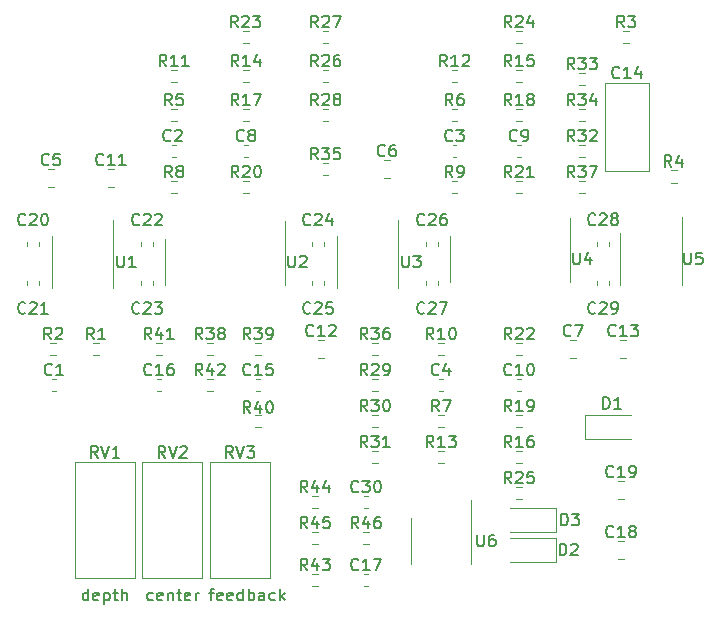
<source format=gto>
G04 #@! TF.GenerationSoftware,KiCad,Pcbnew,5.1.12-84ad8e8a86~92~ubuntu20.04.1*
G04 #@! TF.CreationDate,2021-12-08T10:45:37-05:00*
G04 #@! TF.ProjectId,2164_phasor_plug_in_board,32313634-5f70-4686-9173-6f725f706c75,0.1*
G04 #@! TF.SameCoordinates,Original*
G04 #@! TF.FileFunction,Legend,Top*
G04 #@! TF.FilePolarity,Positive*
%FSLAX46Y46*%
G04 Gerber Fmt 4.6, Leading zero omitted, Abs format (unit mm)*
G04 Created by KiCad (PCBNEW 5.1.12-84ad8e8a86~92~ubuntu20.04.1) date 2021-12-08 10:45:37*
%MOMM*%
%LPD*%
G01*
G04 APERTURE LIST*
%ADD10C,0.150000*%
%ADD11C,0.120000*%
%ADD12C,1.702000*%
%ADD13C,1.542000*%
%ADD14O,1.802000X1.802000*%
G04 APERTURE END LIST*
D10*
X97655238Y-116022380D02*
X97655238Y-115022380D01*
X97655238Y-115974761D02*
X97560000Y-116022380D01*
X97369523Y-116022380D01*
X97274285Y-115974761D01*
X97226666Y-115927142D01*
X97179047Y-115831904D01*
X97179047Y-115546190D01*
X97226666Y-115450952D01*
X97274285Y-115403333D01*
X97369523Y-115355714D01*
X97560000Y-115355714D01*
X97655238Y-115403333D01*
X98512380Y-115974761D02*
X98417142Y-116022380D01*
X98226666Y-116022380D01*
X98131428Y-115974761D01*
X98083809Y-115879523D01*
X98083809Y-115498571D01*
X98131428Y-115403333D01*
X98226666Y-115355714D01*
X98417142Y-115355714D01*
X98512380Y-115403333D01*
X98560000Y-115498571D01*
X98560000Y-115593809D01*
X98083809Y-115689047D01*
X98988571Y-115355714D02*
X98988571Y-116355714D01*
X98988571Y-115403333D02*
X99083809Y-115355714D01*
X99274285Y-115355714D01*
X99369523Y-115403333D01*
X99417142Y-115450952D01*
X99464761Y-115546190D01*
X99464761Y-115831904D01*
X99417142Y-115927142D01*
X99369523Y-115974761D01*
X99274285Y-116022380D01*
X99083809Y-116022380D01*
X98988571Y-115974761D01*
X99750476Y-115355714D02*
X100131428Y-115355714D01*
X99893333Y-115022380D02*
X99893333Y-115879523D01*
X99940952Y-115974761D01*
X100036190Y-116022380D01*
X100131428Y-116022380D01*
X100464761Y-116022380D02*
X100464761Y-115022380D01*
X100893333Y-116022380D02*
X100893333Y-115498571D01*
X100845714Y-115403333D01*
X100750476Y-115355714D01*
X100607619Y-115355714D01*
X100512380Y-115403333D01*
X100464761Y-115450952D01*
X103108333Y-115974761D02*
X103013095Y-116022380D01*
X102822619Y-116022380D01*
X102727380Y-115974761D01*
X102679761Y-115927142D01*
X102632142Y-115831904D01*
X102632142Y-115546190D01*
X102679761Y-115450952D01*
X102727380Y-115403333D01*
X102822619Y-115355714D01*
X103013095Y-115355714D01*
X103108333Y-115403333D01*
X103917857Y-115974761D02*
X103822619Y-116022380D01*
X103632142Y-116022380D01*
X103536904Y-115974761D01*
X103489285Y-115879523D01*
X103489285Y-115498571D01*
X103536904Y-115403333D01*
X103632142Y-115355714D01*
X103822619Y-115355714D01*
X103917857Y-115403333D01*
X103965476Y-115498571D01*
X103965476Y-115593809D01*
X103489285Y-115689047D01*
X104394047Y-115355714D02*
X104394047Y-116022380D01*
X104394047Y-115450952D02*
X104441666Y-115403333D01*
X104536904Y-115355714D01*
X104679761Y-115355714D01*
X104775000Y-115403333D01*
X104822619Y-115498571D01*
X104822619Y-116022380D01*
X105155952Y-115355714D02*
X105536904Y-115355714D01*
X105298809Y-115022380D02*
X105298809Y-115879523D01*
X105346428Y-115974761D01*
X105441666Y-116022380D01*
X105536904Y-116022380D01*
X106251190Y-115974761D02*
X106155952Y-116022380D01*
X105965476Y-116022380D01*
X105870238Y-115974761D01*
X105822619Y-115879523D01*
X105822619Y-115498571D01*
X105870238Y-115403333D01*
X105965476Y-115355714D01*
X106155952Y-115355714D01*
X106251190Y-115403333D01*
X106298809Y-115498571D01*
X106298809Y-115593809D01*
X105822619Y-115689047D01*
X106727380Y-116022380D02*
X106727380Y-115355714D01*
X106727380Y-115546190D02*
X106775000Y-115450952D01*
X106822619Y-115403333D01*
X106917857Y-115355714D01*
X107013095Y-115355714D01*
X107886904Y-115355714D02*
X108267857Y-115355714D01*
X108029761Y-116022380D02*
X108029761Y-115165238D01*
X108077380Y-115070000D01*
X108172619Y-115022380D01*
X108267857Y-115022380D01*
X108982142Y-115974761D02*
X108886904Y-116022380D01*
X108696428Y-116022380D01*
X108601190Y-115974761D01*
X108553571Y-115879523D01*
X108553571Y-115498571D01*
X108601190Y-115403333D01*
X108696428Y-115355714D01*
X108886904Y-115355714D01*
X108982142Y-115403333D01*
X109029761Y-115498571D01*
X109029761Y-115593809D01*
X108553571Y-115689047D01*
X109839285Y-115974761D02*
X109744047Y-116022380D01*
X109553571Y-116022380D01*
X109458333Y-115974761D01*
X109410714Y-115879523D01*
X109410714Y-115498571D01*
X109458333Y-115403333D01*
X109553571Y-115355714D01*
X109744047Y-115355714D01*
X109839285Y-115403333D01*
X109886904Y-115498571D01*
X109886904Y-115593809D01*
X109410714Y-115689047D01*
X110744047Y-116022380D02*
X110744047Y-115022380D01*
X110744047Y-115974761D02*
X110648809Y-116022380D01*
X110458333Y-116022380D01*
X110363095Y-115974761D01*
X110315476Y-115927142D01*
X110267857Y-115831904D01*
X110267857Y-115546190D01*
X110315476Y-115450952D01*
X110363095Y-115403333D01*
X110458333Y-115355714D01*
X110648809Y-115355714D01*
X110744047Y-115403333D01*
X111220238Y-116022380D02*
X111220238Y-115022380D01*
X111220238Y-115403333D02*
X111315476Y-115355714D01*
X111505952Y-115355714D01*
X111601190Y-115403333D01*
X111648809Y-115450952D01*
X111696428Y-115546190D01*
X111696428Y-115831904D01*
X111648809Y-115927142D01*
X111601190Y-115974761D01*
X111505952Y-116022380D01*
X111315476Y-116022380D01*
X111220238Y-115974761D01*
X112553571Y-116022380D02*
X112553571Y-115498571D01*
X112505952Y-115403333D01*
X112410714Y-115355714D01*
X112220238Y-115355714D01*
X112125000Y-115403333D01*
X112553571Y-115974761D02*
X112458333Y-116022380D01*
X112220238Y-116022380D01*
X112125000Y-115974761D01*
X112077380Y-115879523D01*
X112077380Y-115784285D01*
X112125000Y-115689047D01*
X112220238Y-115641428D01*
X112458333Y-115641428D01*
X112553571Y-115593809D01*
X113458333Y-115974761D02*
X113363095Y-116022380D01*
X113172619Y-116022380D01*
X113077380Y-115974761D01*
X113029761Y-115927142D01*
X112982142Y-115831904D01*
X112982142Y-115546190D01*
X113029761Y-115450952D01*
X113077380Y-115403333D01*
X113172619Y-115355714D01*
X113363095Y-115355714D01*
X113458333Y-115403333D01*
X113886904Y-116022380D02*
X113886904Y-115022380D01*
X113982142Y-115641428D02*
X114267857Y-116022380D01*
X114267857Y-115355714D02*
X113886904Y-115736666D01*
D11*
X137250000Y-110220000D02*
X133350000Y-110220000D01*
X137250000Y-108220000D02*
X133350000Y-108220000D01*
X137250000Y-110220000D02*
X137250000Y-108220000D01*
X137250000Y-112760000D02*
X133350000Y-112760000D01*
X137250000Y-110760000D02*
X133350000Y-110760000D01*
X137250000Y-112760000D02*
X137250000Y-110760000D01*
X141386000Y-72186000D02*
X145126000Y-72186000D01*
X141386000Y-79626000D02*
X145126000Y-79626000D01*
X145126000Y-79626000D02*
X145126000Y-72186000D01*
X141386000Y-79626000D02*
X141386000Y-72186000D01*
X128290000Y-87122000D02*
X128290000Y-89072000D01*
X128290000Y-87122000D02*
X128290000Y-85172000D01*
X138410000Y-87122000D02*
X138410000Y-89072000D01*
X138410000Y-87122000D02*
X138410000Y-83672000D01*
X142678000Y-87122000D02*
X142678000Y-89322000D01*
X142678000Y-87122000D02*
X142678000Y-84922000D01*
X147898000Y-87122000D02*
X147898000Y-89322000D01*
X147898000Y-87122000D02*
X147898000Y-83522000D01*
X118675000Y-87376000D02*
X118675000Y-89576000D01*
X118675000Y-87376000D02*
X118675000Y-85176000D01*
X123895000Y-87376000D02*
X123895000Y-89576000D01*
X123895000Y-87376000D02*
X123895000Y-83776000D01*
X94545000Y-87376000D02*
X94545000Y-89576000D01*
X94545000Y-87376000D02*
X94545000Y-85176000D01*
X99765000Y-87376000D02*
X99765000Y-89576000D01*
X99765000Y-87376000D02*
X99765000Y-83776000D01*
X120920742Y-110221500D02*
X121395258Y-110221500D01*
X120920742Y-111266500D02*
X121395258Y-111266500D01*
X117077258Y-111266500D02*
X116602742Y-111266500D01*
X117077258Y-110221500D02*
X116602742Y-110221500D01*
X117077258Y-108218500D02*
X116602742Y-108218500D01*
X117077258Y-107173500D02*
X116602742Y-107173500D01*
X117077258Y-114822500D02*
X116602742Y-114822500D01*
X117077258Y-113777500D02*
X116602742Y-113777500D01*
X107712742Y-97267500D02*
X108187258Y-97267500D01*
X107712742Y-98312500D02*
X108187258Y-98312500D01*
X103869258Y-95264500D02*
X103394742Y-95264500D01*
X103869258Y-94219500D02*
X103394742Y-94219500D01*
X111776742Y-100315500D02*
X112251258Y-100315500D01*
X111776742Y-101360500D02*
X112251258Y-101360500D01*
X111776742Y-94219500D02*
X112251258Y-94219500D01*
X111776742Y-95264500D02*
X112251258Y-95264500D01*
X107712742Y-94219500D02*
X108187258Y-94219500D01*
X107712742Y-95264500D02*
X108187258Y-95264500D01*
X139208742Y-80503500D02*
X139683258Y-80503500D01*
X139208742Y-81548500D02*
X139683258Y-81548500D01*
X122157258Y-95264500D02*
X121682742Y-95264500D01*
X122157258Y-94219500D02*
X121682742Y-94219500D01*
X117491742Y-78979500D02*
X117966258Y-78979500D01*
X117491742Y-80024500D02*
X117966258Y-80024500D01*
X139683258Y-75452500D02*
X139208742Y-75452500D01*
X139683258Y-74407500D02*
X139208742Y-74407500D01*
X139683258Y-72404500D02*
X139208742Y-72404500D01*
X139683258Y-71359500D02*
X139208742Y-71359500D01*
X139683258Y-78500500D02*
X139208742Y-78500500D01*
X139683258Y-77455500D02*
X139208742Y-77455500D01*
X122157258Y-104408500D02*
X121682742Y-104408500D01*
X122157258Y-103363500D02*
X121682742Y-103363500D01*
X122157258Y-101360500D02*
X121682742Y-101360500D01*
X122157258Y-100315500D02*
X121682742Y-100315500D01*
X121682742Y-97267500D02*
X122157258Y-97267500D01*
X121682742Y-98312500D02*
X122157258Y-98312500D01*
X117966258Y-75452500D02*
X117491742Y-75452500D01*
X117966258Y-74407500D02*
X117491742Y-74407500D01*
X117966258Y-68848500D02*
X117491742Y-68848500D01*
X117966258Y-67803500D02*
X117491742Y-67803500D01*
X117966258Y-72150500D02*
X117491742Y-72150500D01*
X117966258Y-71105500D02*
X117491742Y-71105500D01*
X134349258Y-107456500D02*
X133874742Y-107456500D01*
X134349258Y-106411500D02*
X133874742Y-106411500D01*
X133874742Y-67803500D02*
X134349258Y-67803500D01*
X133874742Y-68848500D02*
X134349258Y-68848500D01*
X110760742Y-67803500D02*
X111235258Y-67803500D01*
X110760742Y-68848500D02*
X111235258Y-68848500D01*
X133874742Y-94219500D02*
X134349258Y-94219500D01*
X133874742Y-95264500D02*
X134349258Y-95264500D01*
X134349258Y-81548500D02*
X133874742Y-81548500D01*
X134349258Y-80503500D02*
X133874742Y-80503500D01*
X111235258Y-81548500D02*
X110760742Y-81548500D01*
X111235258Y-80503500D02*
X110760742Y-80503500D01*
X133874742Y-100315500D02*
X134349258Y-100315500D01*
X133874742Y-101360500D02*
X134349258Y-101360500D01*
X134349258Y-75452500D02*
X133874742Y-75452500D01*
X134349258Y-74407500D02*
X133874742Y-74407500D01*
X111235258Y-75452500D02*
X110760742Y-75452500D01*
X111235258Y-74407500D02*
X110760742Y-74407500D01*
X133874742Y-103363500D02*
X134349258Y-103363500D01*
X133874742Y-104408500D02*
X134349258Y-104408500D01*
X134349258Y-72150500D02*
X133874742Y-72150500D01*
X134349258Y-71105500D02*
X133874742Y-71105500D01*
X111235258Y-72150500D02*
X110760742Y-72150500D01*
X111235258Y-71105500D02*
X110760742Y-71105500D01*
X127745258Y-104408500D02*
X127270742Y-104408500D01*
X127745258Y-103363500D02*
X127270742Y-103363500D01*
X128888258Y-72150500D02*
X128413742Y-72150500D01*
X128888258Y-71105500D02*
X128413742Y-71105500D01*
X104664742Y-71105500D02*
X105139258Y-71105500D01*
X104664742Y-72150500D02*
X105139258Y-72150500D01*
X127270742Y-94219500D02*
X127745258Y-94219500D01*
X127270742Y-95264500D02*
X127745258Y-95264500D01*
X128413742Y-80503500D02*
X128888258Y-80503500D01*
X128413742Y-81548500D02*
X128888258Y-81548500D01*
X104664742Y-80503500D02*
X105139258Y-80503500D01*
X104664742Y-81548500D02*
X105139258Y-81548500D01*
X127745258Y-101360500D02*
X127270742Y-101360500D01*
X127745258Y-100315500D02*
X127270742Y-100315500D01*
X128413742Y-74407500D02*
X128888258Y-74407500D01*
X128413742Y-75452500D02*
X128888258Y-75452500D01*
X105139258Y-75452500D02*
X104664742Y-75452500D01*
X105139258Y-74407500D02*
X104664742Y-74407500D01*
X147494258Y-80659500D02*
X147019742Y-80659500D01*
X147494258Y-79614500D02*
X147019742Y-79614500D01*
X142954742Y-67803500D02*
X143429258Y-67803500D01*
X142954742Y-68848500D02*
X143429258Y-68848500D01*
X94441742Y-94219500D02*
X94916258Y-94219500D01*
X94441742Y-95264500D02*
X94916258Y-95264500D01*
X98060742Y-94219500D02*
X98535258Y-94219500D01*
X98060742Y-95264500D02*
X98535258Y-95264500D01*
X121017420Y-107186000D02*
X121298580Y-107186000D01*
X121017420Y-108206000D02*
X121298580Y-108206000D01*
X140714000Y-89294580D02*
X140714000Y-89013420D01*
X141734000Y-89294580D02*
X141734000Y-89013420D01*
X140714000Y-85979580D02*
X140714000Y-85698420D01*
X141734000Y-85979580D02*
X141734000Y-85698420D01*
X126236000Y-89281580D02*
X126236000Y-89000420D01*
X127256000Y-89281580D02*
X127256000Y-89000420D01*
X126236000Y-85992580D02*
X126236000Y-85711420D01*
X127256000Y-85992580D02*
X127256000Y-85711420D01*
X116584000Y-89294580D02*
X116584000Y-89013420D01*
X117604000Y-89294580D02*
X117604000Y-89013420D01*
X116584000Y-85992580D02*
X116584000Y-85711420D01*
X117604000Y-85992580D02*
X117604000Y-85711420D01*
X102106000Y-89294580D02*
X102106000Y-89013420D01*
X103126000Y-89294580D02*
X103126000Y-89013420D01*
X102106000Y-85992580D02*
X102106000Y-85711420D01*
X103126000Y-85992580D02*
X103126000Y-85711420D01*
X92454000Y-89294580D02*
X92454000Y-89013420D01*
X93474000Y-89294580D02*
X93474000Y-89013420D01*
X92454000Y-85992580D02*
X92454000Y-85711420D01*
X93474000Y-85992580D02*
X93474000Y-85711420D01*
X142486748Y-105945000D02*
X143009252Y-105945000D01*
X142486748Y-107415000D02*
X143009252Y-107415000D01*
X143009252Y-112495000D02*
X142486748Y-112495000D01*
X143009252Y-111025000D02*
X142486748Y-111025000D01*
X121017420Y-113790000D02*
X121298580Y-113790000D01*
X121017420Y-114810000D02*
X121298580Y-114810000D01*
X103491420Y-97280000D02*
X103772580Y-97280000D01*
X103491420Y-98300000D02*
X103772580Y-98300000D01*
X112154580Y-98300000D02*
X111873420Y-98300000D01*
X112154580Y-97280000D02*
X111873420Y-97280000D01*
X143197252Y-95477000D02*
X142674748Y-95477000D01*
X143197252Y-94007000D02*
X142674748Y-94007000D01*
X117086748Y-94007000D02*
X117609252Y-94007000D01*
X117086748Y-95477000D02*
X117609252Y-95477000D01*
X99829252Y-80999000D02*
X99306748Y-80999000D01*
X99829252Y-79529000D02*
X99306748Y-79529000D01*
X133971420Y-97280000D02*
X134252580Y-97280000D01*
X133971420Y-98300000D02*
X134252580Y-98300000D01*
X134252580Y-78488000D02*
X133971420Y-78488000D01*
X134252580Y-77468000D02*
X133971420Y-77468000D01*
X111138580Y-78488000D02*
X110857420Y-78488000D01*
X111138580Y-77468000D02*
X110857420Y-77468000D01*
X138422748Y-94007000D02*
X138945252Y-94007000D01*
X138422748Y-95477000D02*
X138945252Y-95477000D01*
X123197252Y-80237000D02*
X122674748Y-80237000D01*
X123197252Y-78767000D02*
X122674748Y-78767000D01*
X94226748Y-79529000D02*
X94749252Y-79529000D01*
X94226748Y-80999000D02*
X94749252Y-80999000D01*
X127367420Y-97280000D02*
X127648580Y-97280000D01*
X127367420Y-98300000D02*
X127648580Y-98300000D01*
X128510420Y-77468000D02*
X128791580Y-77468000D01*
X128510420Y-78488000D02*
X128791580Y-78488000D01*
X104761420Y-77468000D02*
X105042580Y-77468000D01*
X104761420Y-78488000D02*
X105042580Y-78488000D01*
X94601420Y-97280000D02*
X94882580Y-97280000D01*
X94601420Y-98300000D02*
X94882580Y-98300000D01*
X130068000Y-110998000D02*
X130068000Y-107548000D01*
X130068000Y-110998000D02*
X130068000Y-112948000D01*
X124948000Y-110998000D02*
X124948000Y-109048000D01*
X124948000Y-110998000D02*
X124948000Y-112948000D01*
X114280000Y-87376000D02*
X114280000Y-83926000D01*
X114280000Y-87376000D02*
X114280000Y-89326000D01*
X104160000Y-87376000D02*
X104160000Y-85426000D01*
X104160000Y-87376000D02*
X104160000Y-89326000D01*
X107305000Y-114105000D02*
X102235000Y-114105000D01*
X107305000Y-104335000D02*
X102235000Y-104335000D01*
X102235000Y-104335000D02*
X102235000Y-114105000D01*
X107305000Y-104335000D02*
X107305000Y-114105000D01*
X101590000Y-114105000D02*
X96520000Y-114105000D01*
X101590000Y-104335000D02*
X96520000Y-104335000D01*
X96520000Y-104335000D02*
X96520000Y-114105000D01*
X101590000Y-104335000D02*
X101590000Y-114105000D01*
X113020000Y-114105000D02*
X107950000Y-114105000D01*
X113020000Y-104335000D02*
X107950000Y-104335000D01*
X107950000Y-104335000D02*
X107950000Y-114105000D01*
X113020000Y-104335000D02*
X113020000Y-114105000D01*
X139736000Y-100346000D02*
X143636000Y-100346000D01*
X139736000Y-102346000D02*
X143636000Y-102346000D01*
X139736000Y-100346000D02*
X139736000Y-102346000D01*
D10*
X137691904Y-109672380D02*
X137691904Y-108672380D01*
X137930000Y-108672380D01*
X138072857Y-108720000D01*
X138168095Y-108815238D01*
X138215714Y-108910476D01*
X138263333Y-109100952D01*
X138263333Y-109243809D01*
X138215714Y-109434285D01*
X138168095Y-109529523D01*
X138072857Y-109624761D01*
X137930000Y-109672380D01*
X137691904Y-109672380D01*
X138596666Y-108672380D02*
X139215714Y-108672380D01*
X138882380Y-109053333D01*
X139025238Y-109053333D01*
X139120476Y-109100952D01*
X139168095Y-109148571D01*
X139215714Y-109243809D01*
X139215714Y-109481904D01*
X139168095Y-109577142D01*
X139120476Y-109624761D01*
X139025238Y-109672380D01*
X138739523Y-109672380D01*
X138644285Y-109624761D01*
X138596666Y-109577142D01*
X137563904Y-112212380D02*
X137563904Y-111212380D01*
X137802000Y-111212380D01*
X137944857Y-111260000D01*
X138040095Y-111355238D01*
X138087714Y-111450476D01*
X138135333Y-111640952D01*
X138135333Y-111783809D01*
X138087714Y-111974285D01*
X138040095Y-112069523D01*
X137944857Y-112164761D01*
X137802000Y-112212380D01*
X137563904Y-112212380D01*
X138516285Y-111307619D02*
X138563904Y-111260000D01*
X138659142Y-111212380D01*
X138897238Y-111212380D01*
X138992476Y-111260000D01*
X139040095Y-111307619D01*
X139087714Y-111402857D01*
X139087714Y-111498095D01*
X139040095Y-111640952D01*
X138468666Y-112212380D01*
X139087714Y-112212380D01*
X142613142Y-71731142D02*
X142565523Y-71778761D01*
X142422666Y-71826380D01*
X142327428Y-71826380D01*
X142184571Y-71778761D01*
X142089333Y-71683523D01*
X142041714Y-71588285D01*
X141994095Y-71397809D01*
X141994095Y-71254952D01*
X142041714Y-71064476D01*
X142089333Y-70969238D01*
X142184571Y-70874000D01*
X142327428Y-70826380D01*
X142422666Y-70826380D01*
X142565523Y-70874000D01*
X142613142Y-70921619D01*
X143565523Y-71826380D02*
X142994095Y-71826380D01*
X143279809Y-71826380D02*
X143279809Y-70826380D01*
X143184571Y-70969238D01*
X143089333Y-71064476D01*
X142994095Y-71112095D01*
X144422666Y-71159714D02*
X144422666Y-71826380D01*
X144184571Y-70778761D02*
X143946476Y-71493047D01*
X144565523Y-71493047D01*
X138684095Y-86574380D02*
X138684095Y-87383904D01*
X138731714Y-87479142D01*
X138779333Y-87526761D01*
X138874571Y-87574380D01*
X139065047Y-87574380D01*
X139160285Y-87526761D01*
X139207904Y-87479142D01*
X139255523Y-87383904D01*
X139255523Y-86574380D01*
X140160285Y-86907714D02*
X140160285Y-87574380D01*
X139922190Y-86526761D02*
X139684095Y-87241047D01*
X140303142Y-87241047D01*
X148082095Y-86574380D02*
X148082095Y-87383904D01*
X148129714Y-87479142D01*
X148177333Y-87526761D01*
X148272571Y-87574380D01*
X148463047Y-87574380D01*
X148558285Y-87526761D01*
X148605904Y-87479142D01*
X148653523Y-87383904D01*
X148653523Y-86574380D01*
X149605904Y-86574380D02*
X149129714Y-86574380D01*
X149082095Y-87050571D01*
X149129714Y-87002952D01*
X149224952Y-86955333D01*
X149463047Y-86955333D01*
X149558285Y-87002952D01*
X149605904Y-87050571D01*
X149653523Y-87145809D01*
X149653523Y-87383904D01*
X149605904Y-87479142D01*
X149558285Y-87526761D01*
X149463047Y-87574380D01*
X149224952Y-87574380D01*
X149129714Y-87526761D01*
X149082095Y-87479142D01*
X124206095Y-86828380D02*
X124206095Y-87637904D01*
X124253714Y-87733142D01*
X124301333Y-87780761D01*
X124396571Y-87828380D01*
X124587047Y-87828380D01*
X124682285Y-87780761D01*
X124729904Y-87733142D01*
X124777523Y-87637904D01*
X124777523Y-86828380D01*
X125158476Y-86828380D02*
X125777523Y-86828380D01*
X125444190Y-87209333D01*
X125587047Y-87209333D01*
X125682285Y-87256952D01*
X125729904Y-87304571D01*
X125777523Y-87399809D01*
X125777523Y-87637904D01*
X125729904Y-87733142D01*
X125682285Y-87780761D01*
X125587047Y-87828380D01*
X125301333Y-87828380D01*
X125206095Y-87780761D01*
X125158476Y-87733142D01*
X100076095Y-86828380D02*
X100076095Y-87637904D01*
X100123714Y-87733142D01*
X100171333Y-87780761D01*
X100266571Y-87828380D01*
X100457047Y-87828380D01*
X100552285Y-87780761D01*
X100599904Y-87733142D01*
X100647523Y-87637904D01*
X100647523Y-86828380D01*
X101647523Y-87828380D02*
X101076095Y-87828380D01*
X101361809Y-87828380D02*
X101361809Y-86828380D01*
X101266571Y-86971238D01*
X101171333Y-87066476D01*
X101076095Y-87114095D01*
X120515142Y-109926380D02*
X120181809Y-109450190D01*
X119943714Y-109926380D02*
X119943714Y-108926380D01*
X120324666Y-108926380D01*
X120419904Y-108974000D01*
X120467523Y-109021619D01*
X120515142Y-109116857D01*
X120515142Y-109259714D01*
X120467523Y-109354952D01*
X120419904Y-109402571D01*
X120324666Y-109450190D01*
X119943714Y-109450190D01*
X121372285Y-109259714D02*
X121372285Y-109926380D01*
X121134190Y-108878761D02*
X120896095Y-109593047D01*
X121515142Y-109593047D01*
X122324666Y-108926380D02*
X122134190Y-108926380D01*
X122038952Y-108974000D01*
X121991333Y-109021619D01*
X121896095Y-109164476D01*
X121848476Y-109354952D01*
X121848476Y-109735904D01*
X121896095Y-109831142D01*
X121943714Y-109878761D01*
X122038952Y-109926380D01*
X122229428Y-109926380D01*
X122324666Y-109878761D01*
X122372285Y-109831142D01*
X122419904Y-109735904D01*
X122419904Y-109497809D01*
X122372285Y-109402571D01*
X122324666Y-109354952D01*
X122229428Y-109307333D01*
X122038952Y-109307333D01*
X121943714Y-109354952D01*
X121896095Y-109402571D01*
X121848476Y-109497809D01*
X116197142Y-109926380D02*
X115863809Y-109450190D01*
X115625714Y-109926380D02*
X115625714Y-108926380D01*
X116006666Y-108926380D01*
X116101904Y-108974000D01*
X116149523Y-109021619D01*
X116197142Y-109116857D01*
X116197142Y-109259714D01*
X116149523Y-109354952D01*
X116101904Y-109402571D01*
X116006666Y-109450190D01*
X115625714Y-109450190D01*
X117054285Y-109259714D02*
X117054285Y-109926380D01*
X116816190Y-108878761D02*
X116578095Y-109593047D01*
X117197142Y-109593047D01*
X118054285Y-108926380D02*
X117578095Y-108926380D01*
X117530476Y-109402571D01*
X117578095Y-109354952D01*
X117673333Y-109307333D01*
X117911428Y-109307333D01*
X118006666Y-109354952D01*
X118054285Y-109402571D01*
X118101904Y-109497809D01*
X118101904Y-109735904D01*
X118054285Y-109831142D01*
X118006666Y-109878761D01*
X117911428Y-109926380D01*
X117673333Y-109926380D01*
X117578095Y-109878761D01*
X117530476Y-109831142D01*
X116197142Y-106878380D02*
X115863809Y-106402190D01*
X115625714Y-106878380D02*
X115625714Y-105878380D01*
X116006666Y-105878380D01*
X116101904Y-105926000D01*
X116149523Y-105973619D01*
X116197142Y-106068857D01*
X116197142Y-106211714D01*
X116149523Y-106306952D01*
X116101904Y-106354571D01*
X116006666Y-106402190D01*
X115625714Y-106402190D01*
X117054285Y-106211714D02*
X117054285Y-106878380D01*
X116816190Y-105830761D02*
X116578095Y-106545047D01*
X117197142Y-106545047D01*
X118006666Y-106211714D02*
X118006666Y-106878380D01*
X117768571Y-105830761D02*
X117530476Y-106545047D01*
X118149523Y-106545047D01*
X116197142Y-113482380D02*
X115863809Y-113006190D01*
X115625714Y-113482380D02*
X115625714Y-112482380D01*
X116006666Y-112482380D01*
X116101904Y-112530000D01*
X116149523Y-112577619D01*
X116197142Y-112672857D01*
X116197142Y-112815714D01*
X116149523Y-112910952D01*
X116101904Y-112958571D01*
X116006666Y-113006190D01*
X115625714Y-113006190D01*
X117054285Y-112815714D02*
X117054285Y-113482380D01*
X116816190Y-112434761D02*
X116578095Y-113149047D01*
X117197142Y-113149047D01*
X117482857Y-112482380D02*
X118101904Y-112482380D01*
X117768571Y-112863333D01*
X117911428Y-112863333D01*
X118006666Y-112910952D01*
X118054285Y-112958571D01*
X118101904Y-113053809D01*
X118101904Y-113291904D01*
X118054285Y-113387142D01*
X118006666Y-113434761D01*
X117911428Y-113482380D01*
X117625714Y-113482380D01*
X117530476Y-113434761D01*
X117482857Y-113387142D01*
X107307142Y-96972380D02*
X106973809Y-96496190D01*
X106735714Y-96972380D02*
X106735714Y-95972380D01*
X107116666Y-95972380D01*
X107211904Y-96020000D01*
X107259523Y-96067619D01*
X107307142Y-96162857D01*
X107307142Y-96305714D01*
X107259523Y-96400952D01*
X107211904Y-96448571D01*
X107116666Y-96496190D01*
X106735714Y-96496190D01*
X108164285Y-96305714D02*
X108164285Y-96972380D01*
X107926190Y-95924761D02*
X107688095Y-96639047D01*
X108307142Y-96639047D01*
X108640476Y-96067619D02*
X108688095Y-96020000D01*
X108783333Y-95972380D01*
X109021428Y-95972380D01*
X109116666Y-96020000D01*
X109164285Y-96067619D01*
X109211904Y-96162857D01*
X109211904Y-96258095D01*
X109164285Y-96400952D01*
X108592857Y-96972380D01*
X109211904Y-96972380D01*
X102989142Y-93924380D02*
X102655809Y-93448190D01*
X102417714Y-93924380D02*
X102417714Y-92924380D01*
X102798666Y-92924380D01*
X102893904Y-92972000D01*
X102941523Y-93019619D01*
X102989142Y-93114857D01*
X102989142Y-93257714D01*
X102941523Y-93352952D01*
X102893904Y-93400571D01*
X102798666Y-93448190D01*
X102417714Y-93448190D01*
X103846285Y-93257714D02*
X103846285Y-93924380D01*
X103608190Y-92876761D02*
X103370095Y-93591047D01*
X103989142Y-93591047D01*
X104893904Y-93924380D02*
X104322476Y-93924380D01*
X104608190Y-93924380D02*
X104608190Y-92924380D01*
X104512952Y-93067238D01*
X104417714Y-93162476D01*
X104322476Y-93210095D01*
X111371142Y-100147380D02*
X111037809Y-99671190D01*
X110799714Y-100147380D02*
X110799714Y-99147380D01*
X111180666Y-99147380D01*
X111275904Y-99195000D01*
X111323523Y-99242619D01*
X111371142Y-99337857D01*
X111371142Y-99480714D01*
X111323523Y-99575952D01*
X111275904Y-99623571D01*
X111180666Y-99671190D01*
X110799714Y-99671190D01*
X112228285Y-99480714D02*
X112228285Y-100147380D01*
X111990190Y-99099761D02*
X111752095Y-99814047D01*
X112371142Y-99814047D01*
X112942571Y-99147380D02*
X113037809Y-99147380D01*
X113133047Y-99195000D01*
X113180666Y-99242619D01*
X113228285Y-99337857D01*
X113275904Y-99528333D01*
X113275904Y-99766428D01*
X113228285Y-99956904D01*
X113180666Y-100052142D01*
X113133047Y-100099761D01*
X113037809Y-100147380D01*
X112942571Y-100147380D01*
X112847333Y-100099761D01*
X112799714Y-100052142D01*
X112752095Y-99956904D01*
X112704476Y-99766428D01*
X112704476Y-99528333D01*
X112752095Y-99337857D01*
X112799714Y-99242619D01*
X112847333Y-99195000D01*
X112942571Y-99147380D01*
X111371142Y-93924380D02*
X111037809Y-93448190D01*
X110799714Y-93924380D02*
X110799714Y-92924380D01*
X111180666Y-92924380D01*
X111275904Y-92972000D01*
X111323523Y-93019619D01*
X111371142Y-93114857D01*
X111371142Y-93257714D01*
X111323523Y-93352952D01*
X111275904Y-93400571D01*
X111180666Y-93448190D01*
X110799714Y-93448190D01*
X111704476Y-92924380D02*
X112323523Y-92924380D01*
X111990190Y-93305333D01*
X112133047Y-93305333D01*
X112228285Y-93352952D01*
X112275904Y-93400571D01*
X112323523Y-93495809D01*
X112323523Y-93733904D01*
X112275904Y-93829142D01*
X112228285Y-93876761D01*
X112133047Y-93924380D01*
X111847333Y-93924380D01*
X111752095Y-93876761D01*
X111704476Y-93829142D01*
X112799714Y-93924380D02*
X112990190Y-93924380D01*
X113085428Y-93876761D01*
X113133047Y-93829142D01*
X113228285Y-93686285D01*
X113275904Y-93495809D01*
X113275904Y-93114857D01*
X113228285Y-93019619D01*
X113180666Y-92972000D01*
X113085428Y-92924380D01*
X112894952Y-92924380D01*
X112799714Y-92972000D01*
X112752095Y-93019619D01*
X112704476Y-93114857D01*
X112704476Y-93352952D01*
X112752095Y-93448190D01*
X112799714Y-93495809D01*
X112894952Y-93543428D01*
X113085428Y-93543428D01*
X113180666Y-93495809D01*
X113228285Y-93448190D01*
X113275904Y-93352952D01*
X107307142Y-93924380D02*
X106973809Y-93448190D01*
X106735714Y-93924380D02*
X106735714Y-92924380D01*
X107116666Y-92924380D01*
X107211904Y-92972000D01*
X107259523Y-93019619D01*
X107307142Y-93114857D01*
X107307142Y-93257714D01*
X107259523Y-93352952D01*
X107211904Y-93400571D01*
X107116666Y-93448190D01*
X106735714Y-93448190D01*
X107640476Y-92924380D02*
X108259523Y-92924380D01*
X107926190Y-93305333D01*
X108069047Y-93305333D01*
X108164285Y-93352952D01*
X108211904Y-93400571D01*
X108259523Y-93495809D01*
X108259523Y-93733904D01*
X108211904Y-93829142D01*
X108164285Y-93876761D01*
X108069047Y-93924380D01*
X107783333Y-93924380D01*
X107688095Y-93876761D01*
X107640476Y-93829142D01*
X108830952Y-93352952D02*
X108735714Y-93305333D01*
X108688095Y-93257714D01*
X108640476Y-93162476D01*
X108640476Y-93114857D01*
X108688095Y-93019619D01*
X108735714Y-92972000D01*
X108830952Y-92924380D01*
X109021428Y-92924380D01*
X109116666Y-92972000D01*
X109164285Y-93019619D01*
X109211904Y-93114857D01*
X109211904Y-93162476D01*
X109164285Y-93257714D01*
X109116666Y-93305333D01*
X109021428Y-93352952D01*
X108830952Y-93352952D01*
X108735714Y-93400571D01*
X108688095Y-93448190D01*
X108640476Y-93543428D01*
X108640476Y-93733904D01*
X108688095Y-93829142D01*
X108735714Y-93876761D01*
X108830952Y-93924380D01*
X109021428Y-93924380D01*
X109116666Y-93876761D01*
X109164285Y-93829142D01*
X109211904Y-93733904D01*
X109211904Y-93543428D01*
X109164285Y-93448190D01*
X109116666Y-93400571D01*
X109021428Y-93352952D01*
X138803142Y-80208380D02*
X138469809Y-79732190D01*
X138231714Y-80208380D02*
X138231714Y-79208380D01*
X138612666Y-79208380D01*
X138707904Y-79256000D01*
X138755523Y-79303619D01*
X138803142Y-79398857D01*
X138803142Y-79541714D01*
X138755523Y-79636952D01*
X138707904Y-79684571D01*
X138612666Y-79732190D01*
X138231714Y-79732190D01*
X139136476Y-79208380D02*
X139755523Y-79208380D01*
X139422190Y-79589333D01*
X139565047Y-79589333D01*
X139660285Y-79636952D01*
X139707904Y-79684571D01*
X139755523Y-79779809D01*
X139755523Y-80017904D01*
X139707904Y-80113142D01*
X139660285Y-80160761D01*
X139565047Y-80208380D01*
X139279333Y-80208380D01*
X139184095Y-80160761D01*
X139136476Y-80113142D01*
X140088857Y-79208380D02*
X140755523Y-79208380D01*
X140326952Y-80208380D01*
X121277142Y-93924380D02*
X120943809Y-93448190D01*
X120705714Y-93924380D02*
X120705714Y-92924380D01*
X121086666Y-92924380D01*
X121181904Y-92972000D01*
X121229523Y-93019619D01*
X121277142Y-93114857D01*
X121277142Y-93257714D01*
X121229523Y-93352952D01*
X121181904Y-93400571D01*
X121086666Y-93448190D01*
X120705714Y-93448190D01*
X121610476Y-92924380D02*
X122229523Y-92924380D01*
X121896190Y-93305333D01*
X122039047Y-93305333D01*
X122134285Y-93352952D01*
X122181904Y-93400571D01*
X122229523Y-93495809D01*
X122229523Y-93733904D01*
X122181904Y-93829142D01*
X122134285Y-93876761D01*
X122039047Y-93924380D01*
X121753333Y-93924380D01*
X121658095Y-93876761D01*
X121610476Y-93829142D01*
X123086666Y-92924380D02*
X122896190Y-92924380D01*
X122800952Y-92972000D01*
X122753333Y-93019619D01*
X122658095Y-93162476D01*
X122610476Y-93352952D01*
X122610476Y-93733904D01*
X122658095Y-93829142D01*
X122705714Y-93876761D01*
X122800952Y-93924380D01*
X122991428Y-93924380D01*
X123086666Y-93876761D01*
X123134285Y-93829142D01*
X123181904Y-93733904D01*
X123181904Y-93495809D01*
X123134285Y-93400571D01*
X123086666Y-93352952D01*
X122991428Y-93305333D01*
X122800952Y-93305333D01*
X122705714Y-93352952D01*
X122658095Y-93400571D01*
X122610476Y-93495809D01*
X117086142Y-78684380D02*
X116752809Y-78208190D01*
X116514714Y-78684380D02*
X116514714Y-77684380D01*
X116895666Y-77684380D01*
X116990904Y-77732000D01*
X117038523Y-77779619D01*
X117086142Y-77874857D01*
X117086142Y-78017714D01*
X117038523Y-78112952D01*
X116990904Y-78160571D01*
X116895666Y-78208190D01*
X116514714Y-78208190D01*
X117419476Y-77684380D02*
X118038523Y-77684380D01*
X117705190Y-78065333D01*
X117848047Y-78065333D01*
X117943285Y-78112952D01*
X117990904Y-78160571D01*
X118038523Y-78255809D01*
X118038523Y-78493904D01*
X117990904Y-78589142D01*
X117943285Y-78636761D01*
X117848047Y-78684380D01*
X117562333Y-78684380D01*
X117467095Y-78636761D01*
X117419476Y-78589142D01*
X118943285Y-77684380D02*
X118467095Y-77684380D01*
X118419476Y-78160571D01*
X118467095Y-78112952D01*
X118562333Y-78065333D01*
X118800428Y-78065333D01*
X118895666Y-78112952D01*
X118943285Y-78160571D01*
X118990904Y-78255809D01*
X118990904Y-78493904D01*
X118943285Y-78589142D01*
X118895666Y-78636761D01*
X118800428Y-78684380D01*
X118562333Y-78684380D01*
X118467095Y-78636761D01*
X118419476Y-78589142D01*
X138803142Y-74112380D02*
X138469809Y-73636190D01*
X138231714Y-74112380D02*
X138231714Y-73112380D01*
X138612666Y-73112380D01*
X138707904Y-73160000D01*
X138755523Y-73207619D01*
X138803142Y-73302857D01*
X138803142Y-73445714D01*
X138755523Y-73540952D01*
X138707904Y-73588571D01*
X138612666Y-73636190D01*
X138231714Y-73636190D01*
X139136476Y-73112380D02*
X139755523Y-73112380D01*
X139422190Y-73493333D01*
X139565047Y-73493333D01*
X139660285Y-73540952D01*
X139707904Y-73588571D01*
X139755523Y-73683809D01*
X139755523Y-73921904D01*
X139707904Y-74017142D01*
X139660285Y-74064761D01*
X139565047Y-74112380D01*
X139279333Y-74112380D01*
X139184095Y-74064761D01*
X139136476Y-74017142D01*
X140612666Y-73445714D02*
X140612666Y-74112380D01*
X140374571Y-73064761D02*
X140136476Y-73779047D01*
X140755523Y-73779047D01*
X138803142Y-71064380D02*
X138469809Y-70588190D01*
X138231714Y-71064380D02*
X138231714Y-70064380D01*
X138612666Y-70064380D01*
X138707904Y-70112000D01*
X138755523Y-70159619D01*
X138803142Y-70254857D01*
X138803142Y-70397714D01*
X138755523Y-70492952D01*
X138707904Y-70540571D01*
X138612666Y-70588190D01*
X138231714Y-70588190D01*
X139136476Y-70064380D02*
X139755523Y-70064380D01*
X139422190Y-70445333D01*
X139565047Y-70445333D01*
X139660285Y-70492952D01*
X139707904Y-70540571D01*
X139755523Y-70635809D01*
X139755523Y-70873904D01*
X139707904Y-70969142D01*
X139660285Y-71016761D01*
X139565047Y-71064380D01*
X139279333Y-71064380D01*
X139184095Y-71016761D01*
X139136476Y-70969142D01*
X140088857Y-70064380D02*
X140707904Y-70064380D01*
X140374571Y-70445333D01*
X140517428Y-70445333D01*
X140612666Y-70492952D01*
X140660285Y-70540571D01*
X140707904Y-70635809D01*
X140707904Y-70873904D01*
X140660285Y-70969142D01*
X140612666Y-71016761D01*
X140517428Y-71064380D01*
X140231714Y-71064380D01*
X140136476Y-71016761D01*
X140088857Y-70969142D01*
X138803142Y-77160380D02*
X138469809Y-76684190D01*
X138231714Y-77160380D02*
X138231714Y-76160380D01*
X138612666Y-76160380D01*
X138707904Y-76208000D01*
X138755523Y-76255619D01*
X138803142Y-76350857D01*
X138803142Y-76493714D01*
X138755523Y-76588952D01*
X138707904Y-76636571D01*
X138612666Y-76684190D01*
X138231714Y-76684190D01*
X139136476Y-76160380D02*
X139755523Y-76160380D01*
X139422190Y-76541333D01*
X139565047Y-76541333D01*
X139660285Y-76588952D01*
X139707904Y-76636571D01*
X139755523Y-76731809D01*
X139755523Y-76969904D01*
X139707904Y-77065142D01*
X139660285Y-77112761D01*
X139565047Y-77160380D01*
X139279333Y-77160380D01*
X139184095Y-77112761D01*
X139136476Y-77065142D01*
X140136476Y-76255619D02*
X140184095Y-76208000D01*
X140279333Y-76160380D01*
X140517428Y-76160380D01*
X140612666Y-76208000D01*
X140660285Y-76255619D01*
X140707904Y-76350857D01*
X140707904Y-76446095D01*
X140660285Y-76588952D01*
X140088857Y-77160380D01*
X140707904Y-77160380D01*
X121277142Y-103068380D02*
X120943809Y-102592190D01*
X120705714Y-103068380D02*
X120705714Y-102068380D01*
X121086666Y-102068380D01*
X121181904Y-102116000D01*
X121229523Y-102163619D01*
X121277142Y-102258857D01*
X121277142Y-102401714D01*
X121229523Y-102496952D01*
X121181904Y-102544571D01*
X121086666Y-102592190D01*
X120705714Y-102592190D01*
X121610476Y-102068380D02*
X122229523Y-102068380D01*
X121896190Y-102449333D01*
X122039047Y-102449333D01*
X122134285Y-102496952D01*
X122181904Y-102544571D01*
X122229523Y-102639809D01*
X122229523Y-102877904D01*
X122181904Y-102973142D01*
X122134285Y-103020761D01*
X122039047Y-103068380D01*
X121753333Y-103068380D01*
X121658095Y-103020761D01*
X121610476Y-102973142D01*
X123181904Y-103068380D02*
X122610476Y-103068380D01*
X122896190Y-103068380D02*
X122896190Y-102068380D01*
X122800952Y-102211238D01*
X122705714Y-102306476D01*
X122610476Y-102354095D01*
X121277142Y-100020380D02*
X120943809Y-99544190D01*
X120705714Y-100020380D02*
X120705714Y-99020380D01*
X121086666Y-99020380D01*
X121181904Y-99068000D01*
X121229523Y-99115619D01*
X121277142Y-99210857D01*
X121277142Y-99353714D01*
X121229523Y-99448952D01*
X121181904Y-99496571D01*
X121086666Y-99544190D01*
X120705714Y-99544190D01*
X121610476Y-99020380D02*
X122229523Y-99020380D01*
X121896190Y-99401333D01*
X122039047Y-99401333D01*
X122134285Y-99448952D01*
X122181904Y-99496571D01*
X122229523Y-99591809D01*
X122229523Y-99829904D01*
X122181904Y-99925142D01*
X122134285Y-99972761D01*
X122039047Y-100020380D01*
X121753333Y-100020380D01*
X121658095Y-99972761D01*
X121610476Y-99925142D01*
X122848571Y-99020380D02*
X122943809Y-99020380D01*
X123039047Y-99068000D01*
X123086666Y-99115619D01*
X123134285Y-99210857D01*
X123181904Y-99401333D01*
X123181904Y-99639428D01*
X123134285Y-99829904D01*
X123086666Y-99925142D01*
X123039047Y-99972761D01*
X122943809Y-100020380D01*
X122848571Y-100020380D01*
X122753333Y-99972761D01*
X122705714Y-99925142D01*
X122658095Y-99829904D01*
X122610476Y-99639428D01*
X122610476Y-99401333D01*
X122658095Y-99210857D01*
X122705714Y-99115619D01*
X122753333Y-99068000D01*
X122848571Y-99020380D01*
X121277142Y-96972380D02*
X120943809Y-96496190D01*
X120705714Y-96972380D02*
X120705714Y-95972380D01*
X121086666Y-95972380D01*
X121181904Y-96020000D01*
X121229523Y-96067619D01*
X121277142Y-96162857D01*
X121277142Y-96305714D01*
X121229523Y-96400952D01*
X121181904Y-96448571D01*
X121086666Y-96496190D01*
X120705714Y-96496190D01*
X121658095Y-96067619D02*
X121705714Y-96020000D01*
X121800952Y-95972380D01*
X122039047Y-95972380D01*
X122134285Y-96020000D01*
X122181904Y-96067619D01*
X122229523Y-96162857D01*
X122229523Y-96258095D01*
X122181904Y-96400952D01*
X121610476Y-96972380D01*
X122229523Y-96972380D01*
X122705714Y-96972380D02*
X122896190Y-96972380D01*
X122991428Y-96924761D01*
X123039047Y-96877142D01*
X123134285Y-96734285D01*
X123181904Y-96543809D01*
X123181904Y-96162857D01*
X123134285Y-96067619D01*
X123086666Y-96020000D01*
X122991428Y-95972380D01*
X122800952Y-95972380D01*
X122705714Y-96020000D01*
X122658095Y-96067619D01*
X122610476Y-96162857D01*
X122610476Y-96400952D01*
X122658095Y-96496190D01*
X122705714Y-96543809D01*
X122800952Y-96591428D01*
X122991428Y-96591428D01*
X123086666Y-96543809D01*
X123134285Y-96496190D01*
X123181904Y-96400952D01*
X117086142Y-74112380D02*
X116752809Y-73636190D01*
X116514714Y-74112380D02*
X116514714Y-73112380D01*
X116895666Y-73112380D01*
X116990904Y-73160000D01*
X117038523Y-73207619D01*
X117086142Y-73302857D01*
X117086142Y-73445714D01*
X117038523Y-73540952D01*
X116990904Y-73588571D01*
X116895666Y-73636190D01*
X116514714Y-73636190D01*
X117467095Y-73207619D02*
X117514714Y-73160000D01*
X117609952Y-73112380D01*
X117848047Y-73112380D01*
X117943285Y-73160000D01*
X117990904Y-73207619D01*
X118038523Y-73302857D01*
X118038523Y-73398095D01*
X117990904Y-73540952D01*
X117419476Y-74112380D01*
X118038523Y-74112380D01*
X118609952Y-73540952D02*
X118514714Y-73493333D01*
X118467095Y-73445714D01*
X118419476Y-73350476D01*
X118419476Y-73302857D01*
X118467095Y-73207619D01*
X118514714Y-73160000D01*
X118609952Y-73112380D01*
X118800428Y-73112380D01*
X118895666Y-73160000D01*
X118943285Y-73207619D01*
X118990904Y-73302857D01*
X118990904Y-73350476D01*
X118943285Y-73445714D01*
X118895666Y-73493333D01*
X118800428Y-73540952D01*
X118609952Y-73540952D01*
X118514714Y-73588571D01*
X118467095Y-73636190D01*
X118419476Y-73731428D01*
X118419476Y-73921904D01*
X118467095Y-74017142D01*
X118514714Y-74064761D01*
X118609952Y-74112380D01*
X118800428Y-74112380D01*
X118895666Y-74064761D01*
X118943285Y-74017142D01*
X118990904Y-73921904D01*
X118990904Y-73731428D01*
X118943285Y-73636190D01*
X118895666Y-73588571D01*
X118800428Y-73540952D01*
X117086142Y-67508380D02*
X116752809Y-67032190D01*
X116514714Y-67508380D02*
X116514714Y-66508380D01*
X116895666Y-66508380D01*
X116990904Y-66556000D01*
X117038523Y-66603619D01*
X117086142Y-66698857D01*
X117086142Y-66841714D01*
X117038523Y-66936952D01*
X116990904Y-66984571D01*
X116895666Y-67032190D01*
X116514714Y-67032190D01*
X117467095Y-66603619D02*
X117514714Y-66556000D01*
X117609952Y-66508380D01*
X117848047Y-66508380D01*
X117943285Y-66556000D01*
X117990904Y-66603619D01*
X118038523Y-66698857D01*
X118038523Y-66794095D01*
X117990904Y-66936952D01*
X117419476Y-67508380D01*
X118038523Y-67508380D01*
X118371857Y-66508380D02*
X119038523Y-66508380D01*
X118609952Y-67508380D01*
X117086142Y-70810380D02*
X116752809Y-70334190D01*
X116514714Y-70810380D02*
X116514714Y-69810380D01*
X116895666Y-69810380D01*
X116990904Y-69858000D01*
X117038523Y-69905619D01*
X117086142Y-70000857D01*
X117086142Y-70143714D01*
X117038523Y-70238952D01*
X116990904Y-70286571D01*
X116895666Y-70334190D01*
X116514714Y-70334190D01*
X117467095Y-69905619D02*
X117514714Y-69858000D01*
X117609952Y-69810380D01*
X117848047Y-69810380D01*
X117943285Y-69858000D01*
X117990904Y-69905619D01*
X118038523Y-70000857D01*
X118038523Y-70096095D01*
X117990904Y-70238952D01*
X117419476Y-70810380D01*
X118038523Y-70810380D01*
X118895666Y-69810380D02*
X118705190Y-69810380D01*
X118609952Y-69858000D01*
X118562333Y-69905619D01*
X118467095Y-70048476D01*
X118419476Y-70238952D01*
X118419476Y-70619904D01*
X118467095Y-70715142D01*
X118514714Y-70762761D01*
X118609952Y-70810380D01*
X118800428Y-70810380D01*
X118895666Y-70762761D01*
X118943285Y-70715142D01*
X118990904Y-70619904D01*
X118990904Y-70381809D01*
X118943285Y-70286571D01*
X118895666Y-70238952D01*
X118800428Y-70191333D01*
X118609952Y-70191333D01*
X118514714Y-70238952D01*
X118467095Y-70286571D01*
X118419476Y-70381809D01*
X133469142Y-106116380D02*
X133135809Y-105640190D01*
X132897714Y-106116380D02*
X132897714Y-105116380D01*
X133278666Y-105116380D01*
X133373904Y-105164000D01*
X133421523Y-105211619D01*
X133469142Y-105306857D01*
X133469142Y-105449714D01*
X133421523Y-105544952D01*
X133373904Y-105592571D01*
X133278666Y-105640190D01*
X132897714Y-105640190D01*
X133850095Y-105211619D02*
X133897714Y-105164000D01*
X133992952Y-105116380D01*
X134231047Y-105116380D01*
X134326285Y-105164000D01*
X134373904Y-105211619D01*
X134421523Y-105306857D01*
X134421523Y-105402095D01*
X134373904Y-105544952D01*
X133802476Y-106116380D01*
X134421523Y-106116380D01*
X135326285Y-105116380D02*
X134850095Y-105116380D01*
X134802476Y-105592571D01*
X134850095Y-105544952D01*
X134945333Y-105497333D01*
X135183428Y-105497333D01*
X135278666Y-105544952D01*
X135326285Y-105592571D01*
X135373904Y-105687809D01*
X135373904Y-105925904D01*
X135326285Y-106021142D01*
X135278666Y-106068761D01*
X135183428Y-106116380D01*
X134945333Y-106116380D01*
X134850095Y-106068761D01*
X134802476Y-106021142D01*
X133469142Y-67508380D02*
X133135809Y-67032190D01*
X132897714Y-67508380D02*
X132897714Y-66508380D01*
X133278666Y-66508380D01*
X133373904Y-66556000D01*
X133421523Y-66603619D01*
X133469142Y-66698857D01*
X133469142Y-66841714D01*
X133421523Y-66936952D01*
X133373904Y-66984571D01*
X133278666Y-67032190D01*
X132897714Y-67032190D01*
X133850095Y-66603619D02*
X133897714Y-66556000D01*
X133992952Y-66508380D01*
X134231047Y-66508380D01*
X134326285Y-66556000D01*
X134373904Y-66603619D01*
X134421523Y-66698857D01*
X134421523Y-66794095D01*
X134373904Y-66936952D01*
X133802476Y-67508380D01*
X134421523Y-67508380D01*
X135278666Y-66841714D02*
X135278666Y-67508380D01*
X135040571Y-66460761D02*
X134802476Y-67175047D01*
X135421523Y-67175047D01*
X110291142Y-67508380D02*
X109957809Y-67032190D01*
X109719714Y-67508380D02*
X109719714Y-66508380D01*
X110100666Y-66508380D01*
X110195904Y-66556000D01*
X110243523Y-66603619D01*
X110291142Y-66698857D01*
X110291142Y-66841714D01*
X110243523Y-66936952D01*
X110195904Y-66984571D01*
X110100666Y-67032190D01*
X109719714Y-67032190D01*
X110672095Y-66603619D02*
X110719714Y-66556000D01*
X110814952Y-66508380D01*
X111053047Y-66508380D01*
X111148285Y-66556000D01*
X111195904Y-66603619D01*
X111243523Y-66698857D01*
X111243523Y-66794095D01*
X111195904Y-66936952D01*
X110624476Y-67508380D01*
X111243523Y-67508380D01*
X111576857Y-66508380D02*
X112195904Y-66508380D01*
X111862571Y-66889333D01*
X112005428Y-66889333D01*
X112100666Y-66936952D01*
X112148285Y-66984571D01*
X112195904Y-67079809D01*
X112195904Y-67317904D01*
X112148285Y-67413142D01*
X112100666Y-67460761D01*
X112005428Y-67508380D01*
X111719714Y-67508380D01*
X111624476Y-67460761D01*
X111576857Y-67413142D01*
X133469142Y-93924380D02*
X133135809Y-93448190D01*
X132897714Y-93924380D02*
X132897714Y-92924380D01*
X133278666Y-92924380D01*
X133373904Y-92972000D01*
X133421523Y-93019619D01*
X133469142Y-93114857D01*
X133469142Y-93257714D01*
X133421523Y-93352952D01*
X133373904Y-93400571D01*
X133278666Y-93448190D01*
X132897714Y-93448190D01*
X133850095Y-93019619D02*
X133897714Y-92972000D01*
X133992952Y-92924380D01*
X134231047Y-92924380D01*
X134326285Y-92972000D01*
X134373904Y-93019619D01*
X134421523Y-93114857D01*
X134421523Y-93210095D01*
X134373904Y-93352952D01*
X133802476Y-93924380D01*
X134421523Y-93924380D01*
X134802476Y-93019619D02*
X134850095Y-92972000D01*
X134945333Y-92924380D01*
X135183428Y-92924380D01*
X135278666Y-92972000D01*
X135326285Y-93019619D01*
X135373904Y-93114857D01*
X135373904Y-93210095D01*
X135326285Y-93352952D01*
X134754857Y-93924380D01*
X135373904Y-93924380D01*
X133469142Y-80208380D02*
X133135809Y-79732190D01*
X132897714Y-80208380D02*
X132897714Y-79208380D01*
X133278666Y-79208380D01*
X133373904Y-79256000D01*
X133421523Y-79303619D01*
X133469142Y-79398857D01*
X133469142Y-79541714D01*
X133421523Y-79636952D01*
X133373904Y-79684571D01*
X133278666Y-79732190D01*
X132897714Y-79732190D01*
X133850095Y-79303619D02*
X133897714Y-79256000D01*
X133992952Y-79208380D01*
X134231047Y-79208380D01*
X134326285Y-79256000D01*
X134373904Y-79303619D01*
X134421523Y-79398857D01*
X134421523Y-79494095D01*
X134373904Y-79636952D01*
X133802476Y-80208380D01*
X134421523Y-80208380D01*
X135373904Y-80208380D02*
X134802476Y-80208380D01*
X135088190Y-80208380D02*
X135088190Y-79208380D01*
X134992952Y-79351238D01*
X134897714Y-79446476D01*
X134802476Y-79494095D01*
X110355142Y-80208380D02*
X110021809Y-79732190D01*
X109783714Y-80208380D02*
X109783714Y-79208380D01*
X110164666Y-79208380D01*
X110259904Y-79256000D01*
X110307523Y-79303619D01*
X110355142Y-79398857D01*
X110355142Y-79541714D01*
X110307523Y-79636952D01*
X110259904Y-79684571D01*
X110164666Y-79732190D01*
X109783714Y-79732190D01*
X110736095Y-79303619D02*
X110783714Y-79256000D01*
X110878952Y-79208380D01*
X111117047Y-79208380D01*
X111212285Y-79256000D01*
X111259904Y-79303619D01*
X111307523Y-79398857D01*
X111307523Y-79494095D01*
X111259904Y-79636952D01*
X110688476Y-80208380D01*
X111307523Y-80208380D01*
X111926571Y-79208380D02*
X112021809Y-79208380D01*
X112117047Y-79256000D01*
X112164666Y-79303619D01*
X112212285Y-79398857D01*
X112259904Y-79589333D01*
X112259904Y-79827428D01*
X112212285Y-80017904D01*
X112164666Y-80113142D01*
X112117047Y-80160761D01*
X112021809Y-80208380D01*
X111926571Y-80208380D01*
X111831333Y-80160761D01*
X111783714Y-80113142D01*
X111736095Y-80017904D01*
X111688476Y-79827428D01*
X111688476Y-79589333D01*
X111736095Y-79398857D01*
X111783714Y-79303619D01*
X111831333Y-79256000D01*
X111926571Y-79208380D01*
X133469142Y-100020380D02*
X133135809Y-99544190D01*
X132897714Y-100020380D02*
X132897714Y-99020380D01*
X133278666Y-99020380D01*
X133373904Y-99068000D01*
X133421523Y-99115619D01*
X133469142Y-99210857D01*
X133469142Y-99353714D01*
X133421523Y-99448952D01*
X133373904Y-99496571D01*
X133278666Y-99544190D01*
X132897714Y-99544190D01*
X134421523Y-100020380D02*
X133850095Y-100020380D01*
X134135809Y-100020380D02*
X134135809Y-99020380D01*
X134040571Y-99163238D01*
X133945333Y-99258476D01*
X133850095Y-99306095D01*
X134897714Y-100020380D02*
X135088190Y-100020380D01*
X135183428Y-99972761D01*
X135231047Y-99925142D01*
X135326285Y-99782285D01*
X135373904Y-99591809D01*
X135373904Y-99210857D01*
X135326285Y-99115619D01*
X135278666Y-99068000D01*
X135183428Y-99020380D01*
X134992952Y-99020380D01*
X134897714Y-99068000D01*
X134850095Y-99115619D01*
X134802476Y-99210857D01*
X134802476Y-99448952D01*
X134850095Y-99544190D01*
X134897714Y-99591809D01*
X134992952Y-99639428D01*
X135183428Y-99639428D01*
X135278666Y-99591809D01*
X135326285Y-99544190D01*
X135373904Y-99448952D01*
X133469142Y-74112380D02*
X133135809Y-73636190D01*
X132897714Y-74112380D02*
X132897714Y-73112380D01*
X133278666Y-73112380D01*
X133373904Y-73160000D01*
X133421523Y-73207619D01*
X133469142Y-73302857D01*
X133469142Y-73445714D01*
X133421523Y-73540952D01*
X133373904Y-73588571D01*
X133278666Y-73636190D01*
X132897714Y-73636190D01*
X134421523Y-74112380D02*
X133850095Y-74112380D01*
X134135809Y-74112380D02*
X134135809Y-73112380D01*
X134040571Y-73255238D01*
X133945333Y-73350476D01*
X133850095Y-73398095D01*
X134992952Y-73540952D02*
X134897714Y-73493333D01*
X134850095Y-73445714D01*
X134802476Y-73350476D01*
X134802476Y-73302857D01*
X134850095Y-73207619D01*
X134897714Y-73160000D01*
X134992952Y-73112380D01*
X135183428Y-73112380D01*
X135278666Y-73160000D01*
X135326285Y-73207619D01*
X135373904Y-73302857D01*
X135373904Y-73350476D01*
X135326285Y-73445714D01*
X135278666Y-73493333D01*
X135183428Y-73540952D01*
X134992952Y-73540952D01*
X134897714Y-73588571D01*
X134850095Y-73636190D01*
X134802476Y-73731428D01*
X134802476Y-73921904D01*
X134850095Y-74017142D01*
X134897714Y-74064761D01*
X134992952Y-74112380D01*
X135183428Y-74112380D01*
X135278666Y-74064761D01*
X135326285Y-74017142D01*
X135373904Y-73921904D01*
X135373904Y-73731428D01*
X135326285Y-73636190D01*
X135278666Y-73588571D01*
X135183428Y-73540952D01*
X110355142Y-74112380D02*
X110021809Y-73636190D01*
X109783714Y-74112380D02*
X109783714Y-73112380D01*
X110164666Y-73112380D01*
X110259904Y-73160000D01*
X110307523Y-73207619D01*
X110355142Y-73302857D01*
X110355142Y-73445714D01*
X110307523Y-73540952D01*
X110259904Y-73588571D01*
X110164666Y-73636190D01*
X109783714Y-73636190D01*
X111307523Y-74112380D02*
X110736095Y-74112380D01*
X111021809Y-74112380D02*
X111021809Y-73112380D01*
X110926571Y-73255238D01*
X110831333Y-73350476D01*
X110736095Y-73398095D01*
X111640857Y-73112380D02*
X112307523Y-73112380D01*
X111878952Y-74112380D01*
X133469142Y-103068380D02*
X133135809Y-102592190D01*
X132897714Y-103068380D02*
X132897714Y-102068380D01*
X133278666Y-102068380D01*
X133373904Y-102116000D01*
X133421523Y-102163619D01*
X133469142Y-102258857D01*
X133469142Y-102401714D01*
X133421523Y-102496952D01*
X133373904Y-102544571D01*
X133278666Y-102592190D01*
X132897714Y-102592190D01*
X134421523Y-103068380D02*
X133850095Y-103068380D01*
X134135809Y-103068380D02*
X134135809Y-102068380D01*
X134040571Y-102211238D01*
X133945333Y-102306476D01*
X133850095Y-102354095D01*
X135278666Y-102068380D02*
X135088190Y-102068380D01*
X134992952Y-102116000D01*
X134945333Y-102163619D01*
X134850095Y-102306476D01*
X134802476Y-102496952D01*
X134802476Y-102877904D01*
X134850095Y-102973142D01*
X134897714Y-103020761D01*
X134992952Y-103068380D01*
X135183428Y-103068380D01*
X135278666Y-103020761D01*
X135326285Y-102973142D01*
X135373904Y-102877904D01*
X135373904Y-102639809D01*
X135326285Y-102544571D01*
X135278666Y-102496952D01*
X135183428Y-102449333D01*
X134992952Y-102449333D01*
X134897714Y-102496952D01*
X134850095Y-102544571D01*
X134802476Y-102639809D01*
X133469142Y-70810380D02*
X133135809Y-70334190D01*
X132897714Y-70810380D02*
X132897714Y-69810380D01*
X133278666Y-69810380D01*
X133373904Y-69858000D01*
X133421523Y-69905619D01*
X133469142Y-70000857D01*
X133469142Y-70143714D01*
X133421523Y-70238952D01*
X133373904Y-70286571D01*
X133278666Y-70334190D01*
X132897714Y-70334190D01*
X134421523Y-70810380D02*
X133850095Y-70810380D01*
X134135809Y-70810380D02*
X134135809Y-69810380D01*
X134040571Y-69953238D01*
X133945333Y-70048476D01*
X133850095Y-70096095D01*
X135326285Y-69810380D02*
X134850095Y-69810380D01*
X134802476Y-70286571D01*
X134850095Y-70238952D01*
X134945333Y-70191333D01*
X135183428Y-70191333D01*
X135278666Y-70238952D01*
X135326285Y-70286571D01*
X135373904Y-70381809D01*
X135373904Y-70619904D01*
X135326285Y-70715142D01*
X135278666Y-70762761D01*
X135183428Y-70810380D01*
X134945333Y-70810380D01*
X134850095Y-70762761D01*
X134802476Y-70715142D01*
X110355142Y-70810380D02*
X110021809Y-70334190D01*
X109783714Y-70810380D02*
X109783714Y-69810380D01*
X110164666Y-69810380D01*
X110259904Y-69858000D01*
X110307523Y-69905619D01*
X110355142Y-70000857D01*
X110355142Y-70143714D01*
X110307523Y-70238952D01*
X110259904Y-70286571D01*
X110164666Y-70334190D01*
X109783714Y-70334190D01*
X111307523Y-70810380D02*
X110736095Y-70810380D01*
X111021809Y-70810380D02*
X111021809Y-69810380D01*
X110926571Y-69953238D01*
X110831333Y-70048476D01*
X110736095Y-70096095D01*
X112164666Y-70143714D02*
X112164666Y-70810380D01*
X111926571Y-69762761D02*
X111688476Y-70477047D01*
X112307523Y-70477047D01*
X126865142Y-103068380D02*
X126531809Y-102592190D01*
X126293714Y-103068380D02*
X126293714Y-102068380D01*
X126674666Y-102068380D01*
X126769904Y-102116000D01*
X126817523Y-102163619D01*
X126865142Y-102258857D01*
X126865142Y-102401714D01*
X126817523Y-102496952D01*
X126769904Y-102544571D01*
X126674666Y-102592190D01*
X126293714Y-102592190D01*
X127817523Y-103068380D02*
X127246095Y-103068380D01*
X127531809Y-103068380D02*
X127531809Y-102068380D01*
X127436571Y-102211238D01*
X127341333Y-102306476D01*
X127246095Y-102354095D01*
X128150857Y-102068380D02*
X128769904Y-102068380D01*
X128436571Y-102449333D01*
X128579428Y-102449333D01*
X128674666Y-102496952D01*
X128722285Y-102544571D01*
X128769904Y-102639809D01*
X128769904Y-102877904D01*
X128722285Y-102973142D01*
X128674666Y-103020761D01*
X128579428Y-103068380D01*
X128293714Y-103068380D01*
X128198476Y-103020761D01*
X128150857Y-102973142D01*
X128008142Y-70810380D02*
X127674809Y-70334190D01*
X127436714Y-70810380D02*
X127436714Y-69810380D01*
X127817666Y-69810380D01*
X127912904Y-69858000D01*
X127960523Y-69905619D01*
X128008142Y-70000857D01*
X128008142Y-70143714D01*
X127960523Y-70238952D01*
X127912904Y-70286571D01*
X127817666Y-70334190D01*
X127436714Y-70334190D01*
X128960523Y-70810380D02*
X128389095Y-70810380D01*
X128674809Y-70810380D02*
X128674809Y-69810380D01*
X128579571Y-69953238D01*
X128484333Y-70048476D01*
X128389095Y-70096095D01*
X129341476Y-69905619D02*
X129389095Y-69858000D01*
X129484333Y-69810380D01*
X129722428Y-69810380D01*
X129817666Y-69858000D01*
X129865285Y-69905619D01*
X129912904Y-70000857D01*
X129912904Y-70096095D01*
X129865285Y-70238952D01*
X129293857Y-70810380D01*
X129912904Y-70810380D01*
X104259142Y-70810380D02*
X103925809Y-70334190D01*
X103687714Y-70810380D02*
X103687714Y-69810380D01*
X104068666Y-69810380D01*
X104163904Y-69858000D01*
X104211523Y-69905619D01*
X104259142Y-70000857D01*
X104259142Y-70143714D01*
X104211523Y-70238952D01*
X104163904Y-70286571D01*
X104068666Y-70334190D01*
X103687714Y-70334190D01*
X105211523Y-70810380D02*
X104640095Y-70810380D01*
X104925809Y-70810380D02*
X104925809Y-69810380D01*
X104830571Y-69953238D01*
X104735333Y-70048476D01*
X104640095Y-70096095D01*
X106163904Y-70810380D02*
X105592476Y-70810380D01*
X105878190Y-70810380D02*
X105878190Y-69810380D01*
X105782952Y-69953238D01*
X105687714Y-70048476D01*
X105592476Y-70096095D01*
X126865142Y-93924380D02*
X126531809Y-93448190D01*
X126293714Y-93924380D02*
X126293714Y-92924380D01*
X126674666Y-92924380D01*
X126769904Y-92972000D01*
X126817523Y-93019619D01*
X126865142Y-93114857D01*
X126865142Y-93257714D01*
X126817523Y-93352952D01*
X126769904Y-93400571D01*
X126674666Y-93448190D01*
X126293714Y-93448190D01*
X127817523Y-93924380D02*
X127246095Y-93924380D01*
X127531809Y-93924380D02*
X127531809Y-92924380D01*
X127436571Y-93067238D01*
X127341333Y-93162476D01*
X127246095Y-93210095D01*
X128436571Y-92924380D02*
X128531809Y-92924380D01*
X128627047Y-92972000D01*
X128674666Y-93019619D01*
X128722285Y-93114857D01*
X128769904Y-93305333D01*
X128769904Y-93543428D01*
X128722285Y-93733904D01*
X128674666Y-93829142D01*
X128627047Y-93876761D01*
X128531809Y-93924380D01*
X128436571Y-93924380D01*
X128341333Y-93876761D01*
X128293714Y-93829142D01*
X128246095Y-93733904D01*
X128198476Y-93543428D01*
X128198476Y-93305333D01*
X128246095Y-93114857D01*
X128293714Y-93019619D01*
X128341333Y-92972000D01*
X128436571Y-92924380D01*
X128484333Y-80208380D02*
X128151000Y-79732190D01*
X127912904Y-80208380D02*
X127912904Y-79208380D01*
X128293857Y-79208380D01*
X128389095Y-79256000D01*
X128436714Y-79303619D01*
X128484333Y-79398857D01*
X128484333Y-79541714D01*
X128436714Y-79636952D01*
X128389095Y-79684571D01*
X128293857Y-79732190D01*
X127912904Y-79732190D01*
X128960523Y-80208380D02*
X129151000Y-80208380D01*
X129246238Y-80160761D01*
X129293857Y-80113142D01*
X129389095Y-79970285D01*
X129436714Y-79779809D01*
X129436714Y-79398857D01*
X129389095Y-79303619D01*
X129341476Y-79256000D01*
X129246238Y-79208380D01*
X129055761Y-79208380D01*
X128960523Y-79256000D01*
X128912904Y-79303619D01*
X128865285Y-79398857D01*
X128865285Y-79636952D01*
X128912904Y-79732190D01*
X128960523Y-79779809D01*
X129055761Y-79827428D01*
X129246238Y-79827428D01*
X129341476Y-79779809D01*
X129389095Y-79732190D01*
X129436714Y-79636952D01*
X104735333Y-80208380D02*
X104402000Y-79732190D01*
X104163904Y-80208380D02*
X104163904Y-79208380D01*
X104544857Y-79208380D01*
X104640095Y-79256000D01*
X104687714Y-79303619D01*
X104735333Y-79398857D01*
X104735333Y-79541714D01*
X104687714Y-79636952D01*
X104640095Y-79684571D01*
X104544857Y-79732190D01*
X104163904Y-79732190D01*
X105306761Y-79636952D02*
X105211523Y-79589333D01*
X105163904Y-79541714D01*
X105116285Y-79446476D01*
X105116285Y-79398857D01*
X105163904Y-79303619D01*
X105211523Y-79256000D01*
X105306761Y-79208380D01*
X105497238Y-79208380D01*
X105592476Y-79256000D01*
X105640095Y-79303619D01*
X105687714Y-79398857D01*
X105687714Y-79446476D01*
X105640095Y-79541714D01*
X105592476Y-79589333D01*
X105497238Y-79636952D01*
X105306761Y-79636952D01*
X105211523Y-79684571D01*
X105163904Y-79732190D01*
X105116285Y-79827428D01*
X105116285Y-80017904D01*
X105163904Y-80113142D01*
X105211523Y-80160761D01*
X105306761Y-80208380D01*
X105497238Y-80208380D01*
X105592476Y-80160761D01*
X105640095Y-80113142D01*
X105687714Y-80017904D01*
X105687714Y-79827428D01*
X105640095Y-79732190D01*
X105592476Y-79684571D01*
X105497238Y-79636952D01*
X127341333Y-100020380D02*
X127008000Y-99544190D01*
X126769904Y-100020380D02*
X126769904Y-99020380D01*
X127150857Y-99020380D01*
X127246095Y-99068000D01*
X127293714Y-99115619D01*
X127341333Y-99210857D01*
X127341333Y-99353714D01*
X127293714Y-99448952D01*
X127246095Y-99496571D01*
X127150857Y-99544190D01*
X126769904Y-99544190D01*
X127674666Y-99020380D02*
X128341333Y-99020380D01*
X127912761Y-100020380D01*
X128484333Y-74112380D02*
X128151000Y-73636190D01*
X127912904Y-74112380D02*
X127912904Y-73112380D01*
X128293857Y-73112380D01*
X128389095Y-73160000D01*
X128436714Y-73207619D01*
X128484333Y-73302857D01*
X128484333Y-73445714D01*
X128436714Y-73540952D01*
X128389095Y-73588571D01*
X128293857Y-73636190D01*
X127912904Y-73636190D01*
X129341476Y-73112380D02*
X129151000Y-73112380D01*
X129055761Y-73160000D01*
X129008142Y-73207619D01*
X128912904Y-73350476D01*
X128865285Y-73540952D01*
X128865285Y-73921904D01*
X128912904Y-74017142D01*
X128960523Y-74064761D01*
X129055761Y-74112380D01*
X129246238Y-74112380D01*
X129341476Y-74064761D01*
X129389095Y-74017142D01*
X129436714Y-73921904D01*
X129436714Y-73683809D01*
X129389095Y-73588571D01*
X129341476Y-73540952D01*
X129246238Y-73493333D01*
X129055761Y-73493333D01*
X128960523Y-73540952D01*
X128912904Y-73588571D01*
X128865285Y-73683809D01*
X104735333Y-74112380D02*
X104402000Y-73636190D01*
X104163904Y-74112380D02*
X104163904Y-73112380D01*
X104544857Y-73112380D01*
X104640095Y-73160000D01*
X104687714Y-73207619D01*
X104735333Y-73302857D01*
X104735333Y-73445714D01*
X104687714Y-73540952D01*
X104640095Y-73588571D01*
X104544857Y-73636190D01*
X104163904Y-73636190D01*
X105640095Y-73112380D02*
X105163904Y-73112380D01*
X105116285Y-73588571D01*
X105163904Y-73540952D01*
X105259142Y-73493333D01*
X105497238Y-73493333D01*
X105592476Y-73540952D01*
X105640095Y-73588571D01*
X105687714Y-73683809D01*
X105687714Y-73921904D01*
X105640095Y-74017142D01*
X105592476Y-74064761D01*
X105497238Y-74112380D01*
X105259142Y-74112380D01*
X105163904Y-74064761D01*
X105116285Y-74017142D01*
X147027333Y-79319380D02*
X146694000Y-78843190D01*
X146455904Y-79319380D02*
X146455904Y-78319380D01*
X146836857Y-78319380D01*
X146932095Y-78367000D01*
X146979714Y-78414619D01*
X147027333Y-78509857D01*
X147027333Y-78652714D01*
X146979714Y-78747952D01*
X146932095Y-78795571D01*
X146836857Y-78843190D01*
X146455904Y-78843190D01*
X147884476Y-78652714D02*
X147884476Y-79319380D01*
X147646380Y-78271761D02*
X147408285Y-78986047D01*
X148027333Y-78986047D01*
X143025333Y-67508380D02*
X142692000Y-67032190D01*
X142453904Y-67508380D02*
X142453904Y-66508380D01*
X142834857Y-66508380D01*
X142930095Y-66556000D01*
X142977714Y-66603619D01*
X143025333Y-66698857D01*
X143025333Y-66841714D01*
X142977714Y-66936952D01*
X142930095Y-66984571D01*
X142834857Y-67032190D01*
X142453904Y-67032190D01*
X143358666Y-66508380D02*
X143977714Y-66508380D01*
X143644380Y-66889333D01*
X143787238Y-66889333D01*
X143882476Y-66936952D01*
X143930095Y-66984571D01*
X143977714Y-67079809D01*
X143977714Y-67317904D01*
X143930095Y-67413142D01*
X143882476Y-67460761D01*
X143787238Y-67508380D01*
X143501523Y-67508380D01*
X143406285Y-67460761D01*
X143358666Y-67413142D01*
X94512333Y-93924380D02*
X94179000Y-93448190D01*
X93940904Y-93924380D02*
X93940904Y-92924380D01*
X94321857Y-92924380D01*
X94417095Y-92972000D01*
X94464714Y-93019619D01*
X94512333Y-93114857D01*
X94512333Y-93257714D01*
X94464714Y-93352952D01*
X94417095Y-93400571D01*
X94321857Y-93448190D01*
X93940904Y-93448190D01*
X94893285Y-93019619D02*
X94940904Y-92972000D01*
X95036142Y-92924380D01*
X95274238Y-92924380D01*
X95369476Y-92972000D01*
X95417095Y-93019619D01*
X95464714Y-93114857D01*
X95464714Y-93210095D01*
X95417095Y-93352952D01*
X94845666Y-93924380D01*
X95464714Y-93924380D01*
X98131333Y-93924380D02*
X97798000Y-93448190D01*
X97559904Y-93924380D02*
X97559904Y-92924380D01*
X97940857Y-92924380D01*
X98036095Y-92972000D01*
X98083714Y-93019619D01*
X98131333Y-93114857D01*
X98131333Y-93257714D01*
X98083714Y-93352952D01*
X98036095Y-93400571D01*
X97940857Y-93448190D01*
X97559904Y-93448190D01*
X99083714Y-93924380D02*
X98512285Y-93924380D01*
X98798000Y-93924380D02*
X98798000Y-92924380D01*
X98702761Y-93067238D01*
X98607523Y-93162476D01*
X98512285Y-93210095D01*
X120515142Y-106783142D02*
X120467523Y-106830761D01*
X120324666Y-106878380D01*
X120229428Y-106878380D01*
X120086571Y-106830761D01*
X119991333Y-106735523D01*
X119943714Y-106640285D01*
X119896095Y-106449809D01*
X119896095Y-106306952D01*
X119943714Y-106116476D01*
X119991333Y-106021238D01*
X120086571Y-105926000D01*
X120229428Y-105878380D01*
X120324666Y-105878380D01*
X120467523Y-105926000D01*
X120515142Y-105973619D01*
X120848476Y-105878380D02*
X121467523Y-105878380D01*
X121134190Y-106259333D01*
X121277047Y-106259333D01*
X121372285Y-106306952D01*
X121419904Y-106354571D01*
X121467523Y-106449809D01*
X121467523Y-106687904D01*
X121419904Y-106783142D01*
X121372285Y-106830761D01*
X121277047Y-106878380D01*
X120991333Y-106878380D01*
X120896095Y-106830761D01*
X120848476Y-106783142D01*
X122086571Y-105878380D02*
X122181809Y-105878380D01*
X122277047Y-105926000D01*
X122324666Y-105973619D01*
X122372285Y-106068857D01*
X122419904Y-106259333D01*
X122419904Y-106497428D01*
X122372285Y-106687904D01*
X122324666Y-106783142D01*
X122277047Y-106830761D01*
X122181809Y-106878380D01*
X122086571Y-106878380D01*
X121991333Y-106830761D01*
X121943714Y-106783142D01*
X121896095Y-106687904D01*
X121848476Y-106497428D01*
X121848476Y-106259333D01*
X121896095Y-106068857D01*
X121943714Y-105973619D01*
X121991333Y-105926000D01*
X122086571Y-105878380D01*
X140581142Y-91670142D02*
X140533523Y-91717761D01*
X140390666Y-91765380D01*
X140295428Y-91765380D01*
X140152571Y-91717761D01*
X140057333Y-91622523D01*
X140009714Y-91527285D01*
X139962095Y-91336809D01*
X139962095Y-91193952D01*
X140009714Y-91003476D01*
X140057333Y-90908238D01*
X140152571Y-90813000D01*
X140295428Y-90765380D01*
X140390666Y-90765380D01*
X140533523Y-90813000D01*
X140581142Y-90860619D01*
X140962095Y-90860619D02*
X141009714Y-90813000D01*
X141104952Y-90765380D01*
X141343047Y-90765380D01*
X141438285Y-90813000D01*
X141485904Y-90860619D01*
X141533523Y-90955857D01*
X141533523Y-91051095D01*
X141485904Y-91193952D01*
X140914476Y-91765380D01*
X141533523Y-91765380D01*
X142009714Y-91765380D02*
X142200190Y-91765380D01*
X142295428Y-91717761D01*
X142343047Y-91670142D01*
X142438285Y-91527285D01*
X142485904Y-91336809D01*
X142485904Y-90955857D01*
X142438285Y-90860619D01*
X142390666Y-90813000D01*
X142295428Y-90765380D01*
X142104952Y-90765380D01*
X142009714Y-90813000D01*
X141962095Y-90860619D01*
X141914476Y-90955857D01*
X141914476Y-91193952D01*
X141962095Y-91289190D01*
X142009714Y-91336809D01*
X142104952Y-91384428D01*
X142295428Y-91384428D01*
X142390666Y-91336809D01*
X142438285Y-91289190D01*
X142485904Y-91193952D01*
X140581142Y-84164142D02*
X140533523Y-84211761D01*
X140390666Y-84259380D01*
X140295428Y-84259380D01*
X140152571Y-84211761D01*
X140057333Y-84116523D01*
X140009714Y-84021285D01*
X139962095Y-83830809D01*
X139962095Y-83687952D01*
X140009714Y-83497476D01*
X140057333Y-83402238D01*
X140152571Y-83307000D01*
X140295428Y-83259380D01*
X140390666Y-83259380D01*
X140533523Y-83307000D01*
X140581142Y-83354619D01*
X140962095Y-83354619D02*
X141009714Y-83307000D01*
X141104952Y-83259380D01*
X141343047Y-83259380D01*
X141438285Y-83307000D01*
X141485904Y-83354619D01*
X141533523Y-83449857D01*
X141533523Y-83545095D01*
X141485904Y-83687952D01*
X140914476Y-84259380D01*
X141533523Y-84259380D01*
X142104952Y-83687952D02*
X142009714Y-83640333D01*
X141962095Y-83592714D01*
X141914476Y-83497476D01*
X141914476Y-83449857D01*
X141962095Y-83354619D01*
X142009714Y-83307000D01*
X142104952Y-83259380D01*
X142295428Y-83259380D01*
X142390666Y-83307000D01*
X142438285Y-83354619D01*
X142485904Y-83449857D01*
X142485904Y-83497476D01*
X142438285Y-83592714D01*
X142390666Y-83640333D01*
X142295428Y-83687952D01*
X142104952Y-83687952D01*
X142009714Y-83735571D01*
X141962095Y-83783190D01*
X141914476Y-83878428D01*
X141914476Y-84068904D01*
X141962095Y-84164142D01*
X142009714Y-84211761D01*
X142104952Y-84259380D01*
X142295428Y-84259380D01*
X142390666Y-84211761D01*
X142438285Y-84164142D01*
X142485904Y-84068904D01*
X142485904Y-83878428D01*
X142438285Y-83783190D01*
X142390666Y-83735571D01*
X142295428Y-83687952D01*
X126103142Y-91670142D02*
X126055523Y-91717761D01*
X125912666Y-91765380D01*
X125817428Y-91765380D01*
X125674571Y-91717761D01*
X125579333Y-91622523D01*
X125531714Y-91527285D01*
X125484095Y-91336809D01*
X125484095Y-91193952D01*
X125531714Y-91003476D01*
X125579333Y-90908238D01*
X125674571Y-90813000D01*
X125817428Y-90765380D01*
X125912666Y-90765380D01*
X126055523Y-90813000D01*
X126103142Y-90860619D01*
X126484095Y-90860619D02*
X126531714Y-90813000D01*
X126626952Y-90765380D01*
X126865047Y-90765380D01*
X126960285Y-90813000D01*
X127007904Y-90860619D01*
X127055523Y-90955857D01*
X127055523Y-91051095D01*
X127007904Y-91193952D01*
X126436476Y-91765380D01*
X127055523Y-91765380D01*
X127388857Y-90765380D02*
X128055523Y-90765380D01*
X127626952Y-91765380D01*
X126103142Y-84177142D02*
X126055523Y-84224761D01*
X125912666Y-84272380D01*
X125817428Y-84272380D01*
X125674571Y-84224761D01*
X125579333Y-84129523D01*
X125531714Y-84034285D01*
X125484095Y-83843809D01*
X125484095Y-83700952D01*
X125531714Y-83510476D01*
X125579333Y-83415238D01*
X125674571Y-83320000D01*
X125817428Y-83272380D01*
X125912666Y-83272380D01*
X126055523Y-83320000D01*
X126103142Y-83367619D01*
X126484095Y-83367619D02*
X126531714Y-83320000D01*
X126626952Y-83272380D01*
X126865047Y-83272380D01*
X126960285Y-83320000D01*
X127007904Y-83367619D01*
X127055523Y-83462857D01*
X127055523Y-83558095D01*
X127007904Y-83700952D01*
X126436476Y-84272380D01*
X127055523Y-84272380D01*
X127912666Y-83272380D02*
X127722190Y-83272380D01*
X127626952Y-83320000D01*
X127579333Y-83367619D01*
X127484095Y-83510476D01*
X127436476Y-83700952D01*
X127436476Y-84081904D01*
X127484095Y-84177142D01*
X127531714Y-84224761D01*
X127626952Y-84272380D01*
X127817428Y-84272380D01*
X127912666Y-84224761D01*
X127960285Y-84177142D01*
X128007904Y-84081904D01*
X128007904Y-83843809D01*
X127960285Y-83748571D01*
X127912666Y-83700952D01*
X127817428Y-83653333D01*
X127626952Y-83653333D01*
X127531714Y-83700952D01*
X127484095Y-83748571D01*
X127436476Y-83843809D01*
X116451142Y-91670142D02*
X116403523Y-91717761D01*
X116260666Y-91765380D01*
X116165428Y-91765380D01*
X116022571Y-91717761D01*
X115927333Y-91622523D01*
X115879714Y-91527285D01*
X115832095Y-91336809D01*
X115832095Y-91193952D01*
X115879714Y-91003476D01*
X115927333Y-90908238D01*
X116022571Y-90813000D01*
X116165428Y-90765380D01*
X116260666Y-90765380D01*
X116403523Y-90813000D01*
X116451142Y-90860619D01*
X116832095Y-90860619D02*
X116879714Y-90813000D01*
X116974952Y-90765380D01*
X117213047Y-90765380D01*
X117308285Y-90813000D01*
X117355904Y-90860619D01*
X117403523Y-90955857D01*
X117403523Y-91051095D01*
X117355904Y-91193952D01*
X116784476Y-91765380D01*
X117403523Y-91765380D01*
X118308285Y-90765380D02*
X117832095Y-90765380D01*
X117784476Y-91241571D01*
X117832095Y-91193952D01*
X117927333Y-91146333D01*
X118165428Y-91146333D01*
X118260666Y-91193952D01*
X118308285Y-91241571D01*
X118355904Y-91336809D01*
X118355904Y-91574904D01*
X118308285Y-91670142D01*
X118260666Y-91717761D01*
X118165428Y-91765380D01*
X117927333Y-91765380D01*
X117832095Y-91717761D01*
X117784476Y-91670142D01*
X116451142Y-84177142D02*
X116403523Y-84224761D01*
X116260666Y-84272380D01*
X116165428Y-84272380D01*
X116022571Y-84224761D01*
X115927333Y-84129523D01*
X115879714Y-84034285D01*
X115832095Y-83843809D01*
X115832095Y-83700952D01*
X115879714Y-83510476D01*
X115927333Y-83415238D01*
X116022571Y-83320000D01*
X116165428Y-83272380D01*
X116260666Y-83272380D01*
X116403523Y-83320000D01*
X116451142Y-83367619D01*
X116832095Y-83367619D02*
X116879714Y-83320000D01*
X116974952Y-83272380D01*
X117213047Y-83272380D01*
X117308285Y-83320000D01*
X117355904Y-83367619D01*
X117403523Y-83462857D01*
X117403523Y-83558095D01*
X117355904Y-83700952D01*
X116784476Y-84272380D01*
X117403523Y-84272380D01*
X118260666Y-83605714D02*
X118260666Y-84272380D01*
X118022571Y-83224761D02*
X117784476Y-83939047D01*
X118403523Y-83939047D01*
X101973142Y-91670142D02*
X101925523Y-91717761D01*
X101782666Y-91765380D01*
X101687428Y-91765380D01*
X101544571Y-91717761D01*
X101449333Y-91622523D01*
X101401714Y-91527285D01*
X101354095Y-91336809D01*
X101354095Y-91193952D01*
X101401714Y-91003476D01*
X101449333Y-90908238D01*
X101544571Y-90813000D01*
X101687428Y-90765380D01*
X101782666Y-90765380D01*
X101925523Y-90813000D01*
X101973142Y-90860619D01*
X102354095Y-90860619D02*
X102401714Y-90813000D01*
X102496952Y-90765380D01*
X102735047Y-90765380D01*
X102830285Y-90813000D01*
X102877904Y-90860619D01*
X102925523Y-90955857D01*
X102925523Y-91051095D01*
X102877904Y-91193952D01*
X102306476Y-91765380D01*
X102925523Y-91765380D01*
X103258857Y-90765380D02*
X103877904Y-90765380D01*
X103544571Y-91146333D01*
X103687428Y-91146333D01*
X103782666Y-91193952D01*
X103830285Y-91241571D01*
X103877904Y-91336809D01*
X103877904Y-91574904D01*
X103830285Y-91670142D01*
X103782666Y-91717761D01*
X103687428Y-91765380D01*
X103401714Y-91765380D01*
X103306476Y-91717761D01*
X103258857Y-91670142D01*
X101973142Y-84177142D02*
X101925523Y-84224761D01*
X101782666Y-84272380D01*
X101687428Y-84272380D01*
X101544571Y-84224761D01*
X101449333Y-84129523D01*
X101401714Y-84034285D01*
X101354095Y-83843809D01*
X101354095Y-83700952D01*
X101401714Y-83510476D01*
X101449333Y-83415238D01*
X101544571Y-83320000D01*
X101687428Y-83272380D01*
X101782666Y-83272380D01*
X101925523Y-83320000D01*
X101973142Y-83367619D01*
X102354095Y-83367619D02*
X102401714Y-83320000D01*
X102496952Y-83272380D01*
X102735047Y-83272380D01*
X102830285Y-83320000D01*
X102877904Y-83367619D01*
X102925523Y-83462857D01*
X102925523Y-83558095D01*
X102877904Y-83700952D01*
X102306476Y-84272380D01*
X102925523Y-84272380D01*
X103306476Y-83367619D02*
X103354095Y-83320000D01*
X103449333Y-83272380D01*
X103687428Y-83272380D01*
X103782666Y-83320000D01*
X103830285Y-83367619D01*
X103877904Y-83462857D01*
X103877904Y-83558095D01*
X103830285Y-83700952D01*
X103258857Y-84272380D01*
X103877904Y-84272380D01*
X92321142Y-91670142D02*
X92273523Y-91717761D01*
X92130666Y-91765380D01*
X92035428Y-91765380D01*
X91892571Y-91717761D01*
X91797333Y-91622523D01*
X91749714Y-91527285D01*
X91702095Y-91336809D01*
X91702095Y-91193952D01*
X91749714Y-91003476D01*
X91797333Y-90908238D01*
X91892571Y-90813000D01*
X92035428Y-90765380D01*
X92130666Y-90765380D01*
X92273523Y-90813000D01*
X92321142Y-90860619D01*
X92702095Y-90860619D02*
X92749714Y-90813000D01*
X92844952Y-90765380D01*
X93083047Y-90765380D01*
X93178285Y-90813000D01*
X93225904Y-90860619D01*
X93273523Y-90955857D01*
X93273523Y-91051095D01*
X93225904Y-91193952D01*
X92654476Y-91765380D01*
X93273523Y-91765380D01*
X94225904Y-91765380D02*
X93654476Y-91765380D01*
X93940190Y-91765380D02*
X93940190Y-90765380D01*
X93844952Y-90908238D01*
X93749714Y-91003476D01*
X93654476Y-91051095D01*
X92321142Y-84177142D02*
X92273523Y-84224761D01*
X92130666Y-84272380D01*
X92035428Y-84272380D01*
X91892571Y-84224761D01*
X91797333Y-84129523D01*
X91749714Y-84034285D01*
X91702095Y-83843809D01*
X91702095Y-83700952D01*
X91749714Y-83510476D01*
X91797333Y-83415238D01*
X91892571Y-83320000D01*
X92035428Y-83272380D01*
X92130666Y-83272380D01*
X92273523Y-83320000D01*
X92321142Y-83367619D01*
X92702095Y-83367619D02*
X92749714Y-83320000D01*
X92844952Y-83272380D01*
X93083047Y-83272380D01*
X93178285Y-83320000D01*
X93225904Y-83367619D01*
X93273523Y-83462857D01*
X93273523Y-83558095D01*
X93225904Y-83700952D01*
X92654476Y-84272380D01*
X93273523Y-84272380D01*
X93892571Y-83272380D02*
X93987809Y-83272380D01*
X94083047Y-83320000D01*
X94130666Y-83367619D01*
X94178285Y-83462857D01*
X94225904Y-83653333D01*
X94225904Y-83891428D01*
X94178285Y-84081904D01*
X94130666Y-84177142D01*
X94083047Y-84224761D01*
X93987809Y-84272380D01*
X93892571Y-84272380D01*
X93797333Y-84224761D01*
X93749714Y-84177142D01*
X93702095Y-84081904D01*
X93654476Y-83891428D01*
X93654476Y-83653333D01*
X93702095Y-83462857D01*
X93749714Y-83367619D01*
X93797333Y-83320000D01*
X93892571Y-83272380D01*
X142105142Y-105513142D02*
X142057523Y-105560761D01*
X141914666Y-105608380D01*
X141819428Y-105608380D01*
X141676571Y-105560761D01*
X141581333Y-105465523D01*
X141533714Y-105370285D01*
X141486095Y-105179809D01*
X141486095Y-105036952D01*
X141533714Y-104846476D01*
X141581333Y-104751238D01*
X141676571Y-104656000D01*
X141819428Y-104608380D01*
X141914666Y-104608380D01*
X142057523Y-104656000D01*
X142105142Y-104703619D01*
X143057523Y-105608380D02*
X142486095Y-105608380D01*
X142771809Y-105608380D02*
X142771809Y-104608380D01*
X142676571Y-104751238D01*
X142581333Y-104846476D01*
X142486095Y-104894095D01*
X143533714Y-105608380D02*
X143724190Y-105608380D01*
X143819428Y-105560761D01*
X143867047Y-105513142D01*
X143962285Y-105370285D01*
X144009904Y-105179809D01*
X144009904Y-104798857D01*
X143962285Y-104703619D01*
X143914666Y-104656000D01*
X143819428Y-104608380D01*
X143628952Y-104608380D01*
X143533714Y-104656000D01*
X143486095Y-104703619D01*
X143438476Y-104798857D01*
X143438476Y-105036952D01*
X143486095Y-105132190D01*
X143533714Y-105179809D01*
X143628952Y-105227428D01*
X143819428Y-105227428D01*
X143914666Y-105179809D01*
X143962285Y-105132190D01*
X144009904Y-105036952D01*
X142105142Y-110593142D02*
X142057523Y-110640761D01*
X141914666Y-110688380D01*
X141819428Y-110688380D01*
X141676571Y-110640761D01*
X141581333Y-110545523D01*
X141533714Y-110450285D01*
X141486095Y-110259809D01*
X141486095Y-110116952D01*
X141533714Y-109926476D01*
X141581333Y-109831238D01*
X141676571Y-109736000D01*
X141819428Y-109688380D01*
X141914666Y-109688380D01*
X142057523Y-109736000D01*
X142105142Y-109783619D01*
X143057523Y-110688380D02*
X142486095Y-110688380D01*
X142771809Y-110688380D02*
X142771809Y-109688380D01*
X142676571Y-109831238D01*
X142581333Y-109926476D01*
X142486095Y-109974095D01*
X143628952Y-110116952D02*
X143533714Y-110069333D01*
X143486095Y-110021714D01*
X143438476Y-109926476D01*
X143438476Y-109878857D01*
X143486095Y-109783619D01*
X143533714Y-109736000D01*
X143628952Y-109688380D01*
X143819428Y-109688380D01*
X143914666Y-109736000D01*
X143962285Y-109783619D01*
X144009904Y-109878857D01*
X144009904Y-109926476D01*
X143962285Y-110021714D01*
X143914666Y-110069333D01*
X143819428Y-110116952D01*
X143628952Y-110116952D01*
X143533714Y-110164571D01*
X143486095Y-110212190D01*
X143438476Y-110307428D01*
X143438476Y-110497904D01*
X143486095Y-110593142D01*
X143533714Y-110640761D01*
X143628952Y-110688380D01*
X143819428Y-110688380D01*
X143914666Y-110640761D01*
X143962285Y-110593142D01*
X144009904Y-110497904D01*
X144009904Y-110307428D01*
X143962285Y-110212190D01*
X143914666Y-110164571D01*
X143819428Y-110116952D01*
X120515142Y-113387142D02*
X120467523Y-113434761D01*
X120324666Y-113482380D01*
X120229428Y-113482380D01*
X120086571Y-113434761D01*
X119991333Y-113339523D01*
X119943714Y-113244285D01*
X119896095Y-113053809D01*
X119896095Y-112910952D01*
X119943714Y-112720476D01*
X119991333Y-112625238D01*
X120086571Y-112530000D01*
X120229428Y-112482380D01*
X120324666Y-112482380D01*
X120467523Y-112530000D01*
X120515142Y-112577619D01*
X121467523Y-113482380D02*
X120896095Y-113482380D01*
X121181809Y-113482380D02*
X121181809Y-112482380D01*
X121086571Y-112625238D01*
X120991333Y-112720476D01*
X120896095Y-112768095D01*
X121800857Y-112482380D02*
X122467523Y-112482380D01*
X122038952Y-113482380D01*
X102989142Y-96877142D02*
X102941523Y-96924761D01*
X102798666Y-96972380D01*
X102703428Y-96972380D01*
X102560571Y-96924761D01*
X102465333Y-96829523D01*
X102417714Y-96734285D01*
X102370095Y-96543809D01*
X102370095Y-96400952D01*
X102417714Y-96210476D01*
X102465333Y-96115238D01*
X102560571Y-96020000D01*
X102703428Y-95972380D01*
X102798666Y-95972380D01*
X102941523Y-96020000D01*
X102989142Y-96067619D01*
X103941523Y-96972380D02*
X103370095Y-96972380D01*
X103655809Y-96972380D02*
X103655809Y-95972380D01*
X103560571Y-96115238D01*
X103465333Y-96210476D01*
X103370095Y-96258095D01*
X104798666Y-95972380D02*
X104608190Y-95972380D01*
X104512952Y-96020000D01*
X104465333Y-96067619D01*
X104370095Y-96210476D01*
X104322476Y-96400952D01*
X104322476Y-96781904D01*
X104370095Y-96877142D01*
X104417714Y-96924761D01*
X104512952Y-96972380D01*
X104703428Y-96972380D01*
X104798666Y-96924761D01*
X104846285Y-96877142D01*
X104893904Y-96781904D01*
X104893904Y-96543809D01*
X104846285Y-96448571D01*
X104798666Y-96400952D01*
X104703428Y-96353333D01*
X104512952Y-96353333D01*
X104417714Y-96400952D01*
X104370095Y-96448571D01*
X104322476Y-96543809D01*
X111371142Y-96877142D02*
X111323523Y-96924761D01*
X111180666Y-96972380D01*
X111085428Y-96972380D01*
X110942571Y-96924761D01*
X110847333Y-96829523D01*
X110799714Y-96734285D01*
X110752095Y-96543809D01*
X110752095Y-96400952D01*
X110799714Y-96210476D01*
X110847333Y-96115238D01*
X110942571Y-96020000D01*
X111085428Y-95972380D01*
X111180666Y-95972380D01*
X111323523Y-96020000D01*
X111371142Y-96067619D01*
X112323523Y-96972380D02*
X111752095Y-96972380D01*
X112037809Y-96972380D02*
X112037809Y-95972380D01*
X111942571Y-96115238D01*
X111847333Y-96210476D01*
X111752095Y-96258095D01*
X113228285Y-95972380D02*
X112752095Y-95972380D01*
X112704476Y-96448571D01*
X112752095Y-96400952D01*
X112847333Y-96353333D01*
X113085428Y-96353333D01*
X113180666Y-96400952D01*
X113228285Y-96448571D01*
X113275904Y-96543809D01*
X113275904Y-96781904D01*
X113228285Y-96877142D01*
X113180666Y-96924761D01*
X113085428Y-96972380D01*
X112847333Y-96972380D01*
X112752095Y-96924761D01*
X112704476Y-96877142D01*
X142293142Y-93575142D02*
X142245523Y-93622761D01*
X142102666Y-93670380D01*
X142007428Y-93670380D01*
X141864571Y-93622761D01*
X141769333Y-93527523D01*
X141721714Y-93432285D01*
X141674095Y-93241809D01*
X141674095Y-93098952D01*
X141721714Y-92908476D01*
X141769333Y-92813238D01*
X141864571Y-92718000D01*
X142007428Y-92670380D01*
X142102666Y-92670380D01*
X142245523Y-92718000D01*
X142293142Y-92765619D01*
X143245523Y-93670380D02*
X142674095Y-93670380D01*
X142959809Y-93670380D02*
X142959809Y-92670380D01*
X142864571Y-92813238D01*
X142769333Y-92908476D01*
X142674095Y-92956095D01*
X143578857Y-92670380D02*
X144197904Y-92670380D01*
X143864571Y-93051333D01*
X144007428Y-93051333D01*
X144102666Y-93098952D01*
X144150285Y-93146571D01*
X144197904Y-93241809D01*
X144197904Y-93479904D01*
X144150285Y-93575142D01*
X144102666Y-93622761D01*
X144007428Y-93670380D01*
X143721714Y-93670380D01*
X143626476Y-93622761D01*
X143578857Y-93575142D01*
X116705142Y-93575142D02*
X116657523Y-93622761D01*
X116514666Y-93670380D01*
X116419428Y-93670380D01*
X116276571Y-93622761D01*
X116181333Y-93527523D01*
X116133714Y-93432285D01*
X116086095Y-93241809D01*
X116086095Y-93098952D01*
X116133714Y-92908476D01*
X116181333Y-92813238D01*
X116276571Y-92718000D01*
X116419428Y-92670380D01*
X116514666Y-92670380D01*
X116657523Y-92718000D01*
X116705142Y-92765619D01*
X117657523Y-93670380D02*
X117086095Y-93670380D01*
X117371809Y-93670380D02*
X117371809Y-92670380D01*
X117276571Y-92813238D01*
X117181333Y-92908476D01*
X117086095Y-92956095D01*
X118038476Y-92765619D02*
X118086095Y-92718000D01*
X118181333Y-92670380D01*
X118419428Y-92670380D01*
X118514666Y-92718000D01*
X118562285Y-92765619D01*
X118609904Y-92860857D01*
X118609904Y-92956095D01*
X118562285Y-93098952D01*
X117990857Y-93670380D01*
X118609904Y-93670380D01*
X98925142Y-79097142D02*
X98877523Y-79144761D01*
X98734666Y-79192380D01*
X98639428Y-79192380D01*
X98496571Y-79144761D01*
X98401333Y-79049523D01*
X98353714Y-78954285D01*
X98306095Y-78763809D01*
X98306095Y-78620952D01*
X98353714Y-78430476D01*
X98401333Y-78335238D01*
X98496571Y-78240000D01*
X98639428Y-78192380D01*
X98734666Y-78192380D01*
X98877523Y-78240000D01*
X98925142Y-78287619D01*
X99877523Y-79192380D02*
X99306095Y-79192380D01*
X99591809Y-79192380D02*
X99591809Y-78192380D01*
X99496571Y-78335238D01*
X99401333Y-78430476D01*
X99306095Y-78478095D01*
X100829904Y-79192380D02*
X100258476Y-79192380D01*
X100544190Y-79192380D02*
X100544190Y-78192380D01*
X100448952Y-78335238D01*
X100353714Y-78430476D01*
X100258476Y-78478095D01*
X133469142Y-96877142D02*
X133421523Y-96924761D01*
X133278666Y-96972380D01*
X133183428Y-96972380D01*
X133040571Y-96924761D01*
X132945333Y-96829523D01*
X132897714Y-96734285D01*
X132850095Y-96543809D01*
X132850095Y-96400952D01*
X132897714Y-96210476D01*
X132945333Y-96115238D01*
X133040571Y-96020000D01*
X133183428Y-95972380D01*
X133278666Y-95972380D01*
X133421523Y-96020000D01*
X133469142Y-96067619D01*
X134421523Y-96972380D02*
X133850095Y-96972380D01*
X134135809Y-96972380D02*
X134135809Y-95972380D01*
X134040571Y-96115238D01*
X133945333Y-96210476D01*
X133850095Y-96258095D01*
X135040571Y-95972380D02*
X135135809Y-95972380D01*
X135231047Y-96020000D01*
X135278666Y-96067619D01*
X135326285Y-96162857D01*
X135373904Y-96353333D01*
X135373904Y-96591428D01*
X135326285Y-96781904D01*
X135278666Y-96877142D01*
X135231047Y-96924761D01*
X135135809Y-96972380D01*
X135040571Y-96972380D01*
X134945333Y-96924761D01*
X134897714Y-96877142D01*
X134850095Y-96781904D01*
X134802476Y-96591428D01*
X134802476Y-96353333D01*
X134850095Y-96162857D01*
X134897714Y-96067619D01*
X134945333Y-96020000D01*
X135040571Y-95972380D01*
X133945333Y-77065142D02*
X133897714Y-77112761D01*
X133754857Y-77160380D01*
X133659619Y-77160380D01*
X133516761Y-77112761D01*
X133421523Y-77017523D01*
X133373904Y-76922285D01*
X133326285Y-76731809D01*
X133326285Y-76588952D01*
X133373904Y-76398476D01*
X133421523Y-76303238D01*
X133516761Y-76208000D01*
X133659619Y-76160380D01*
X133754857Y-76160380D01*
X133897714Y-76208000D01*
X133945333Y-76255619D01*
X134421523Y-77160380D02*
X134612000Y-77160380D01*
X134707238Y-77112761D01*
X134754857Y-77065142D01*
X134850095Y-76922285D01*
X134897714Y-76731809D01*
X134897714Y-76350857D01*
X134850095Y-76255619D01*
X134802476Y-76208000D01*
X134707238Y-76160380D01*
X134516761Y-76160380D01*
X134421523Y-76208000D01*
X134373904Y-76255619D01*
X134326285Y-76350857D01*
X134326285Y-76588952D01*
X134373904Y-76684190D01*
X134421523Y-76731809D01*
X134516761Y-76779428D01*
X134707238Y-76779428D01*
X134802476Y-76731809D01*
X134850095Y-76684190D01*
X134897714Y-76588952D01*
X110831333Y-77065142D02*
X110783714Y-77112761D01*
X110640857Y-77160380D01*
X110545619Y-77160380D01*
X110402761Y-77112761D01*
X110307523Y-77017523D01*
X110259904Y-76922285D01*
X110212285Y-76731809D01*
X110212285Y-76588952D01*
X110259904Y-76398476D01*
X110307523Y-76303238D01*
X110402761Y-76208000D01*
X110545619Y-76160380D01*
X110640857Y-76160380D01*
X110783714Y-76208000D01*
X110831333Y-76255619D01*
X111402761Y-76588952D02*
X111307523Y-76541333D01*
X111259904Y-76493714D01*
X111212285Y-76398476D01*
X111212285Y-76350857D01*
X111259904Y-76255619D01*
X111307523Y-76208000D01*
X111402761Y-76160380D01*
X111593238Y-76160380D01*
X111688476Y-76208000D01*
X111736095Y-76255619D01*
X111783714Y-76350857D01*
X111783714Y-76398476D01*
X111736095Y-76493714D01*
X111688476Y-76541333D01*
X111593238Y-76588952D01*
X111402761Y-76588952D01*
X111307523Y-76636571D01*
X111259904Y-76684190D01*
X111212285Y-76779428D01*
X111212285Y-76969904D01*
X111259904Y-77065142D01*
X111307523Y-77112761D01*
X111402761Y-77160380D01*
X111593238Y-77160380D01*
X111688476Y-77112761D01*
X111736095Y-77065142D01*
X111783714Y-76969904D01*
X111783714Y-76779428D01*
X111736095Y-76684190D01*
X111688476Y-76636571D01*
X111593238Y-76588952D01*
X138517333Y-93575142D02*
X138469714Y-93622761D01*
X138326857Y-93670380D01*
X138231619Y-93670380D01*
X138088761Y-93622761D01*
X137993523Y-93527523D01*
X137945904Y-93432285D01*
X137898285Y-93241809D01*
X137898285Y-93098952D01*
X137945904Y-92908476D01*
X137993523Y-92813238D01*
X138088761Y-92718000D01*
X138231619Y-92670380D01*
X138326857Y-92670380D01*
X138469714Y-92718000D01*
X138517333Y-92765619D01*
X138850666Y-92670380D02*
X139517333Y-92670380D01*
X139088761Y-93670380D01*
X122769333Y-78335142D02*
X122721714Y-78382761D01*
X122578857Y-78430380D01*
X122483619Y-78430380D01*
X122340761Y-78382761D01*
X122245523Y-78287523D01*
X122197904Y-78192285D01*
X122150285Y-78001809D01*
X122150285Y-77858952D01*
X122197904Y-77668476D01*
X122245523Y-77573238D01*
X122340761Y-77478000D01*
X122483619Y-77430380D01*
X122578857Y-77430380D01*
X122721714Y-77478000D01*
X122769333Y-77525619D01*
X123626476Y-77430380D02*
X123436000Y-77430380D01*
X123340761Y-77478000D01*
X123293142Y-77525619D01*
X123197904Y-77668476D01*
X123150285Y-77858952D01*
X123150285Y-78239904D01*
X123197904Y-78335142D01*
X123245523Y-78382761D01*
X123340761Y-78430380D01*
X123531238Y-78430380D01*
X123626476Y-78382761D01*
X123674095Y-78335142D01*
X123721714Y-78239904D01*
X123721714Y-78001809D01*
X123674095Y-77906571D01*
X123626476Y-77858952D01*
X123531238Y-77811333D01*
X123340761Y-77811333D01*
X123245523Y-77858952D01*
X123197904Y-77906571D01*
X123150285Y-78001809D01*
X94321333Y-79097142D02*
X94273714Y-79144761D01*
X94130857Y-79192380D01*
X94035619Y-79192380D01*
X93892761Y-79144761D01*
X93797523Y-79049523D01*
X93749904Y-78954285D01*
X93702285Y-78763809D01*
X93702285Y-78620952D01*
X93749904Y-78430476D01*
X93797523Y-78335238D01*
X93892761Y-78240000D01*
X94035619Y-78192380D01*
X94130857Y-78192380D01*
X94273714Y-78240000D01*
X94321333Y-78287619D01*
X95226095Y-78192380D02*
X94749904Y-78192380D01*
X94702285Y-78668571D01*
X94749904Y-78620952D01*
X94845142Y-78573333D01*
X95083238Y-78573333D01*
X95178476Y-78620952D01*
X95226095Y-78668571D01*
X95273714Y-78763809D01*
X95273714Y-79001904D01*
X95226095Y-79097142D01*
X95178476Y-79144761D01*
X95083238Y-79192380D01*
X94845142Y-79192380D01*
X94749904Y-79144761D01*
X94702285Y-79097142D01*
X127341333Y-96877142D02*
X127293714Y-96924761D01*
X127150857Y-96972380D01*
X127055619Y-96972380D01*
X126912761Y-96924761D01*
X126817523Y-96829523D01*
X126769904Y-96734285D01*
X126722285Y-96543809D01*
X126722285Y-96400952D01*
X126769904Y-96210476D01*
X126817523Y-96115238D01*
X126912761Y-96020000D01*
X127055619Y-95972380D01*
X127150857Y-95972380D01*
X127293714Y-96020000D01*
X127341333Y-96067619D01*
X128198476Y-96305714D02*
X128198476Y-96972380D01*
X127960380Y-95924761D02*
X127722285Y-96639047D01*
X128341333Y-96639047D01*
X128484333Y-77065142D02*
X128436714Y-77112761D01*
X128293857Y-77160380D01*
X128198619Y-77160380D01*
X128055761Y-77112761D01*
X127960523Y-77017523D01*
X127912904Y-76922285D01*
X127865285Y-76731809D01*
X127865285Y-76588952D01*
X127912904Y-76398476D01*
X127960523Y-76303238D01*
X128055761Y-76208000D01*
X128198619Y-76160380D01*
X128293857Y-76160380D01*
X128436714Y-76208000D01*
X128484333Y-76255619D01*
X128817666Y-76160380D02*
X129436714Y-76160380D01*
X129103380Y-76541333D01*
X129246238Y-76541333D01*
X129341476Y-76588952D01*
X129389095Y-76636571D01*
X129436714Y-76731809D01*
X129436714Y-76969904D01*
X129389095Y-77065142D01*
X129341476Y-77112761D01*
X129246238Y-77160380D01*
X128960523Y-77160380D01*
X128865285Y-77112761D01*
X128817666Y-77065142D01*
X104621333Y-77065142D02*
X104573714Y-77112761D01*
X104430857Y-77160380D01*
X104335619Y-77160380D01*
X104192761Y-77112761D01*
X104097523Y-77017523D01*
X104049904Y-76922285D01*
X104002285Y-76731809D01*
X104002285Y-76588952D01*
X104049904Y-76398476D01*
X104097523Y-76303238D01*
X104192761Y-76208000D01*
X104335619Y-76160380D01*
X104430857Y-76160380D01*
X104573714Y-76208000D01*
X104621333Y-76255619D01*
X105002285Y-76255619D02*
X105049904Y-76208000D01*
X105145142Y-76160380D01*
X105383238Y-76160380D01*
X105478476Y-76208000D01*
X105526095Y-76255619D01*
X105573714Y-76350857D01*
X105573714Y-76446095D01*
X105526095Y-76588952D01*
X104954666Y-77160380D01*
X105573714Y-77160380D01*
X94575333Y-96877142D02*
X94527714Y-96924761D01*
X94384857Y-96972380D01*
X94289619Y-96972380D01*
X94146761Y-96924761D01*
X94051523Y-96829523D01*
X94003904Y-96734285D01*
X93956285Y-96543809D01*
X93956285Y-96400952D01*
X94003904Y-96210476D01*
X94051523Y-96115238D01*
X94146761Y-96020000D01*
X94289619Y-95972380D01*
X94384857Y-95972380D01*
X94527714Y-96020000D01*
X94575333Y-96067619D01*
X95527714Y-96972380D02*
X94956285Y-96972380D01*
X95242000Y-96972380D02*
X95242000Y-95972380D01*
X95146761Y-96115238D01*
X95051523Y-96210476D01*
X94956285Y-96258095D01*
X130556095Y-110450380D02*
X130556095Y-111259904D01*
X130603714Y-111355142D01*
X130651333Y-111402761D01*
X130746571Y-111450380D01*
X130937047Y-111450380D01*
X131032285Y-111402761D01*
X131079904Y-111355142D01*
X131127523Y-111259904D01*
X131127523Y-110450380D01*
X132032285Y-110450380D02*
X131841809Y-110450380D01*
X131746571Y-110498000D01*
X131698952Y-110545619D01*
X131603714Y-110688476D01*
X131556095Y-110878952D01*
X131556095Y-111259904D01*
X131603714Y-111355142D01*
X131651333Y-111402761D01*
X131746571Y-111450380D01*
X131937047Y-111450380D01*
X132032285Y-111402761D01*
X132079904Y-111355142D01*
X132127523Y-111259904D01*
X132127523Y-111021809D01*
X132079904Y-110926571D01*
X132032285Y-110878952D01*
X131937047Y-110831333D01*
X131746571Y-110831333D01*
X131651333Y-110878952D01*
X131603714Y-110926571D01*
X131556095Y-111021809D01*
X114554095Y-86828380D02*
X114554095Y-87637904D01*
X114601714Y-87733142D01*
X114649333Y-87780761D01*
X114744571Y-87828380D01*
X114935047Y-87828380D01*
X115030285Y-87780761D01*
X115077904Y-87733142D01*
X115125523Y-87637904D01*
X115125523Y-86828380D01*
X115554095Y-86923619D02*
X115601714Y-86876000D01*
X115696952Y-86828380D01*
X115935047Y-86828380D01*
X116030285Y-86876000D01*
X116077904Y-86923619D01*
X116125523Y-87018857D01*
X116125523Y-87114095D01*
X116077904Y-87256952D01*
X115506476Y-87828380D01*
X116125523Y-87828380D01*
X104179761Y-103957380D02*
X103846428Y-103481190D01*
X103608333Y-103957380D02*
X103608333Y-102957380D01*
X103989285Y-102957380D01*
X104084523Y-103005000D01*
X104132142Y-103052619D01*
X104179761Y-103147857D01*
X104179761Y-103290714D01*
X104132142Y-103385952D01*
X104084523Y-103433571D01*
X103989285Y-103481190D01*
X103608333Y-103481190D01*
X104465476Y-102957380D02*
X104798809Y-103957380D01*
X105132142Y-102957380D01*
X105417857Y-103052619D02*
X105465476Y-103005000D01*
X105560714Y-102957380D01*
X105798809Y-102957380D01*
X105894047Y-103005000D01*
X105941666Y-103052619D01*
X105989285Y-103147857D01*
X105989285Y-103243095D01*
X105941666Y-103385952D01*
X105370238Y-103957380D01*
X105989285Y-103957380D01*
X98464761Y-103957380D02*
X98131428Y-103481190D01*
X97893333Y-103957380D02*
X97893333Y-102957380D01*
X98274285Y-102957380D01*
X98369523Y-103005000D01*
X98417142Y-103052619D01*
X98464761Y-103147857D01*
X98464761Y-103290714D01*
X98417142Y-103385952D01*
X98369523Y-103433571D01*
X98274285Y-103481190D01*
X97893333Y-103481190D01*
X98750476Y-102957380D02*
X99083809Y-103957380D01*
X99417142Y-102957380D01*
X100274285Y-103957380D02*
X99702857Y-103957380D01*
X99988571Y-103957380D02*
X99988571Y-102957380D01*
X99893333Y-103100238D01*
X99798095Y-103195476D01*
X99702857Y-103243095D01*
X109894761Y-103957380D02*
X109561428Y-103481190D01*
X109323333Y-103957380D02*
X109323333Y-102957380D01*
X109704285Y-102957380D01*
X109799523Y-103005000D01*
X109847142Y-103052619D01*
X109894761Y-103147857D01*
X109894761Y-103290714D01*
X109847142Y-103385952D01*
X109799523Y-103433571D01*
X109704285Y-103481190D01*
X109323333Y-103481190D01*
X110180476Y-102957380D02*
X110513809Y-103957380D01*
X110847142Y-102957380D01*
X111085238Y-102957380D02*
X111704285Y-102957380D01*
X111370952Y-103338333D01*
X111513809Y-103338333D01*
X111609047Y-103385952D01*
X111656666Y-103433571D01*
X111704285Y-103528809D01*
X111704285Y-103766904D01*
X111656666Y-103862142D01*
X111609047Y-103909761D01*
X111513809Y-103957380D01*
X111228095Y-103957380D01*
X111132857Y-103909761D01*
X111085238Y-103862142D01*
X141247904Y-99798380D02*
X141247904Y-98798380D01*
X141486000Y-98798380D01*
X141628857Y-98846000D01*
X141724095Y-98941238D01*
X141771714Y-99036476D01*
X141819333Y-99226952D01*
X141819333Y-99369809D01*
X141771714Y-99560285D01*
X141724095Y-99655523D01*
X141628857Y-99750761D01*
X141486000Y-99798380D01*
X141247904Y-99798380D01*
X142771714Y-99798380D02*
X142200285Y-99798380D01*
X142486000Y-99798380D02*
X142486000Y-98798380D01*
X142390761Y-98941238D01*
X142295523Y-99036476D01*
X142200285Y-99084095D01*
%LPC*%
G36*
G01*
X133851000Y-108620000D02*
X133851000Y-109820000D01*
G75*
G02*
X133800000Y-109871000I-51000J0D01*
G01*
X132900000Y-109871000D01*
G75*
G02*
X132849000Y-109820000I0J51000D01*
G01*
X132849000Y-108620000D01*
G75*
G02*
X132900000Y-108569000I51000J0D01*
G01*
X133800000Y-108569000D01*
G75*
G02*
X133851000Y-108620000I0J-51000D01*
G01*
G37*
G36*
G01*
X137151000Y-108620000D02*
X137151000Y-109820000D01*
G75*
G02*
X137100000Y-109871000I-51000J0D01*
G01*
X136200000Y-109871000D01*
G75*
G02*
X136149000Y-109820000I0J51000D01*
G01*
X136149000Y-108620000D01*
G75*
G02*
X136200000Y-108569000I51000J0D01*
G01*
X137100000Y-108569000D01*
G75*
G02*
X137151000Y-108620000I0J-51000D01*
G01*
G37*
G36*
G01*
X133851000Y-111160000D02*
X133851000Y-112360000D01*
G75*
G02*
X133800000Y-112411000I-51000J0D01*
G01*
X132900000Y-112411000D01*
G75*
G02*
X132849000Y-112360000I0J51000D01*
G01*
X132849000Y-111160000D01*
G75*
G02*
X132900000Y-111109000I51000J0D01*
G01*
X133800000Y-111109000D01*
G75*
G02*
X133851000Y-111160000I0J-51000D01*
G01*
G37*
G36*
G01*
X137151000Y-111160000D02*
X137151000Y-112360000D01*
G75*
G02*
X137100000Y-112411000I-51000J0D01*
G01*
X136200000Y-112411000D01*
G75*
G02*
X136149000Y-112360000I0J51000D01*
G01*
X136149000Y-111160000D01*
G75*
G02*
X136200000Y-111109000I51000J0D01*
G01*
X137100000Y-111109000D01*
G75*
G02*
X137151000Y-111160000I0J-51000D01*
G01*
G37*
D12*
X143256000Y-78406000D03*
X143256000Y-73406000D03*
G36*
G01*
X137619500Y-88571000D02*
X137970500Y-88571000D01*
G75*
G02*
X138146000Y-88746500I0J-175500D01*
G01*
X138146000Y-90447500D01*
G75*
G02*
X137970500Y-90623000I-175500J0D01*
G01*
X137619500Y-90623000D01*
G75*
G02*
X137444000Y-90447500I0J175500D01*
G01*
X137444000Y-88746500D01*
G75*
G02*
X137619500Y-88571000I175500J0D01*
G01*
G37*
G36*
G01*
X136349500Y-88571000D02*
X136700500Y-88571000D01*
G75*
G02*
X136876000Y-88746500I0J-175500D01*
G01*
X136876000Y-90447500D01*
G75*
G02*
X136700500Y-90623000I-175500J0D01*
G01*
X136349500Y-90623000D01*
G75*
G02*
X136174000Y-90447500I0J175500D01*
G01*
X136174000Y-88746500D01*
G75*
G02*
X136349500Y-88571000I175500J0D01*
G01*
G37*
G36*
G01*
X135079500Y-88571000D02*
X135430500Y-88571000D01*
G75*
G02*
X135606000Y-88746500I0J-175500D01*
G01*
X135606000Y-90447500D01*
G75*
G02*
X135430500Y-90623000I-175500J0D01*
G01*
X135079500Y-90623000D01*
G75*
G02*
X134904000Y-90447500I0J175500D01*
G01*
X134904000Y-88746500D01*
G75*
G02*
X135079500Y-88571000I175500J0D01*
G01*
G37*
G36*
G01*
X133809500Y-88571000D02*
X134160500Y-88571000D01*
G75*
G02*
X134336000Y-88746500I0J-175500D01*
G01*
X134336000Y-90447500D01*
G75*
G02*
X134160500Y-90623000I-175500J0D01*
G01*
X133809500Y-90623000D01*
G75*
G02*
X133634000Y-90447500I0J175500D01*
G01*
X133634000Y-88746500D01*
G75*
G02*
X133809500Y-88571000I175500J0D01*
G01*
G37*
G36*
G01*
X132539500Y-88571000D02*
X132890500Y-88571000D01*
G75*
G02*
X133066000Y-88746500I0J-175500D01*
G01*
X133066000Y-90447500D01*
G75*
G02*
X132890500Y-90623000I-175500J0D01*
G01*
X132539500Y-90623000D01*
G75*
G02*
X132364000Y-90447500I0J175500D01*
G01*
X132364000Y-88746500D01*
G75*
G02*
X132539500Y-88571000I175500J0D01*
G01*
G37*
G36*
G01*
X131269500Y-88571000D02*
X131620500Y-88571000D01*
G75*
G02*
X131796000Y-88746500I0J-175500D01*
G01*
X131796000Y-90447500D01*
G75*
G02*
X131620500Y-90623000I-175500J0D01*
G01*
X131269500Y-90623000D01*
G75*
G02*
X131094000Y-90447500I0J175500D01*
G01*
X131094000Y-88746500D01*
G75*
G02*
X131269500Y-88571000I175500J0D01*
G01*
G37*
G36*
G01*
X129999500Y-88571000D02*
X130350500Y-88571000D01*
G75*
G02*
X130526000Y-88746500I0J-175500D01*
G01*
X130526000Y-90447500D01*
G75*
G02*
X130350500Y-90623000I-175500J0D01*
G01*
X129999500Y-90623000D01*
G75*
G02*
X129824000Y-90447500I0J175500D01*
G01*
X129824000Y-88746500D01*
G75*
G02*
X129999500Y-88571000I175500J0D01*
G01*
G37*
G36*
G01*
X128729500Y-88571000D02*
X129080500Y-88571000D01*
G75*
G02*
X129256000Y-88746500I0J-175500D01*
G01*
X129256000Y-90447500D01*
G75*
G02*
X129080500Y-90623000I-175500J0D01*
G01*
X128729500Y-90623000D01*
G75*
G02*
X128554000Y-90447500I0J175500D01*
G01*
X128554000Y-88746500D01*
G75*
G02*
X128729500Y-88571000I175500J0D01*
G01*
G37*
G36*
G01*
X128729500Y-83621000D02*
X129080500Y-83621000D01*
G75*
G02*
X129256000Y-83796500I0J-175500D01*
G01*
X129256000Y-85497500D01*
G75*
G02*
X129080500Y-85673000I-175500J0D01*
G01*
X128729500Y-85673000D01*
G75*
G02*
X128554000Y-85497500I0J175500D01*
G01*
X128554000Y-83796500D01*
G75*
G02*
X128729500Y-83621000I175500J0D01*
G01*
G37*
G36*
G01*
X129999500Y-83621000D02*
X130350500Y-83621000D01*
G75*
G02*
X130526000Y-83796500I0J-175500D01*
G01*
X130526000Y-85497500D01*
G75*
G02*
X130350500Y-85673000I-175500J0D01*
G01*
X129999500Y-85673000D01*
G75*
G02*
X129824000Y-85497500I0J175500D01*
G01*
X129824000Y-83796500D01*
G75*
G02*
X129999500Y-83621000I175500J0D01*
G01*
G37*
G36*
G01*
X131269500Y-83621000D02*
X131620500Y-83621000D01*
G75*
G02*
X131796000Y-83796500I0J-175500D01*
G01*
X131796000Y-85497500D01*
G75*
G02*
X131620500Y-85673000I-175500J0D01*
G01*
X131269500Y-85673000D01*
G75*
G02*
X131094000Y-85497500I0J175500D01*
G01*
X131094000Y-83796500D01*
G75*
G02*
X131269500Y-83621000I175500J0D01*
G01*
G37*
G36*
G01*
X132539500Y-83621000D02*
X132890500Y-83621000D01*
G75*
G02*
X133066000Y-83796500I0J-175500D01*
G01*
X133066000Y-85497500D01*
G75*
G02*
X132890500Y-85673000I-175500J0D01*
G01*
X132539500Y-85673000D01*
G75*
G02*
X132364000Y-85497500I0J175500D01*
G01*
X132364000Y-83796500D01*
G75*
G02*
X132539500Y-83621000I175500J0D01*
G01*
G37*
G36*
G01*
X133809500Y-83621000D02*
X134160500Y-83621000D01*
G75*
G02*
X134336000Y-83796500I0J-175500D01*
G01*
X134336000Y-85497500D01*
G75*
G02*
X134160500Y-85673000I-175500J0D01*
G01*
X133809500Y-85673000D01*
G75*
G02*
X133634000Y-85497500I0J175500D01*
G01*
X133634000Y-83796500D01*
G75*
G02*
X133809500Y-83621000I175500J0D01*
G01*
G37*
G36*
G01*
X135079500Y-83621000D02*
X135430500Y-83621000D01*
G75*
G02*
X135606000Y-83796500I0J-175500D01*
G01*
X135606000Y-85497500D01*
G75*
G02*
X135430500Y-85673000I-175500J0D01*
G01*
X135079500Y-85673000D01*
G75*
G02*
X134904000Y-85497500I0J175500D01*
G01*
X134904000Y-83796500D01*
G75*
G02*
X135079500Y-83621000I175500J0D01*
G01*
G37*
G36*
G01*
X136349500Y-83621000D02*
X136700500Y-83621000D01*
G75*
G02*
X136876000Y-83796500I0J-175500D01*
G01*
X136876000Y-85497500D01*
G75*
G02*
X136700500Y-85673000I-175500J0D01*
G01*
X136349500Y-85673000D01*
G75*
G02*
X136174000Y-85497500I0J175500D01*
G01*
X136174000Y-83796500D01*
G75*
G02*
X136349500Y-83621000I175500J0D01*
G01*
G37*
G36*
G01*
X137619500Y-83621000D02*
X137970500Y-83621000D01*
G75*
G02*
X138146000Y-83796500I0J-175500D01*
G01*
X138146000Y-85497500D01*
G75*
G02*
X137970500Y-85673000I-175500J0D01*
G01*
X137619500Y-85673000D01*
G75*
G02*
X137444000Y-85497500I0J175500D01*
G01*
X137444000Y-83796500D01*
G75*
G02*
X137619500Y-83621000I175500J0D01*
G01*
G37*
G36*
G01*
X147112500Y-89196000D02*
X147363500Y-89196000D01*
G75*
G02*
X147489000Y-89321500I0J-125500D01*
G01*
X147489000Y-90647500D01*
G75*
G02*
X147363500Y-90773000I-125500J0D01*
G01*
X147112500Y-90773000D01*
G75*
G02*
X146987000Y-90647500I0J125500D01*
G01*
X146987000Y-89321500D01*
G75*
G02*
X147112500Y-89196000I125500J0D01*
G01*
G37*
G36*
G01*
X146462500Y-89196000D02*
X146713500Y-89196000D01*
G75*
G02*
X146839000Y-89321500I0J-125500D01*
G01*
X146839000Y-90647500D01*
G75*
G02*
X146713500Y-90773000I-125500J0D01*
G01*
X146462500Y-90773000D01*
G75*
G02*
X146337000Y-90647500I0J125500D01*
G01*
X146337000Y-89321500D01*
G75*
G02*
X146462500Y-89196000I125500J0D01*
G01*
G37*
G36*
G01*
X145812500Y-89196000D02*
X146063500Y-89196000D01*
G75*
G02*
X146189000Y-89321500I0J-125500D01*
G01*
X146189000Y-90647500D01*
G75*
G02*
X146063500Y-90773000I-125500J0D01*
G01*
X145812500Y-90773000D01*
G75*
G02*
X145687000Y-90647500I0J125500D01*
G01*
X145687000Y-89321500D01*
G75*
G02*
X145812500Y-89196000I125500J0D01*
G01*
G37*
G36*
G01*
X145162500Y-89196000D02*
X145413500Y-89196000D01*
G75*
G02*
X145539000Y-89321500I0J-125500D01*
G01*
X145539000Y-90647500D01*
G75*
G02*
X145413500Y-90773000I-125500J0D01*
G01*
X145162500Y-90773000D01*
G75*
G02*
X145037000Y-90647500I0J125500D01*
G01*
X145037000Y-89321500D01*
G75*
G02*
X145162500Y-89196000I125500J0D01*
G01*
G37*
G36*
G01*
X144512500Y-89196000D02*
X144763500Y-89196000D01*
G75*
G02*
X144889000Y-89321500I0J-125500D01*
G01*
X144889000Y-90647500D01*
G75*
G02*
X144763500Y-90773000I-125500J0D01*
G01*
X144512500Y-90773000D01*
G75*
G02*
X144387000Y-90647500I0J125500D01*
G01*
X144387000Y-89321500D01*
G75*
G02*
X144512500Y-89196000I125500J0D01*
G01*
G37*
G36*
G01*
X143862500Y-89196000D02*
X144113500Y-89196000D01*
G75*
G02*
X144239000Y-89321500I0J-125500D01*
G01*
X144239000Y-90647500D01*
G75*
G02*
X144113500Y-90773000I-125500J0D01*
G01*
X143862500Y-90773000D01*
G75*
G02*
X143737000Y-90647500I0J125500D01*
G01*
X143737000Y-89321500D01*
G75*
G02*
X143862500Y-89196000I125500J0D01*
G01*
G37*
G36*
G01*
X143212500Y-89196000D02*
X143463500Y-89196000D01*
G75*
G02*
X143589000Y-89321500I0J-125500D01*
G01*
X143589000Y-90647500D01*
G75*
G02*
X143463500Y-90773000I-125500J0D01*
G01*
X143212500Y-90773000D01*
G75*
G02*
X143087000Y-90647500I0J125500D01*
G01*
X143087000Y-89321500D01*
G75*
G02*
X143212500Y-89196000I125500J0D01*
G01*
G37*
G36*
G01*
X143212500Y-83471000D02*
X143463500Y-83471000D01*
G75*
G02*
X143589000Y-83596500I0J-125500D01*
G01*
X143589000Y-84922500D01*
G75*
G02*
X143463500Y-85048000I-125500J0D01*
G01*
X143212500Y-85048000D01*
G75*
G02*
X143087000Y-84922500I0J125500D01*
G01*
X143087000Y-83596500D01*
G75*
G02*
X143212500Y-83471000I125500J0D01*
G01*
G37*
G36*
G01*
X143862500Y-83471000D02*
X144113500Y-83471000D01*
G75*
G02*
X144239000Y-83596500I0J-125500D01*
G01*
X144239000Y-84922500D01*
G75*
G02*
X144113500Y-85048000I-125500J0D01*
G01*
X143862500Y-85048000D01*
G75*
G02*
X143737000Y-84922500I0J125500D01*
G01*
X143737000Y-83596500D01*
G75*
G02*
X143862500Y-83471000I125500J0D01*
G01*
G37*
G36*
G01*
X144512500Y-83471000D02*
X144763500Y-83471000D01*
G75*
G02*
X144889000Y-83596500I0J-125500D01*
G01*
X144889000Y-84922500D01*
G75*
G02*
X144763500Y-85048000I-125500J0D01*
G01*
X144512500Y-85048000D01*
G75*
G02*
X144387000Y-84922500I0J125500D01*
G01*
X144387000Y-83596500D01*
G75*
G02*
X144512500Y-83471000I125500J0D01*
G01*
G37*
G36*
G01*
X145162500Y-83471000D02*
X145413500Y-83471000D01*
G75*
G02*
X145539000Y-83596500I0J-125500D01*
G01*
X145539000Y-84922500D01*
G75*
G02*
X145413500Y-85048000I-125500J0D01*
G01*
X145162500Y-85048000D01*
G75*
G02*
X145037000Y-84922500I0J125500D01*
G01*
X145037000Y-83596500D01*
G75*
G02*
X145162500Y-83471000I125500J0D01*
G01*
G37*
G36*
G01*
X145812500Y-83471000D02*
X146063500Y-83471000D01*
G75*
G02*
X146189000Y-83596500I0J-125500D01*
G01*
X146189000Y-84922500D01*
G75*
G02*
X146063500Y-85048000I-125500J0D01*
G01*
X145812500Y-85048000D01*
G75*
G02*
X145687000Y-84922500I0J125500D01*
G01*
X145687000Y-83596500D01*
G75*
G02*
X145812500Y-83471000I125500J0D01*
G01*
G37*
G36*
G01*
X146462500Y-83471000D02*
X146713500Y-83471000D01*
G75*
G02*
X146839000Y-83596500I0J-125500D01*
G01*
X146839000Y-84922500D01*
G75*
G02*
X146713500Y-85048000I-125500J0D01*
G01*
X146462500Y-85048000D01*
G75*
G02*
X146337000Y-84922500I0J125500D01*
G01*
X146337000Y-83596500D01*
G75*
G02*
X146462500Y-83471000I125500J0D01*
G01*
G37*
G36*
G01*
X147112500Y-83471000D02*
X147363500Y-83471000D01*
G75*
G02*
X147489000Y-83596500I0J-125500D01*
G01*
X147489000Y-84922500D01*
G75*
G02*
X147363500Y-85048000I-125500J0D01*
G01*
X147112500Y-85048000D01*
G75*
G02*
X146987000Y-84922500I0J125500D01*
G01*
X146987000Y-83596500D01*
G75*
G02*
X147112500Y-83471000I125500J0D01*
G01*
G37*
G36*
G01*
X123109500Y-89450000D02*
X123360500Y-89450000D01*
G75*
G02*
X123486000Y-89575500I0J-125500D01*
G01*
X123486000Y-90901500D01*
G75*
G02*
X123360500Y-91027000I-125500J0D01*
G01*
X123109500Y-91027000D01*
G75*
G02*
X122984000Y-90901500I0J125500D01*
G01*
X122984000Y-89575500D01*
G75*
G02*
X123109500Y-89450000I125500J0D01*
G01*
G37*
G36*
G01*
X122459500Y-89450000D02*
X122710500Y-89450000D01*
G75*
G02*
X122836000Y-89575500I0J-125500D01*
G01*
X122836000Y-90901500D01*
G75*
G02*
X122710500Y-91027000I-125500J0D01*
G01*
X122459500Y-91027000D01*
G75*
G02*
X122334000Y-90901500I0J125500D01*
G01*
X122334000Y-89575500D01*
G75*
G02*
X122459500Y-89450000I125500J0D01*
G01*
G37*
G36*
G01*
X121809500Y-89450000D02*
X122060500Y-89450000D01*
G75*
G02*
X122186000Y-89575500I0J-125500D01*
G01*
X122186000Y-90901500D01*
G75*
G02*
X122060500Y-91027000I-125500J0D01*
G01*
X121809500Y-91027000D01*
G75*
G02*
X121684000Y-90901500I0J125500D01*
G01*
X121684000Y-89575500D01*
G75*
G02*
X121809500Y-89450000I125500J0D01*
G01*
G37*
G36*
G01*
X121159500Y-89450000D02*
X121410500Y-89450000D01*
G75*
G02*
X121536000Y-89575500I0J-125500D01*
G01*
X121536000Y-90901500D01*
G75*
G02*
X121410500Y-91027000I-125500J0D01*
G01*
X121159500Y-91027000D01*
G75*
G02*
X121034000Y-90901500I0J125500D01*
G01*
X121034000Y-89575500D01*
G75*
G02*
X121159500Y-89450000I125500J0D01*
G01*
G37*
G36*
G01*
X120509500Y-89450000D02*
X120760500Y-89450000D01*
G75*
G02*
X120886000Y-89575500I0J-125500D01*
G01*
X120886000Y-90901500D01*
G75*
G02*
X120760500Y-91027000I-125500J0D01*
G01*
X120509500Y-91027000D01*
G75*
G02*
X120384000Y-90901500I0J125500D01*
G01*
X120384000Y-89575500D01*
G75*
G02*
X120509500Y-89450000I125500J0D01*
G01*
G37*
G36*
G01*
X119859500Y-89450000D02*
X120110500Y-89450000D01*
G75*
G02*
X120236000Y-89575500I0J-125500D01*
G01*
X120236000Y-90901500D01*
G75*
G02*
X120110500Y-91027000I-125500J0D01*
G01*
X119859500Y-91027000D01*
G75*
G02*
X119734000Y-90901500I0J125500D01*
G01*
X119734000Y-89575500D01*
G75*
G02*
X119859500Y-89450000I125500J0D01*
G01*
G37*
G36*
G01*
X119209500Y-89450000D02*
X119460500Y-89450000D01*
G75*
G02*
X119586000Y-89575500I0J-125500D01*
G01*
X119586000Y-90901500D01*
G75*
G02*
X119460500Y-91027000I-125500J0D01*
G01*
X119209500Y-91027000D01*
G75*
G02*
X119084000Y-90901500I0J125500D01*
G01*
X119084000Y-89575500D01*
G75*
G02*
X119209500Y-89450000I125500J0D01*
G01*
G37*
G36*
G01*
X119209500Y-83725000D02*
X119460500Y-83725000D01*
G75*
G02*
X119586000Y-83850500I0J-125500D01*
G01*
X119586000Y-85176500D01*
G75*
G02*
X119460500Y-85302000I-125500J0D01*
G01*
X119209500Y-85302000D01*
G75*
G02*
X119084000Y-85176500I0J125500D01*
G01*
X119084000Y-83850500D01*
G75*
G02*
X119209500Y-83725000I125500J0D01*
G01*
G37*
G36*
G01*
X119859500Y-83725000D02*
X120110500Y-83725000D01*
G75*
G02*
X120236000Y-83850500I0J-125500D01*
G01*
X120236000Y-85176500D01*
G75*
G02*
X120110500Y-85302000I-125500J0D01*
G01*
X119859500Y-85302000D01*
G75*
G02*
X119734000Y-85176500I0J125500D01*
G01*
X119734000Y-83850500D01*
G75*
G02*
X119859500Y-83725000I125500J0D01*
G01*
G37*
G36*
G01*
X120509500Y-83725000D02*
X120760500Y-83725000D01*
G75*
G02*
X120886000Y-83850500I0J-125500D01*
G01*
X120886000Y-85176500D01*
G75*
G02*
X120760500Y-85302000I-125500J0D01*
G01*
X120509500Y-85302000D01*
G75*
G02*
X120384000Y-85176500I0J125500D01*
G01*
X120384000Y-83850500D01*
G75*
G02*
X120509500Y-83725000I125500J0D01*
G01*
G37*
G36*
G01*
X121159500Y-83725000D02*
X121410500Y-83725000D01*
G75*
G02*
X121536000Y-83850500I0J-125500D01*
G01*
X121536000Y-85176500D01*
G75*
G02*
X121410500Y-85302000I-125500J0D01*
G01*
X121159500Y-85302000D01*
G75*
G02*
X121034000Y-85176500I0J125500D01*
G01*
X121034000Y-83850500D01*
G75*
G02*
X121159500Y-83725000I125500J0D01*
G01*
G37*
G36*
G01*
X121809500Y-83725000D02*
X122060500Y-83725000D01*
G75*
G02*
X122186000Y-83850500I0J-125500D01*
G01*
X122186000Y-85176500D01*
G75*
G02*
X122060500Y-85302000I-125500J0D01*
G01*
X121809500Y-85302000D01*
G75*
G02*
X121684000Y-85176500I0J125500D01*
G01*
X121684000Y-83850500D01*
G75*
G02*
X121809500Y-83725000I125500J0D01*
G01*
G37*
G36*
G01*
X122459500Y-83725000D02*
X122710500Y-83725000D01*
G75*
G02*
X122836000Y-83850500I0J-125500D01*
G01*
X122836000Y-85176500D01*
G75*
G02*
X122710500Y-85302000I-125500J0D01*
G01*
X122459500Y-85302000D01*
G75*
G02*
X122334000Y-85176500I0J125500D01*
G01*
X122334000Y-83850500D01*
G75*
G02*
X122459500Y-83725000I125500J0D01*
G01*
G37*
G36*
G01*
X123109500Y-83725000D02*
X123360500Y-83725000D01*
G75*
G02*
X123486000Y-83850500I0J-125500D01*
G01*
X123486000Y-85176500D01*
G75*
G02*
X123360500Y-85302000I-125500J0D01*
G01*
X123109500Y-85302000D01*
G75*
G02*
X122984000Y-85176500I0J125500D01*
G01*
X122984000Y-83850500D01*
G75*
G02*
X123109500Y-83725000I125500J0D01*
G01*
G37*
G36*
G01*
X98979500Y-89450000D02*
X99230500Y-89450000D01*
G75*
G02*
X99356000Y-89575500I0J-125500D01*
G01*
X99356000Y-90901500D01*
G75*
G02*
X99230500Y-91027000I-125500J0D01*
G01*
X98979500Y-91027000D01*
G75*
G02*
X98854000Y-90901500I0J125500D01*
G01*
X98854000Y-89575500D01*
G75*
G02*
X98979500Y-89450000I125500J0D01*
G01*
G37*
G36*
G01*
X98329500Y-89450000D02*
X98580500Y-89450000D01*
G75*
G02*
X98706000Y-89575500I0J-125500D01*
G01*
X98706000Y-90901500D01*
G75*
G02*
X98580500Y-91027000I-125500J0D01*
G01*
X98329500Y-91027000D01*
G75*
G02*
X98204000Y-90901500I0J125500D01*
G01*
X98204000Y-89575500D01*
G75*
G02*
X98329500Y-89450000I125500J0D01*
G01*
G37*
G36*
G01*
X97679500Y-89450000D02*
X97930500Y-89450000D01*
G75*
G02*
X98056000Y-89575500I0J-125500D01*
G01*
X98056000Y-90901500D01*
G75*
G02*
X97930500Y-91027000I-125500J0D01*
G01*
X97679500Y-91027000D01*
G75*
G02*
X97554000Y-90901500I0J125500D01*
G01*
X97554000Y-89575500D01*
G75*
G02*
X97679500Y-89450000I125500J0D01*
G01*
G37*
G36*
G01*
X97029500Y-89450000D02*
X97280500Y-89450000D01*
G75*
G02*
X97406000Y-89575500I0J-125500D01*
G01*
X97406000Y-90901500D01*
G75*
G02*
X97280500Y-91027000I-125500J0D01*
G01*
X97029500Y-91027000D01*
G75*
G02*
X96904000Y-90901500I0J125500D01*
G01*
X96904000Y-89575500D01*
G75*
G02*
X97029500Y-89450000I125500J0D01*
G01*
G37*
G36*
G01*
X96379500Y-89450000D02*
X96630500Y-89450000D01*
G75*
G02*
X96756000Y-89575500I0J-125500D01*
G01*
X96756000Y-90901500D01*
G75*
G02*
X96630500Y-91027000I-125500J0D01*
G01*
X96379500Y-91027000D01*
G75*
G02*
X96254000Y-90901500I0J125500D01*
G01*
X96254000Y-89575500D01*
G75*
G02*
X96379500Y-89450000I125500J0D01*
G01*
G37*
G36*
G01*
X95729500Y-89450000D02*
X95980500Y-89450000D01*
G75*
G02*
X96106000Y-89575500I0J-125500D01*
G01*
X96106000Y-90901500D01*
G75*
G02*
X95980500Y-91027000I-125500J0D01*
G01*
X95729500Y-91027000D01*
G75*
G02*
X95604000Y-90901500I0J125500D01*
G01*
X95604000Y-89575500D01*
G75*
G02*
X95729500Y-89450000I125500J0D01*
G01*
G37*
G36*
G01*
X95079500Y-89450000D02*
X95330500Y-89450000D01*
G75*
G02*
X95456000Y-89575500I0J-125500D01*
G01*
X95456000Y-90901500D01*
G75*
G02*
X95330500Y-91027000I-125500J0D01*
G01*
X95079500Y-91027000D01*
G75*
G02*
X94954000Y-90901500I0J125500D01*
G01*
X94954000Y-89575500D01*
G75*
G02*
X95079500Y-89450000I125500J0D01*
G01*
G37*
G36*
G01*
X95079500Y-83725000D02*
X95330500Y-83725000D01*
G75*
G02*
X95456000Y-83850500I0J-125500D01*
G01*
X95456000Y-85176500D01*
G75*
G02*
X95330500Y-85302000I-125500J0D01*
G01*
X95079500Y-85302000D01*
G75*
G02*
X94954000Y-85176500I0J125500D01*
G01*
X94954000Y-83850500D01*
G75*
G02*
X95079500Y-83725000I125500J0D01*
G01*
G37*
G36*
G01*
X95729500Y-83725000D02*
X95980500Y-83725000D01*
G75*
G02*
X96106000Y-83850500I0J-125500D01*
G01*
X96106000Y-85176500D01*
G75*
G02*
X95980500Y-85302000I-125500J0D01*
G01*
X95729500Y-85302000D01*
G75*
G02*
X95604000Y-85176500I0J125500D01*
G01*
X95604000Y-83850500D01*
G75*
G02*
X95729500Y-83725000I125500J0D01*
G01*
G37*
G36*
G01*
X96379500Y-83725000D02*
X96630500Y-83725000D01*
G75*
G02*
X96756000Y-83850500I0J-125500D01*
G01*
X96756000Y-85176500D01*
G75*
G02*
X96630500Y-85302000I-125500J0D01*
G01*
X96379500Y-85302000D01*
G75*
G02*
X96254000Y-85176500I0J125500D01*
G01*
X96254000Y-83850500D01*
G75*
G02*
X96379500Y-83725000I125500J0D01*
G01*
G37*
G36*
G01*
X97029500Y-83725000D02*
X97280500Y-83725000D01*
G75*
G02*
X97406000Y-83850500I0J-125500D01*
G01*
X97406000Y-85176500D01*
G75*
G02*
X97280500Y-85302000I-125500J0D01*
G01*
X97029500Y-85302000D01*
G75*
G02*
X96904000Y-85176500I0J125500D01*
G01*
X96904000Y-83850500D01*
G75*
G02*
X97029500Y-83725000I125500J0D01*
G01*
G37*
G36*
G01*
X97679500Y-83725000D02*
X97930500Y-83725000D01*
G75*
G02*
X98056000Y-83850500I0J-125500D01*
G01*
X98056000Y-85176500D01*
G75*
G02*
X97930500Y-85302000I-125500J0D01*
G01*
X97679500Y-85302000D01*
G75*
G02*
X97554000Y-85176500I0J125500D01*
G01*
X97554000Y-83850500D01*
G75*
G02*
X97679500Y-83725000I125500J0D01*
G01*
G37*
G36*
G01*
X98329500Y-83725000D02*
X98580500Y-83725000D01*
G75*
G02*
X98706000Y-83850500I0J-125500D01*
G01*
X98706000Y-85176500D01*
G75*
G02*
X98580500Y-85302000I-125500J0D01*
G01*
X98329500Y-85302000D01*
G75*
G02*
X98204000Y-85176500I0J125500D01*
G01*
X98204000Y-83850500D01*
G75*
G02*
X98329500Y-83725000I125500J0D01*
G01*
G37*
G36*
G01*
X98979500Y-83725000D02*
X99230500Y-83725000D01*
G75*
G02*
X99356000Y-83850500I0J-125500D01*
G01*
X99356000Y-85176500D01*
G75*
G02*
X99230500Y-85302000I-125500J0D01*
G01*
X98979500Y-85302000D01*
G75*
G02*
X98854000Y-85176500I0J125500D01*
G01*
X98854000Y-83850500D01*
G75*
G02*
X98979500Y-83725000I125500J0D01*
G01*
G37*
G36*
G01*
X121532000Y-111044500D02*
X121532000Y-110443500D01*
G75*
G02*
X121757500Y-110218000I225500J0D01*
G01*
X122208500Y-110218000D01*
G75*
G02*
X122434000Y-110443500I0J-225500D01*
G01*
X122434000Y-111044500D01*
G75*
G02*
X122208500Y-111270000I-225500J0D01*
G01*
X121757500Y-111270000D01*
G75*
G02*
X121532000Y-111044500I0J225500D01*
G01*
G37*
G36*
G01*
X119882000Y-111044500D02*
X119882000Y-110443500D01*
G75*
G02*
X120107500Y-110218000I225500J0D01*
G01*
X120558500Y-110218000D01*
G75*
G02*
X120784000Y-110443500I0J-225500D01*
G01*
X120784000Y-111044500D01*
G75*
G02*
X120558500Y-111270000I-225500J0D01*
G01*
X120107500Y-111270000D01*
G75*
G02*
X119882000Y-111044500I0J225500D01*
G01*
G37*
G36*
G01*
X116466000Y-110443500D02*
X116466000Y-111044500D01*
G75*
G02*
X116240500Y-111270000I-225500J0D01*
G01*
X115789500Y-111270000D01*
G75*
G02*
X115564000Y-111044500I0J225500D01*
G01*
X115564000Y-110443500D01*
G75*
G02*
X115789500Y-110218000I225500J0D01*
G01*
X116240500Y-110218000D01*
G75*
G02*
X116466000Y-110443500I0J-225500D01*
G01*
G37*
G36*
G01*
X118116000Y-110443500D02*
X118116000Y-111044500D01*
G75*
G02*
X117890500Y-111270000I-225500J0D01*
G01*
X117439500Y-111270000D01*
G75*
G02*
X117214000Y-111044500I0J225500D01*
G01*
X117214000Y-110443500D01*
G75*
G02*
X117439500Y-110218000I225500J0D01*
G01*
X117890500Y-110218000D01*
G75*
G02*
X118116000Y-110443500I0J-225500D01*
G01*
G37*
G36*
G01*
X116466000Y-107395500D02*
X116466000Y-107996500D01*
G75*
G02*
X116240500Y-108222000I-225500J0D01*
G01*
X115789500Y-108222000D01*
G75*
G02*
X115564000Y-107996500I0J225500D01*
G01*
X115564000Y-107395500D01*
G75*
G02*
X115789500Y-107170000I225500J0D01*
G01*
X116240500Y-107170000D01*
G75*
G02*
X116466000Y-107395500I0J-225500D01*
G01*
G37*
G36*
G01*
X118116000Y-107395500D02*
X118116000Y-107996500D01*
G75*
G02*
X117890500Y-108222000I-225500J0D01*
G01*
X117439500Y-108222000D01*
G75*
G02*
X117214000Y-107996500I0J225500D01*
G01*
X117214000Y-107395500D01*
G75*
G02*
X117439500Y-107170000I225500J0D01*
G01*
X117890500Y-107170000D01*
G75*
G02*
X118116000Y-107395500I0J-225500D01*
G01*
G37*
G36*
G01*
X116466000Y-113999500D02*
X116466000Y-114600500D01*
G75*
G02*
X116240500Y-114826000I-225500J0D01*
G01*
X115789500Y-114826000D01*
G75*
G02*
X115564000Y-114600500I0J225500D01*
G01*
X115564000Y-113999500D01*
G75*
G02*
X115789500Y-113774000I225500J0D01*
G01*
X116240500Y-113774000D01*
G75*
G02*
X116466000Y-113999500I0J-225500D01*
G01*
G37*
G36*
G01*
X118116000Y-113999500D02*
X118116000Y-114600500D01*
G75*
G02*
X117890500Y-114826000I-225500J0D01*
G01*
X117439500Y-114826000D01*
G75*
G02*
X117214000Y-114600500I0J225500D01*
G01*
X117214000Y-113999500D01*
G75*
G02*
X117439500Y-113774000I225500J0D01*
G01*
X117890500Y-113774000D01*
G75*
G02*
X118116000Y-113999500I0J-225500D01*
G01*
G37*
G36*
G01*
X108324000Y-98090500D02*
X108324000Y-97489500D01*
G75*
G02*
X108549500Y-97264000I225500J0D01*
G01*
X109000500Y-97264000D01*
G75*
G02*
X109226000Y-97489500I0J-225500D01*
G01*
X109226000Y-98090500D01*
G75*
G02*
X109000500Y-98316000I-225500J0D01*
G01*
X108549500Y-98316000D01*
G75*
G02*
X108324000Y-98090500I0J225500D01*
G01*
G37*
G36*
G01*
X106674000Y-98090500D02*
X106674000Y-97489500D01*
G75*
G02*
X106899500Y-97264000I225500J0D01*
G01*
X107350500Y-97264000D01*
G75*
G02*
X107576000Y-97489500I0J-225500D01*
G01*
X107576000Y-98090500D01*
G75*
G02*
X107350500Y-98316000I-225500J0D01*
G01*
X106899500Y-98316000D01*
G75*
G02*
X106674000Y-98090500I0J225500D01*
G01*
G37*
G36*
G01*
X103258000Y-94441500D02*
X103258000Y-95042500D01*
G75*
G02*
X103032500Y-95268000I-225500J0D01*
G01*
X102581500Y-95268000D01*
G75*
G02*
X102356000Y-95042500I0J225500D01*
G01*
X102356000Y-94441500D01*
G75*
G02*
X102581500Y-94216000I225500J0D01*
G01*
X103032500Y-94216000D01*
G75*
G02*
X103258000Y-94441500I0J-225500D01*
G01*
G37*
G36*
G01*
X104908000Y-94441500D02*
X104908000Y-95042500D01*
G75*
G02*
X104682500Y-95268000I-225500J0D01*
G01*
X104231500Y-95268000D01*
G75*
G02*
X104006000Y-95042500I0J225500D01*
G01*
X104006000Y-94441500D01*
G75*
G02*
X104231500Y-94216000I225500J0D01*
G01*
X104682500Y-94216000D01*
G75*
G02*
X104908000Y-94441500I0J-225500D01*
G01*
G37*
G36*
G01*
X112388000Y-101138500D02*
X112388000Y-100537500D01*
G75*
G02*
X112613500Y-100312000I225500J0D01*
G01*
X113064500Y-100312000D01*
G75*
G02*
X113290000Y-100537500I0J-225500D01*
G01*
X113290000Y-101138500D01*
G75*
G02*
X113064500Y-101364000I-225500J0D01*
G01*
X112613500Y-101364000D01*
G75*
G02*
X112388000Y-101138500I0J225500D01*
G01*
G37*
G36*
G01*
X110738000Y-101138500D02*
X110738000Y-100537500D01*
G75*
G02*
X110963500Y-100312000I225500J0D01*
G01*
X111414500Y-100312000D01*
G75*
G02*
X111640000Y-100537500I0J-225500D01*
G01*
X111640000Y-101138500D01*
G75*
G02*
X111414500Y-101364000I-225500J0D01*
G01*
X110963500Y-101364000D01*
G75*
G02*
X110738000Y-101138500I0J225500D01*
G01*
G37*
G36*
G01*
X112388000Y-95042500D02*
X112388000Y-94441500D01*
G75*
G02*
X112613500Y-94216000I225500J0D01*
G01*
X113064500Y-94216000D01*
G75*
G02*
X113290000Y-94441500I0J-225500D01*
G01*
X113290000Y-95042500D01*
G75*
G02*
X113064500Y-95268000I-225500J0D01*
G01*
X112613500Y-95268000D01*
G75*
G02*
X112388000Y-95042500I0J225500D01*
G01*
G37*
G36*
G01*
X110738000Y-95042500D02*
X110738000Y-94441500D01*
G75*
G02*
X110963500Y-94216000I225500J0D01*
G01*
X111414500Y-94216000D01*
G75*
G02*
X111640000Y-94441500I0J-225500D01*
G01*
X111640000Y-95042500D01*
G75*
G02*
X111414500Y-95268000I-225500J0D01*
G01*
X110963500Y-95268000D01*
G75*
G02*
X110738000Y-95042500I0J225500D01*
G01*
G37*
G36*
G01*
X108324000Y-95042500D02*
X108324000Y-94441500D01*
G75*
G02*
X108549500Y-94216000I225500J0D01*
G01*
X109000500Y-94216000D01*
G75*
G02*
X109226000Y-94441500I0J-225500D01*
G01*
X109226000Y-95042500D01*
G75*
G02*
X109000500Y-95268000I-225500J0D01*
G01*
X108549500Y-95268000D01*
G75*
G02*
X108324000Y-95042500I0J225500D01*
G01*
G37*
G36*
G01*
X106674000Y-95042500D02*
X106674000Y-94441500D01*
G75*
G02*
X106899500Y-94216000I225500J0D01*
G01*
X107350500Y-94216000D01*
G75*
G02*
X107576000Y-94441500I0J-225500D01*
G01*
X107576000Y-95042500D01*
G75*
G02*
X107350500Y-95268000I-225500J0D01*
G01*
X106899500Y-95268000D01*
G75*
G02*
X106674000Y-95042500I0J225500D01*
G01*
G37*
G36*
G01*
X139820000Y-81326500D02*
X139820000Y-80725500D01*
G75*
G02*
X140045500Y-80500000I225500J0D01*
G01*
X140496500Y-80500000D01*
G75*
G02*
X140722000Y-80725500I0J-225500D01*
G01*
X140722000Y-81326500D01*
G75*
G02*
X140496500Y-81552000I-225500J0D01*
G01*
X140045500Y-81552000D01*
G75*
G02*
X139820000Y-81326500I0J225500D01*
G01*
G37*
G36*
G01*
X138170000Y-81326500D02*
X138170000Y-80725500D01*
G75*
G02*
X138395500Y-80500000I225500J0D01*
G01*
X138846500Y-80500000D01*
G75*
G02*
X139072000Y-80725500I0J-225500D01*
G01*
X139072000Y-81326500D01*
G75*
G02*
X138846500Y-81552000I-225500J0D01*
G01*
X138395500Y-81552000D01*
G75*
G02*
X138170000Y-81326500I0J225500D01*
G01*
G37*
G36*
G01*
X121546000Y-94441500D02*
X121546000Y-95042500D01*
G75*
G02*
X121320500Y-95268000I-225500J0D01*
G01*
X120869500Y-95268000D01*
G75*
G02*
X120644000Y-95042500I0J225500D01*
G01*
X120644000Y-94441500D01*
G75*
G02*
X120869500Y-94216000I225500J0D01*
G01*
X121320500Y-94216000D01*
G75*
G02*
X121546000Y-94441500I0J-225500D01*
G01*
G37*
G36*
G01*
X123196000Y-94441500D02*
X123196000Y-95042500D01*
G75*
G02*
X122970500Y-95268000I-225500J0D01*
G01*
X122519500Y-95268000D01*
G75*
G02*
X122294000Y-95042500I0J225500D01*
G01*
X122294000Y-94441500D01*
G75*
G02*
X122519500Y-94216000I225500J0D01*
G01*
X122970500Y-94216000D01*
G75*
G02*
X123196000Y-94441500I0J-225500D01*
G01*
G37*
G36*
G01*
X118103000Y-79802500D02*
X118103000Y-79201500D01*
G75*
G02*
X118328500Y-78976000I225500J0D01*
G01*
X118779500Y-78976000D01*
G75*
G02*
X119005000Y-79201500I0J-225500D01*
G01*
X119005000Y-79802500D01*
G75*
G02*
X118779500Y-80028000I-225500J0D01*
G01*
X118328500Y-80028000D01*
G75*
G02*
X118103000Y-79802500I0J225500D01*
G01*
G37*
G36*
G01*
X116453000Y-79802500D02*
X116453000Y-79201500D01*
G75*
G02*
X116678500Y-78976000I225500J0D01*
G01*
X117129500Y-78976000D01*
G75*
G02*
X117355000Y-79201500I0J-225500D01*
G01*
X117355000Y-79802500D01*
G75*
G02*
X117129500Y-80028000I-225500J0D01*
G01*
X116678500Y-80028000D01*
G75*
G02*
X116453000Y-79802500I0J225500D01*
G01*
G37*
G36*
G01*
X139072000Y-74629500D02*
X139072000Y-75230500D01*
G75*
G02*
X138846500Y-75456000I-225500J0D01*
G01*
X138395500Y-75456000D01*
G75*
G02*
X138170000Y-75230500I0J225500D01*
G01*
X138170000Y-74629500D01*
G75*
G02*
X138395500Y-74404000I225500J0D01*
G01*
X138846500Y-74404000D01*
G75*
G02*
X139072000Y-74629500I0J-225500D01*
G01*
G37*
G36*
G01*
X140722000Y-74629500D02*
X140722000Y-75230500D01*
G75*
G02*
X140496500Y-75456000I-225500J0D01*
G01*
X140045500Y-75456000D01*
G75*
G02*
X139820000Y-75230500I0J225500D01*
G01*
X139820000Y-74629500D01*
G75*
G02*
X140045500Y-74404000I225500J0D01*
G01*
X140496500Y-74404000D01*
G75*
G02*
X140722000Y-74629500I0J-225500D01*
G01*
G37*
G36*
G01*
X139072000Y-71581500D02*
X139072000Y-72182500D01*
G75*
G02*
X138846500Y-72408000I-225500J0D01*
G01*
X138395500Y-72408000D01*
G75*
G02*
X138170000Y-72182500I0J225500D01*
G01*
X138170000Y-71581500D01*
G75*
G02*
X138395500Y-71356000I225500J0D01*
G01*
X138846500Y-71356000D01*
G75*
G02*
X139072000Y-71581500I0J-225500D01*
G01*
G37*
G36*
G01*
X140722000Y-71581500D02*
X140722000Y-72182500D01*
G75*
G02*
X140496500Y-72408000I-225500J0D01*
G01*
X140045500Y-72408000D01*
G75*
G02*
X139820000Y-72182500I0J225500D01*
G01*
X139820000Y-71581500D01*
G75*
G02*
X140045500Y-71356000I225500J0D01*
G01*
X140496500Y-71356000D01*
G75*
G02*
X140722000Y-71581500I0J-225500D01*
G01*
G37*
G36*
G01*
X139072000Y-77677500D02*
X139072000Y-78278500D01*
G75*
G02*
X138846500Y-78504000I-225500J0D01*
G01*
X138395500Y-78504000D01*
G75*
G02*
X138170000Y-78278500I0J225500D01*
G01*
X138170000Y-77677500D01*
G75*
G02*
X138395500Y-77452000I225500J0D01*
G01*
X138846500Y-77452000D01*
G75*
G02*
X139072000Y-77677500I0J-225500D01*
G01*
G37*
G36*
G01*
X140722000Y-77677500D02*
X140722000Y-78278500D01*
G75*
G02*
X140496500Y-78504000I-225500J0D01*
G01*
X140045500Y-78504000D01*
G75*
G02*
X139820000Y-78278500I0J225500D01*
G01*
X139820000Y-77677500D01*
G75*
G02*
X140045500Y-77452000I225500J0D01*
G01*
X140496500Y-77452000D01*
G75*
G02*
X140722000Y-77677500I0J-225500D01*
G01*
G37*
G36*
G01*
X121546000Y-103585500D02*
X121546000Y-104186500D01*
G75*
G02*
X121320500Y-104412000I-225500J0D01*
G01*
X120869500Y-104412000D01*
G75*
G02*
X120644000Y-104186500I0J225500D01*
G01*
X120644000Y-103585500D01*
G75*
G02*
X120869500Y-103360000I225500J0D01*
G01*
X121320500Y-103360000D01*
G75*
G02*
X121546000Y-103585500I0J-225500D01*
G01*
G37*
G36*
G01*
X123196000Y-103585500D02*
X123196000Y-104186500D01*
G75*
G02*
X122970500Y-104412000I-225500J0D01*
G01*
X122519500Y-104412000D01*
G75*
G02*
X122294000Y-104186500I0J225500D01*
G01*
X122294000Y-103585500D01*
G75*
G02*
X122519500Y-103360000I225500J0D01*
G01*
X122970500Y-103360000D01*
G75*
G02*
X123196000Y-103585500I0J-225500D01*
G01*
G37*
G36*
G01*
X121546000Y-100537500D02*
X121546000Y-101138500D01*
G75*
G02*
X121320500Y-101364000I-225500J0D01*
G01*
X120869500Y-101364000D01*
G75*
G02*
X120644000Y-101138500I0J225500D01*
G01*
X120644000Y-100537500D01*
G75*
G02*
X120869500Y-100312000I225500J0D01*
G01*
X121320500Y-100312000D01*
G75*
G02*
X121546000Y-100537500I0J-225500D01*
G01*
G37*
G36*
G01*
X123196000Y-100537500D02*
X123196000Y-101138500D01*
G75*
G02*
X122970500Y-101364000I-225500J0D01*
G01*
X122519500Y-101364000D01*
G75*
G02*
X122294000Y-101138500I0J225500D01*
G01*
X122294000Y-100537500D01*
G75*
G02*
X122519500Y-100312000I225500J0D01*
G01*
X122970500Y-100312000D01*
G75*
G02*
X123196000Y-100537500I0J-225500D01*
G01*
G37*
G36*
G01*
X122294000Y-98090500D02*
X122294000Y-97489500D01*
G75*
G02*
X122519500Y-97264000I225500J0D01*
G01*
X122970500Y-97264000D01*
G75*
G02*
X123196000Y-97489500I0J-225500D01*
G01*
X123196000Y-98090500D01*
G75*
G02*
X122970500Y-98316000I-225500J0D01*
G01*
X122519500Y-98316000D01*
G75*
G02*
X122294000Y-98090500I0J225500D01*
G01*
G37*
G36*
G01*
X120644000Y-98090500D02*
X120644000Y-97489500D01*
G75*
G02*
X120869500Y-97264000I225500J0D01*
G01*
X121320500Y-97264000D01*
G75*
G02*
X121546000Y-97489500I0J-225500D01*
G01*
X121546000Y-98090500D01*
G75*
G02*
X121320500Y-98316000I-225500J0D01*
G01*
X120869500Y-98316000D01*
G75*
G02*
X120644000Y-98090500I0J225500D01*
G01*
G37*
G36*
G01*
X117355000Y-74629500D02*
X117355000Y-75230500D01*
G75*
G02*
X117129500Y-75456000I-225500J0D01*
G01*
X116678500Y-75456000D01*
G75*
G02*
X116453000Y-75230500I0J225500D01*
G01*
X116453000Y-74629500D01*
G75*
G02*
X116678500Y-74404000I225500J0D01*
G01*
X117129500Y-74404000D01*
G75*
G02*
X117355000Y-74629500I0J-225500D01*
G01*
G37*
G36*
G01*
X119005000Y-74629500D02*
X119005000Y-75230500D01*
G75*
G02*
X118779500Y-75456000I-225500J0D01*
G01*
X118328500Y-75456000D01*
G75*
G02*
X118103000Y-75230500I0J225500D01*
G01*
X118103000Y-74629500D01*
G75*
G02*
X118328500Y-74404000I225500J0D01*
G01*
X118779500Y-74404000D01*
G75*
G02*
X119005000Y-74629500I0J-225500D01*
G01*
G37*
G36*
G01*
X117355000Y-68025500D02*
X117355000Y-68626500D01*
G75*
G02*
X117129500Y-68852000I-225500J0D01*
G01*
X116678500Y-68852000D01*
G75*
G02*
X116453000Y-68626500I0J225500D01*
G01*
X116453000Y-68025500D01*
G75*
G02*
X116678500Y-67800000I225500J0D01*
G01*
X117129500Y-67800000D01*
G75*
G02*
X117355000Y-68025500I0J-225500D01*
G01*
G37*
G36*
G01*
X119005000Y-68025500D02*
X119005000Y-68626500D01*
G75*
G02*
X118779500Y-68852000I-225500J0D01*
G01*
X118328500Y-68852000D01*
G75*
G02*
X118103000Y-68626500I0J225500D01*
G01*
X118103000Y-68025500D01*
G75*
G02*
X118328500Y-67800000I225500J0D01*
G01*
X118779500Y-67800000D01*
G75*
G02*
X119005000Y-68025500I0J-225500D01*
G01*
G37*
G36*
G01*
X117355000Y-71327500D02*
X117355000Y-71928500D01*
G75*
G02*
X117129500Y-72154000I-225500J0D01*
G01*
X116678500Y-72154000D01*
G75*
G02*
X116453000Y-71928500I0J225500D01*
G01*
X116453000Y-71327500D01*
G75*
G02*
X116678500Y-71102000I225500J0D01*
G01*
X117129500Y-71102000D01*
G75*
G02*
X117355000Y-71327500I0J-225500D01*
G01*
G37*
G36*
G01*
X119005000Y-71327500D02*
X119005000Y-71928500D01*
G75*
G02*
X118779500Y-72154000I-225500J0D01*
G01*
X118328500Y-72154000D01*
G75*
G02*
X118103000Y-71928500I0J225500D01*
G01*
X118103000Y-71327500D01*
G75*
G02*
X118328500Y-71102000I225500J0D01*
G01*
X118779500Y-71102000D01*
G75*
G02*
X119005000Y-71327500I0J-225500D01*
G01*
G37*
G36*
G01*
X133738000Y-106633500D02*
X133738000Y-107234500D01*
G75*
G02*
X133512500Y-107460000I-225500J0D01*
G01*
X133061500Y-107460000D01*
G75*
G02*
X132836000Y-107234500I0J225500D01*
G01*
X132836000Y-106633500D01*
G75*
G02*
X133061500Y-106408000I225500J0D01*
G01*
X133512500Y-106408000D01*
G75*
G02*
X133738000Y-106633500I0J-225500D01*
G01*
G37*
G36*
G01*
X135388000Y-106633500D02*
X135388000Y-107234500D01*
G75*
G02*
X135162500Y-107460000I-225500J0D01*
G01*
X134711500Y-107460000D01*
G75*
G02*
X134486000Y-107234500I0J225500D01*
G01*
X134486000Y-106633500D01*
G75*
G02*
X134711500Y-106408000I225500J0D01*
G01*
X135162500Y-106408000D01*
G75*
G02*
X135388000Y-106633500I0J-225500D01*
G01*
G37*
G36*
G01*
X134486000Y-68626500D02*
X134486000Y-68025500D01*
G75*
G02*
X134711500Y-67800000I225500J0D01*
G01*
X135162500Y-67800000D01*
G75*
G02*
X135388000Y-68025500I0J-225500D01*
G01*
X135388000Y-68626500D01*
G75*
G02*
X135162500Y-68852000I-225500J0D01*
G01*
X134711500Y-68852000D01*
G75*
G02*
X134486000Y-68626500I0J225500D01*
G01*
G37*
G36*
G01*
X132836000Y-68626500D02*
X132836000Y-68025500D01*
G75*
G02*
X133061500Y-67800000I225500J0D01*
G01*
X133512500Y-67800000D01*
G75*
G02*
X133738000Y-68025500I0J-225500D01*
G01*
X133738000Y-68626500D01*
G75*
G02*
X133512500Y-68852000I-225500J0D01*
G01*
X133061500Y-68852000D01*
G75*
G02*
X132836000Y-68626500I0J225500D01*
G01*
G37*
G36*
G01*
X111372000Y-68626500D02*
X111372000Y-68025500D01*
G75*
G02*
X111597500Y-67800000I225500J0D01*
G01*
X112048500Y-67800000D01*
G75*
G02*
X112274000Y-68025500I0J-225500D01*
G01*
X112274000Y-68626500D01*
G75*
G02*
X112048500Y-68852000I-225500J0D01*
G01*
X111597500Y-68852000D01*
G75*
G02*
X111372000Y-68626500I0J225500D01*
G01*
G37*
G36*
G01*
X109722000Y-68626500D02*
X109722000Y-68025500D01*
G75*
G02*
X109947500Y-67800000I225500J0D01*
G01*
X110398500Y-67800000D01*
G75*
G02*
X110624000Y-68025500I0J-225500D01*
G01*
X110624000Y-68626500D01*
G75*
G02*
X110398500Y-68852000I-225500J0D01*
G01*
X109947500Y-68852000D01*
G75*
G02*
X109722000Y-68626500I0J225500D01*
G01*
G37*
G36*
G01*
X134486000Y-95042500D02*
X134486000Y-94441500D01*
G75*
G02*
X134711500Y-94216000I225500J0D01*
G01*
X135162500Y-94216000D01*
G75*
G02*
X135388000Y-94441500I0J-225500D01*
G01*
X135388000Y-95042500D01*
G75*
G02*
X135162500Y-95268000I-225500J0D01*
G01*
X134711500Y-95268000D01*
G75*
G02*
X134486000Y-95042500I0J225500D01*
G01*
G37*
G36*
G01*
X132836000Y-95042500D02*
X132836000Y-94441500D01*
G75*
G02*
X133061500Y-94216000I225500J0D01*
G01*
X133512500Y-94216000D01*
G75*
G02*
X133738000Y-94441500I0J-225500D01*
G01*
X133738000Y-95042500D01*
G75*
G02*
X133512500Y-95268000I-225500J0D01*
G01*
X133061500Y-95268000D01*
G75*
G02*
X132836000Y-95042500I0J225500D01*
G01*
G37*
G36*
G01*
X133738000Y-80725500D02*
X133738000Y-81326500D01*
G75*
G02*
X133512500Y-81552000I-225500J0D01*
G01*
X133061500Y-81552000D01*
G75*
G02*
X132836000Y-81326500I0J225500D01*
G01*
X132836000Y-80725500D01*
G75*
G02*
X133061500Y-80500000I225500J0D01*
G01*
X133512500Y-80500000D01*
G75*
G02*
X133738000Y-80725500I0J-225500D01*
G01*
G37*
G36*
G01*
X135388000Y-80725500D02*
X135388000Y-81326500D01*
G75*
G02*
X135162500Y-81552000I-225500J0D01*
G01*
X134711500Y-81552000D01*
G75*
G02*
X134486000Y-81326500I0J225500D01*
G01*
X134486000Y-80725500D01*
G75*
G02*
X134711500Y-80500000I225500J0D01*
G01*
X135162500Y-80500000D01*
G75*
G02*
X135388000Y-80725500I0J-225500D01*
G01*
G37*
G36*
G01*
X110624000Y-80725500D02*
X110624000Y-81326500D01*
G75*
G02*
X110398500Y-81552000I-225500J0D01*
G01*
X109947500Y-81552000D01*
G75*
G02*
X109722000Y-81326500I0J225500D01*
G01*
X109722000Y-80725500D01*
G75*
G02*
X109947500Y-80500000I225500J0D01*
G01*
X110398500Y-80500000D01*
G75*
G02*
X110624000Y-80725500I0J-225500D01*
G01*
G37*
G36*
G01*
X112274000Y-80725500D02*
X112274000Y-81326500D01*
G75*
G02*
X112048500Y-81552000I-225500J0D01*
G01*
X111597500Y-81552000D01*
G75*
G02*
X111372000Y-81326500I0J225500D01*
G01*
X111372000Y-80725500D01*
G75*
G02*
X111597500Y-80500000I225500J0D01*
G01*
X112048500Y-80500000D01*
G75*
G02*
X112274000Y-80725500I0J-225500D01*
G01*
G37*
G36*
G01*
X134486000Y-101138500D02*
X134486000Y-100537500D01*
G75*
G02*
X134711500Y-100312000I225500J0D01*
G01*
X135162500Y-100312000D01*
G75*
G02*
X135388000Y-100537500I0J-225500D01*
G01*
X135388000Y-101138500D01*
G75*
G02*
X135162500Y-101364000I-225500J0D01*
G01*
X134711500Y-101364000D01*
G75*
G02*
X134486000Y-101138500I0J225500D01*
G01*
G37*
G36*
G01*
X132836000Y-101138500D02*
X132836000Y-100537500D01*
G75*
G02*
X133061500Y-100312000I225500J0D01*
G01*
X133512500Y-100312000D01*
G75*
G02*
X133738000Y-100537500I0J-225500D01*
G01*
X133738000Y-101138500D01*
G75*
G02*
X133512500Y-101364000I-225500J0D01*
G01*
X133061500Y-101364000D01*
G75*
G02*
X132836000Y-101138500I0J225500D01*
G01*
G37*
G36*
G01*
X133738000Y-74629500D02*
X133738000Y-75230500D01*
G75*
G02*
X133512500Y-75456000I-225500J0D01*
G01*
X133061500Y-75456000D01*
G75*
G02*
X132836000Y-75230500I0J225500D01*
G01*
X132836000Y-74629500D01*
G75*
G02*
X133061500Y-74404000I225500J0D01*
G01*
X133512500Y-74404000D01*
G75*
G02*
X133738000Y-74629500I0J-225500D01*
G01*
G37*
G36*
G01*
X135388000Y-74629500D02*
X135388000Y-75230500D01*
G75*
G02*
X135162500Y-75456000I-225500J0D01*
G01*
X134711500Y-75456000D01*
G75*
G02*
X134486000Y-75230500I0J225500D01*
G01*
X134486000Y-74629500D01*
G75*
G02*
X134711500Y-74404000I225500J0D01*
G01*
X135162500Y-74404000D01*
G75*
G02*
X135388000Y-74629500I0J-225500D01*
G01*
G37*
G36*
G01*
X110624000Y-74629500D02*
X110624000Y-75230500D01*
G75*
G02*
X110398500Y-75456000I-225500J0D01*
G01*
X109947500Y-75456000D01*
G75*
G02*
X109722000Y-75230500I0J225500D01*
G01*
X109722000Y-74629500D01*
G75*
G02*
X109947500Y-74404000I225500J0D01*
G01*
X110398500Y-74404000D01*
G75*
G02*
X110624000Y-74629500I0J-225500D01*
G01*
G37*
G36*
G01*
X112274000Y-74629500D02*
X112274000Y-75230500D01*
G75*
G02*
X112048500Y-75456000I-225500J0D01*
G01*
X111597500Y-75456000D01*
G75*
G02*
X111372000Y-75230500I0J225500D01*
G01*
X111372000Y-74629500D01*
G75*
G02*
X111597500Y-74404000I225500J0D01*
G01*
X112048500Y-74404000D01*
G75*
G02*
X112274000Y-74629500I0J-225500D01*
G01*
G37*
G36*
G01*
X134486000Y-104186500D02*
X134486000Y-103585500D01*
G75*
G02*
X134711500Y-103360000I225500J0D01*
G01*
X135162500Y-103360000D01*
G75*
G02*
X135388000Y-103585500I0J-225500D01*
G01*
X135388000Y-104186500D01*
G75*
G02*
X135162500Y-104412000I-225500J0D01*
G01*
X134711500Y-104412000D01*
G75*
G02*
X134486000Y-104186500I0J225500D01*
G01*
G37*
G36*
G01*
X132836000Y-104186500D02*
X132836000Y-103585500D01*
G75*
G02*
X133061500Y-103360000I225500J0D01*
G01*
X133512500Y-103360000D01*
G75*
G02*
X133738000Y-103585500I0J-225500D01*
G01*
X133738000Y-104186500D01*
G75*
G02*
X133512500Y-104412000I-225500J0D01*
G01*
X133061500Y-104412000D01*
G75*
G02*
X132836000Y-104186500I0J225500D01*
G01*
G37*
G36*
G01*
X133738000Y-71327500D02*
X133738000Y-71928500D01*
G75*
G02*
X133512500Y-72154000I-225500J0D01*
G01*
X133061500Y-72154000D01*
G75*
G02*
X132836000Y-71928500I0J225500D01*
G01*
X132836000Y-71327500D01*
G75*
G02*
X133061500Y-71102000I225500J0D01*
G01*
X133512500Y-71102000D01*
G75*
G02*
X133738000Y-71327500I0J-225500D01*
G01*
G37*
G36*
G01*
X135388000Y-71327500D02*
X135388000Y-71928500D01*
G75*
G02*
X135162500Y-72154000I-225500J0D01*
G01*
X134711500Y-72154000D01*
G75*
G02*
X134486000Y-71928500I0J225500D01*
G01*
X134486000Y-71327500D01*
G75*
G02*
X134711500Y-71102000I225500J0D01*
G01*
X135162500Y-71102000D01*
G75*
G02*
X135388000Y-71327500I0J-225500D01*
G01*
G37*
G36*
G01*
X110624000Y-71327500D02*
X110624000Y-71928500D01*
G75*
G02*
X110398500Y-72154000I-225500J0D01*
G01*
X109947500Y-72154000D01*
G75*
G02*
X109722000Y-71928500I0J225500D01*
G01*
X109722000Y-71327500D01*
G75*
G02*
X109947500Y-71102000I225500J0D01*
G01*
X110398500Y-71102000D01*
G75*
G02*
X110624000Y-71327500I0J-225500D01*
G01*
G37*
G36*
G01*
X112274000Y-71327500D02*
X112274000Y-71928500D01*
G75*
G02*
X112048500Y-72154000I-225500J0D01*
G01*
X111597500Y-72154000D01*
G75*
G02*
X111372000Y-71928500I0J225500D01*
G01*
X111372000Y-71327500D01*
G75*
G02*
X111597500Y-71102000I225500J0D01*
G01*
X112048500Y-71102000D01*
G75*
G02*
X112274000Y-71327500I0J-225500D01*
G01*
G37*
G36*
G01*
X127134000Y-103585500D02*
X127134000Y-104186500D01*
G75*
G02*
X126908500Y-104412000I-225500J0D01*
G01*
X126457500Y-104412000D01*
G75*
G02*
X126232000Y-104186500I0J225500D01*
G01*
X126232000Y-103585500D01*
G75*
G02*
X126457500Y-103360000I225500J0D01*
G01*
X126908500Y-103360000D01*
G75*
G02*
X127134000Y-103585500I0J-225500D01*
G01*
G37*
G36*
G01*
X128784000Y-103585500D02*
X128784000Y-104186500D01*
G75*
G02*
X128558500Y-104412000I-225500J0D01*
G01*
X128107500Y-104412000D01*
G75*
G02*
X127882000Y-104186500I0J225500D01*
G01*
X127882000Y-103585500D01*
G75*
G02*
X128107500Y-103360000I225500J0D01*
G01*
X128558500Y-103360000D01*
G75*
G02*
X128784000Y-103585500I0J-225500D01*
G01*
G37*
G36*
G01*
X128277000Y-71327500D02*
X128277000Y-71928500D01*
G75*
G02*
X128051500Y-72154000I-225500J0D01*
G01*
X127600500Y-72154000D01*
G75*
G02*
X127375000Y-71928500I0J225500D01*
G01*
X127375000Y-71327500D01*
G75*
G02*
X127600500Y-71102000I225500J0D01*
G01*
X128051500Y-71102000D01*
G75*
G02*
X128277000Y-71327500I0J-225500D01*
G01*
G37*
G36*
G01*
X129927000Y-71327500D02*
X129927000Y-71928500D01*
G75*
G02*
X129701500Y-72154000I-225500J0D01*
G01*
X129250500Y-72154000D01*
G75*
G02*
X129025000Y-71928500I0J225500D01*
G01*
X129025000Y-71327500D01*
G75*
G02*
X129250500Y-71102000I225500J0D01*
G01*
X129701500Y-71102000D01*
G75*
G02*
X129927000Y-71327500I0J-225500D01*
G01*
G37*
G36*
G01*
X105276000Y-71928500D02*
X105276000Y-71327500D01*
G75*
G02*
X105501500Y-71102000I225500J0D01*
G01*
X105952500Y-71102000D01*
G75*
G02*
X106178000Y-71327500I0J-225500D01*
G01*
X106178000Y-71928500D01*
G75*
G02*
X105952500Y-72154000I-225500J0D01*
G01*
X105501500Y-72154000D01*
G75*
G02*
X105276000Y-71928500I0J225500D01*
G01*
G37*
G36*
G01*
X103626000Y-71928500D02*
X103626000Y-71327500D01*
G75*
G02*
X103851500Y-71102000I225500J0D01*
G01*
X104302500Y-71102000D01*
G75*
G02*
X104528000Y-71327500I0J-225500D01*
G01*
X104528000Y-71928500D01*
G75*
G02*
X104302500Y-72154000I-225500J0D01*
G01*
X103851500Y-72154000D01*
G75*
G02*
X103626000Y-71928500I0J225500D01*
G01*
G37*
G36*
G01*
X127882000Y-95042500D02*
X127882000Y-94441500D01*
G75*
G02*
X128107500Y-94216000I225500J0D01*
G01*
X128558500Y-94216000D01*
G75*
G02*
X128784000Y-94441500I0J-225500D01*
G01*
X128784000Y-95042500D01*
G75*
G02*
X128558500Y-95268000I-225500J0D01*
G01*
X128107500Y-95268000D01*
G75*
G02*
X127882000Y-95042500I0J225500D01*
G01*
G37*
G36*
G01*
X126232000Y-95042500D02*
X126232000Y-94441500D01*
G75*
G02*
X126457500Y-94216000I225500J0D01*
G01*
X126908500Y-94216000D01*
G75*
G02*
X127134000Y-94441500I0J-225500D01*
G01*
X127134000Y-95042500D01*
G75*
G02*
X126908500Y-95268000I-225500J0D01*
G01*
X126457500Y-95268000D01*
G75*
G02*
X126232000Y-95042500I0J225500D01*
G01*
G37*
G36*
G01*
X129025000Y-81326500D02*
X129025000Y-80725500D01*
G75*
G02*
X129250500Y-80500000I225500J0D01*
G01*
X129701500Y-80500000D01*
G75*
G02*
X129927000Y-80725500I0J-225500D01*
G01*
X129927000Y-81326500D01*
G75*
G02*
X129701500Y-81552000I-225500J0D01*
G01*
X129250500Y-81552000D01*
G75*
G02*
X129025000Y-81326500I0J225500D01*
G01*
G37*
G36*
G01*
X127375000Y-81326500D02*
X127375000Y-80725500D01*
G75*
G02*
X127600500Y-80500000I225500J0D01*
G01*
X128051500Y-80500000D01*
G75*
G02*
X128277000Y-80725500I0J-225500D01*
G01*
X128277000Y-81326500D01*
G75*
G02*
X128051500Y-81552000I-225500J0D01*
G01*
X127600500Y-81552000D01*
G75*
G02*
X127375000Y-81326500I0J225500D01*
G01*
G37*
G36*
G01*
X105276000Y-81326500D02*
X105276000Y-80725500D01*
G75*
G02*
X105501500Y-80500000I225500J0D01*
G01*
X105952500Y-80500000D01*
G75*
G02*
X106178000Y-80725500I0J-225500D01*
G01*
X106178000Y-81326500D01*
G75*
G02*
X105952500Y-81552000I-225500J0D01*
G01*
X105501500Y-81552000D01*
G75*
G02*
X105276000Y-81326500I0J225500D01*
G01*
G37*
G36*
G01*
X103626000Y-81326500D02*
X103626000Y-80725500D01*
G75*
G02*
X103851500Y-80500000I225500J0D01*
G01*
X104302500Y-80500000D01*
G75*
G02*
X104528000Y-80725500I0J-225500D01*
G01*
X104528000Y-81326500D01*
G75*
G02*
X104302500Y-81552000I-225500J0D01*
G01*
X103851500Y-81552000D01*
G75*
G02*
X103626000Y-81326500I0J225500D01*
G01*
G37*
G36*
G01*
X127134000Y-100537500D02*
X127134000Y-101138500D01*
G75*
G02*
X126908500Y-101364000I-225500J0D01*
G01*
X126457500Y-101364000D01*
G75*
G02*
X126232000Y-101138500I0J225500D01*
G01*
X126232000Y-100537500D01*
G75*
G02*
X126457500Y-100312000I225500J0D01*
G01*
X126908500Y-100312000D01*
G75*
G02*
X127134000Y-100537500I0J-225500D01*
G01*
G37*
G36*
G01*
X128784000Y-100537500D02*
X128784000Y-101138500D01*
G75*
G02*
X128558500Y-101364000I-225500J0D01*
G01*
X128107500Y-101364000D01*
G75*
G02*
X127882000Y-101138500I0J225500D01*
G01*
X127882000Y-100537500D01*
G75*
G02*
X128107500Y-100312000I225500J0D01*
G01*
X128558500Y-100312000D01*
G75*
G02*
X128784000Y-100537500I0J-225500D01*
G01*
G37*
G36*
G01*
X129025000Y-75230500D02*
X129025000Y-74629500D01*
G75*
G02*
X129250500Y-74404000I225500J0D01*
G01*
X129701500Y-74404000D01*
G75*
G02*
X129927000Y-74629500I0J-225500D01*
G01*
X129927000Y-75230500D01*
G75*
G02*
X129701500Y-75456000I-225500J0D01*
G01*
X129250500Y-75456000D01*
G75*
G02*
X129025000Y-75230500I0J225500D01*
G01*
G37*
G36*
G01*
X127375000Y-75230500D02*
X127375000Y-74629500D01*
G75*
G02*
X127600500Y-74404000I225500J0D01*
G01*
X128051500Y-74404000D01*
G75*
G02*
X128277000Y-74629500I0J-225500D01*
G01*
X128277000Y-75230500D01*
G75*
G02*
X128051500Y-75456000I-225500J0D01*
G01*
X127600500Y-75456000D01*
G75*
G02*
X127375000Y-75230500I0J225500D01*
G01*
G37*
G36*
G01*
X104528000Y-74629500D02*
X104528000Y-75230500D01*
G75*
G02*
X104302500Y-75456000I-225500J0D01*
G01*
X103851500Y-75456000D01*
G75*
G02*
X103626000Y-75230500I0J225500D01*
G01*
X103626000Y-74629500D01*
G75*
G02*
X103851500Y-74404000I225500J0D01*
G01*
X104302500Y-74404000D01*
G75*
G02*
X104528000Y-74629500I0J-225500D01*
G01*
G37*
G36*
G01*
X106178000Y-74629500D02*
X106178000Y-75230500D01*
G75*
G02*
X105952500Y-75456000I-225500J0D01*
G01*
X105501500Y-75456000D01*
G75*
G02*
X105276000Y-75230500I0J225500D01*
G01*
X105276000Y-74629500D01*
G75*
G02*
X105501500Y-74404000I225500J0D01*
G01*
X105952500Y-74404000D01*
G75*
G02*
X106178000Y-74629500I0J-225500D01*
G01*
G37*
G36*
G01*
X146883000Y-79836500D02*
X146883000Y-80437500D01*
G75*
G02*
X146657500Y-80663000I-225500J0D01*
G01*
X146206500Y-80663000D01*
G75*
G02*
X145981000Y-80437500I0J225500D01*
G01*
X145981000Y-79836500D01*
G75*
G02*
X146206500Y-79611000I225500J0D01*
G01*
X146657500Y-79611000D01*
G75*
G02*
X146883000Y-79836500I0J-225500D01*
G01*
G37*
G36*
G01*
X148533000Y-79836500D02*
X148533000Y-80437500D01*
G75*
G02*
X148307500Y-80663000I-225500J0D01*
G01*
X147856500Y-80663000D01*
G75*
G02*
X147631000Y-80437500I0J225500D01*
G01*
X147631000Y-79836500D01*
G75*
G02*
X147856500Y-79611000I225500J0D01*
G01*
X148307500Y-79611000D01*
G75*
G02*
X148533000Y-79836500I0J-225500D01*
G01*
G37*
G36*
G01*
X143566000Y-68626500D02*
X143566000Y-68025500D01*
G75*
G02*
X143791500Y-67800000I225500J0D01*
G01*
X144242500Y-67800000D01*
G75*
G02*
X144468000Y-68025500I0J-225500D01*
G01*
X144468000Y-68626500D01*
G75*
G02*
X144242500Y-68852000I-225500J0D01*
G01*
X143791500Y-68852000D01*
G75*
G02*
X143566000Y-68626500I0J225500D01*
G01*
G37*
G36*
G01*
X141916000Y-68626500D02*
X141916000Y-68025500D01*
G75*
G02*
X142141500Y-67800000I225500J0D01*
G01*
X142592500Y-67800000D01*
G75*
G02*
X142818000Y-68025500I0J-225500D01*
G01*
X142818000Y-68626500D01*
G75*
G02*
X142592500Y-68852000I-225500J0D01*
G01*
X142141500Y-68852000D01*
G75*
G02*
X141916000Y-68626500I0J225500D01*
G01*
G37*
G36*
G01*
X95053000Y-95042500D02*
X95053000Y-94441500D01*
G75*
G02*
X95278500Y-94216000I225500J0D01*
G01*
X95729500Y-94216000D01*
G75*
G02*
X95955000Y-94441500I0J-225500D01*
G01*
X95955000Y-95042500D01*
G75*
G02*
X95729500Y-95268000I-225500J0D01*
G01*
X95278500Y-95268000D01*
G75*
G02*
X95053000Y-95042500I0J225500D01*
G01*
G37*
G36*
G01*
X93403000Y-95042500D02*
X93403000Y-94441500D01*
G75*
G02*
X93628500Y-94216000I225500J0D01*
G01*
X94079500Y-94216000D01*
G75*
G02*
X94305000Y-94441500I0J-225500D01*
G01*
X94305000Y-95042500D01*
G75*
G02*
X94079500Y-95268000I-225500J0D01*
G01*
X93628500Y-95268000D01*
G75*
G02*
X93403000Y-95042500I0J225500D01*
G01*
G37*
G36*
G01*
X98672000Y-95042500D02*
X98672000Y-94441500D01*
G75*
G02*
X98897500Y-94216000I225500J0D01*
G01*
X99348500Y-94216000D01*
G75*
G02*
X99574000Y-94441500I0J-225500D01*
G01*
X99574000Y-95042500D01*
G75*
G02*
X99348500Y-95268000I-225500J0D01*
G01*
X98897500Y-95268000D01*
G75*
G02*
X98672000Y-95042500I0J225500D01*
G01*
G37*
G36*
G01*
X97022000Y-95042500D02*
X97022000Y-94441500D01*
G75*
G02*
X97247500Y-94216000I225500J0D01*
G01*
X97698500Y-94216000D01*
G75*
G02*
X97924000Y-94441500I0J-225500D01*
G01*
X97924000Y-95042500D01*
G75*
G02*
X97698500Y-95268000I-225500J0D01*
G01*
X97247500Y-95268000D01*
G75*
G02*
X97022000Y-95042500I0J225500D01*
G01*
G37*
G36*
G01*
X121432000Y-107971500D02*
X121432000Y-107420500D01*
G75*
G02*
X121682500Y-107170000I250500J0D01*
G01*
X122183500Y-107170000D01*
G75*
G02*
X122434000Y-107420500I0J-250500D01*
G01*
X122434000Y-107971500D01*
G75*
G02*
X122183500Y-108222000I-250500J0D01*
G01*
X121682500Y-108222000D01*
G75*
G02*
X121432000Y-107971500I0J250500D01*
G01*
G37*
G36*
G01*
X119882000Y-107971500D02*
X119882000Y-107420500D01*
G75*
G02*
X120132500Y-107170000I250500J0D01*
G01*
X120633500Y-107170000D01*
G75*
G02*
X120884000Y-107420500I0J-250500D01*
G01*
X120884000Y-107971500D01*
G75*
G02*
X120633500Y-108222000I-250500J0D01*
G01*
X120132500Y-108222000D01*
G75*
G02*
X119882000Y-107971500I0J250500D01*
G01*
G37*
G36*
G01*
X141499500Y-88880000D02*
X140948500Y-88880000D01*
G75*
G02*
X140698000Y-88629500I0J250500D01*
G01*
X140698000Y-88128500D01*
G75*
G02*
X140948500Y-87878000I250500J0D01*
G01*
X141499500Y-87878000D01*
G75*
G02*
X141750000Y-88128500I0J-250500D01*
G01*
X141750000Y-88629500D01*
G75*
G02*
X141499500Y-88880000I-250500J0D01*
G01*
G37*
G36*
G01*
X141499500Y-90430000D02*
X140948500Y-90430000D01*
G75*
G02*
X140698000Y-90179500I0J250500D01*
G01*
X140698000Y-89678500D01*
G75*
G02*
X140948500Y-89428000I250500J0D01*
G01*
X141499500Y-89428000D01*
G75*
G02*
X141750000Y-89678500I0J-250500D01*
G01*
X141750000Y-90179500D01*
G75*
G02*
X141499500Y-90430000I-250500J0D01*
G01*
G37*
G36*
G01*
X141499500Y-85565000D02*
X140948500Y-85565000D01*
G75*
G02*
X140698000Y-85314500I0J250500D01*
G01*
X140698000Y-84813500D01*
G75*
G02*
X140948500Y-84563000I250500J0D01*
G01*
X141499500Y-84563000D01*
G75*
G02*
X141750000Y-84813500I0J-250500D01*
G01*
X141750000Y-85314500D01*
G75*
G02*
X141499500Y-85565000I-250500J0D01*
G01*
G37*
G36*
G01*
X141499500Y-87115000D02*
X140948500Y-87115000D01*
G75*
G02*
X140698000Y-86864500I0J250500D01*
G01*
X140698000Y-86363500D01*
G75*
G02*
X140948500Y-86113000I250500J0D01*
G01*
X141499500Y-86113000D01*
G75*
G02*
X141750000Y-86363500I0J-250500D01*
G01*
X141750000Y-86864500D01*
G75*
G02*
X141499500Y-87115000I-250500J0D01*
G01*
G37*
G36*
G01*
X127021500Y-88867000D02*
X126470500Y-88867000D01*
G75*
G02*
X126220000Y-88616500I0J250500D01*
G01*
X126220000Y-88115500D01*
G75*
G02*
X126470500Y-87865000I250500J0D01*
G01*
X127021500Y-87865000D01*
G75*
G02*
X127272000Y-88115500I0J-250500D01*
G01*
X127272000Y-88616500D01*
G75*
G02*
X127021500Y-88867000I-250500J0D01*
G01*
G37*
G36*
G01*
X127021500Y-90417000D02*
X126470500Y-90417000D01*
G75*
G02*
X126220000Y-90166500I0J250500D01*
G01*
X126220000Y-89665500D01*
G75*
G02*
X126470500Y-89415000I250500J0D01*
G01*
X127021500Y-89415000D01*
G75*
G02*
X127272000Y-89665500I0J-250500D01*
G01*
X127272000Y-90166500D01*
G75*
G02*
X127021500Y-90417000I-250500J0D01*
G01*
G37*
G36*
G01*
X127021500Y-85578000D02*
X126470500Y-85578000D01*
G75*
G02*
X126220000Y-85327500I0J250500D01*
G01*
X126220000Y-84826500D01*
G75*
G02*
X126470500Y-84576000I250500J0D01*
G01*
X127021500Y-84576000D01*
G75*
G02*
X127272000Y-84826500I0J-250500D01*
G01*
X127272000Y-85327500D01*
G75*
G02*
X127021500Y-85578000I-250500J0D01*
G01*
G37*
G36*
G01*
X127021500Y-87128000D02*
X126470500Y-87128000D01*
G75*
G02*
X126220000Y-86877500I0J250500D01*
G01*
X126220000Y-86376500D01*
G75*
G02*
X126470500Y-86126000I250500J0D01*
G01*
X127021500Y-86126000D01*
G75*
G02*
X127272000Y-86376500I0J-250500D01*
G01*
X127272000Y-86877500D01*
G75*
G02*
X127021500Y-87128000I-250500J0D01*
G01*
G37*
G36*
G01*
X117369500Y-88880000D02*
X116818500Y-88880000D01*
G75*
G02*
X116568000Y-88629500I0J250500D01*
G01*
X116568000Y-88128500D01*
G75*
G02*
X116818500Y-87878000I250500J0D01*
G01*
X117369500Y-87878000D01*
G75*
G02*
X117620000Y-88128500I0J-250500D01*
G01*
X117620000Y-88629500D01*
G75*
G02*
X117369500Y-88880000I-250500J0D01*
G01*
G37*
G36*
G01*
X117369500Y-90430000D02*
X116818500Y-90430000D01*
G75*
G02*
X116568000Y-90179500I0J250500D01*
G01*
X116568000Y-89678500D01*
G75*
G02*
X116818500Y-89428000I250500J0D01*
G01*
X117369500Y-89428000D01*
G75*
G02*
X117620000Y-89678500I0J-250500D01*
G01*
X117620000Y-90179500D01*
G75*
G02*
X117369500Y-90430000I-250500J0D01*
G01*
G37*
G36*
G01*
X117369500Y-85578000D02*
X116818500Y-85578000D01*
G75*
G02*
X116568000Y-85327500I0J250500D01*
G01*
X116568000Y-84826500D01*
G75*
G02*
X116818500Y-84576000I250500J0D01*
G01*
X117369500Y-84576000D01*
G75*
G02*
X117620000Y-84826500I0J-250500D01*
G01*
X117620000Y-85327500D01*
G75*
G02*
X117369500Y-85578000I-250500J0D01*
G01*
G37*
G36*
G01*
X117369500Y-87128000D02*
X116818500Y-87128000D01*
G75*
G02*
X116568000Y-86877500I0J250500D01*
G01*
X116568000Y-86376500D01*
G75*
G02*
X116818500Y-86126000I250500J0D01*
G01*
X117369500Y-86126000D01*
G75*
G02*
X117620000Y-86376500I0J-250500D01*
G01*
X117620000Y-86877500D01*
G75*
G02*
X117369500Y-87128000I-250500J0D01*
G01*
G37*
G36*
G01*
X102891500Y-88880000D02*
X102340500Y-88880000D01*
G75*
G02*
X102090000Y-88629500I0J250500D01*
G01*
X102090000Y-88128500D01*
G75*
G02*
X102340500Y-87878000I250500J0D01*
G01*
X102891500Y-87878000D01*
G75*
G02*
X103142000Y-88128500I0J-250500D01*
G01*
X103142000Y-88629500D01*
G75*
G02*
X102891500Y-88880000I-250500J0D01*
G01*
G37*
G36*
G01*
X102891500Y-90430000D02*
X102340500Y-90430000D01*
G75*
G02*
X102090000Y-90179500I0J250500D01*
G01*
X102090000Y-89678500D01*
G75*
G02*
X102340500Y-89428000I250500J0D01*
G01*
X102891500Y-89428000D01*
G75*
G02*
X103142000Y-89678500I0J-250500D01*
G01*
X103142000Y-90179500D01*
G75*
G02*
X102891500Y-90430000I-250500J0D01*
G01*
G37*
G36*
G01*
X102891500Y-85578000D02*
X102340500Y-85578000D01*
G75*
G02*
X102090000Y-85327500I0J250500D01*
G01*
X102090000Y-84826500D01*
G75*
G02*
X102340500Y-84576000I250500J0D01*
G01*
X102891500Y-84576000D01*
G75*
G02*
X103142000Y-84826500I0J-250500D01*
G01*
X103142000Y-85327500D01*
G75*
G02*
X102891500Y-85578000I-250500J0D01*
G01*
G37*
G36*
G01*
X102891500Y-87128000D02*
X102340500Y-87128000D01*
G75*
G02*
X102090000Y-86877500I0J250500D01*
G01*
X102090000Y-86376500D01*
G75*
G02*
X102340500Y-86126000I250500J0D01*
G01*
X102891500Y-86126000D01*
G75*
G02*
X103142000Y-86376500I0J-250500D01*
G01*
X103142000Y-86877500D01*
G75*
G02*
X102891500Y-87128000I-250500J0D01*
G01*
G37*
G36*
G01*
X93239500Y-88880000D02*
X92688500Y-88880000D01*
G75*
G02*
X92438000Y-88629500I0J250500D01*
G01*
X92438000Y-88128500D01*
G75*
G02*
X92688500Y-87878000I250500J0D01*
G01*
X93239500Y-87878000D01*
G75*
G02*
X93490000Y-88128500I0J-250500D01*
G01*
X93490000Y-88629500D01*
G75*
G02*
X93239500Y-88880000I-250500J0D01*
G01*
G37*
G36*
G01*
X93239500Y-90430000D02*
X92688500Y-90430000D01*
G75*
G02*
X92438000Y-90179500I0J250500D01*
G01*
X92438000Y-89678500D01*
G75*
G02*
X92688500Y-89428000I250500J0D01*
G01*
X93239500Y-89428000D01*
G75*
G02*
X93490000Y-89678500I0J-250500D01*
G01*
X93490000Y-90179500D01*
G75*
G02*
X93239500Y-90430000I-250500J0D01*
G01*
G37*
G36*
G01*
X93239500Y-85578000D02*
X92688500Y-85578000D01*
G75*
G02*
X92438000Y-85327500I0J250500D01*
G01*
X92438000Y-84826500D01*
G75*
G02*
X92688500Y-84576000I250500J0D01*
G01*
X93239500Y-84576000D01*
G75*
G02*
X93490000Y-84826500I0J-250500D01*
G01*
X93490000Y-85327500D01*
G75*
G02*
X93239500Y-85578000I-250500J0D01*
G01*
G37*
G36*
G01*
X93239500Y-87128000D02*
X92688500Y-87128000D01*
G75*
G02*
X92438000Y-86877500I0J250500D01*
G01*
X92438000Y-86376500D01*
G75*
G02*
X92688500Y-86126000I250500J0D01*
G01*
X93239500Y-86126000D01*
G75*
G02*
X93490000Y-86376500I0J-250500D01*
G01*
X93490000Y-86877500D01*
G75*
G02*
X93239500Y-87128000I-250500J0D01*
G01*
G37*
G36*
G01*
X143147000Y-107180500D02*
X143147000Y-106179500D01*
G75*
G02*
X143422500Y-105904000I275500J0D01*
G01*
X143973500Y-105904000D01*
G75*
G02*
X144249000Y-106179500I0J-275500D01*
G01*
X144249000Y-107180500D01*
G75*
G02*
X143973500Y-107456000I-275500J0D01*
G01*
X143422500Y-107456000D01*
G75*
G02*
X143147000Y-107180500I0J275500D01*
G01*
G37*
G36*
G01*
X141247000Y-107180500D02*
X141247000Y-106179500D01*
G75*
G02*
X141522500Y-105904000I275500J0D01*
G01*
X142073500Y-105904000D01*
G75*
G02*
X142349000Y-106179500I0J-275500D01*
G01*
X142349000Y-107180500D01*
G75*
G02*
X142073500Y-107456000I-275500J0D01*
G01*
X141522500Y-107456000D01*
G75*
G02*
X141247000Y-107180500I0J275500D01*
G01*
G37*
G36*
G01*
X142349000Y-111259500D02*
X142349000Y-112260500D01*
G75*
G02*
X142073500Y-112536000I-275500J0D01*
G01*
X141522500Y-112536000D01*
G75*
G02*
X141247000Y-112260500I0J275500D01*
G01*
X141247000Y-111259500D01*
G75*
G02*
X141522500Y-110984000I275500J0D01*
G01*
X142073500Y-110984000D01*
G75*
G02*
X142349000Y-111259500I0J-275500D01*
G01*
G37*
G36*
G01*
X144249000Y-111259500D02*
X144249000Y-112260500D01*
G75*
G02*
X143973500Y-112536000I-275500J0D01*
G01*
X143422500Y-112536000D01*
G75*
G02*
X143147000Y-112260500I0J275500D01*
G01*
X143147000Y-111259500D01*
G75*
G02*
X143422500Y-110984000I275500J0D01*
G01*
X143973500Y-110984000D01*
G75*
G02*
X144249000Y-111259500I0J-275500D01*
G01*
G37*
G36*
G01*
X121432000Y-114575500D02*
X121432000Y-114024500D01*
G75*
G02*
X121682500Y-113774000I250500J0D01*
G01*
X122183500Y-113774000D01*
G75*
G02*
X122434000Y-114024500I0J-250500D01*
G01*
X122434000Y-114575500D01*
G75*
G02*
X122183500Y-114826000I-250500J0D01*
G01*
X121682500Y-114826000D01*
G75*
G02*
X121432000Y-114575500I0J250500D01*
G01*
G37*
G36*
G01*
X119882000Y-114575500D02*
X119882000Y-114024500D01*
G75*
G02*
X120132500Y-113774000I250500J0D01*
G01*
X120633500Y-113774000D01*
G75*
G02*
X120884000Y-114024500I0J-250500D01*
G01*
X120884000Y-114575500D01*
G75*
G02*
X120633500Y-114826000I-250500J0D01*
G01*
X120132500Y-114826000D01*
G75*
G02*
X119882000Y-114575500I0J250500D01*
G01*
G37*
G36*
G01*
X103906000Y-98065500D02*
X103906000Y-97514500D01*
G75*
G02*
X104156500Y-97264000I250500J0D01*
G01*
X104657500Y-97264000D01*
G75*
G02*
X104908000Y-97514500I0J-250500D01*
G01*
X104908000Y-98065500D01*
G75*
G02*
X104657500Y-98316000I-250500J0D01*
G01*
X104156500Y-98316000D01*
G75*
G02*
X103906000Y-98065500I0J250500D01*
G01*
G37*
G36*
G01*
X102356000Y-98065500D02*
X102356000Y-97514500D01*
G75*
G02*
X102606500Y-97264000I250500J0D01*
G01*
X103107500Y-97264000D01*
G75*
G02*
X103358000Y-97514500I0J-250500D01*
G01*
X103358000Y-98065500D01*
G75*
G02*
X103107500Y-98316000I-250500J0D01*
G01*
X102606500Y-98316000D01*
G75*
G02*
X102356000Y-98065500I0J250500D01*
G01*
G37*
G36*
G01*
X111740000Y-97514500D02*
X111740000Y-98065500D01*
G75*
G02*
X111489500Y-98316000I-250500J0D01*
G01*
X110988500Y-98316000D01*
G75*
G02*
X110738000Y-98065500I0J250500D01*
G01*
X110738000Y-97514500D01*
G75*
G02*
X110988500Y-97264000I250500J0D01*
G01*
X111489500Y-97264000D01*
G75*
G02*
X111740000Y-97514500I0J-250500D01*
G01*
G37*
G36*
G01*
X113290000Y-97514500D02*
X113290000Y-98065500D01*
G75*
G02*
X113039500Y-98316000I-250500J0D01*
G01*
X112538500Y-98316000D01*
G75*
G02*
X112288000Y-98065500I0J250500D01*
G01*
X112288000Y-97514500D01*
G75*
G02*
X112538500Y-97264000I250500J0D01*
G01*
X113039500Y-97264000D01*
G75*
G02*
X113290000Y-97514500I0J-250500D01*
G01*
G37*
G36*
G01*
X142537000Y-94241500D02*
X142537000Y-95242500D01*
G75*
G02*
X142261500Y-95518000I-275500J0D01*
G01*
X141710500Y-95518000D01*
G75*
G02*
X141435000Y-95242500I0J275500D01*
G01*
X141435000Y-94241500D01*
G75*
G02*
X141710500Y-93966000I275500J0D01*
G01*
X142261500Y-93966000D01*
G75*
G02*
X142537000Y-94241500I0J-275500D01*
G01*
G37*
G36*
G01*
X144437000Y-94241500D02*
X144437000Y-95242500D01*
G75*
G02*
X144161500Y-95518000I-275500J0D01*
G01*
X143610500Y-95518000D01*
G75*
G02*
X143335000Y-95242500I0J275500D01*
G01*
X143335000Y-94241500D01*
G75*
G02*
X143610500Y-93966000I275500J0D01*
G01*
X144161500Y-93966000D01*
G75*
G02*
X144437000Y-94241500I0J-275500D01*
G01*
G37*
G36*
G01*
X117747000Y-95242500D02*
X117747000Y-94241500D01*
G75*
G02*
X118022500Y-93966000I275500J0D01*
G01*
X118573500Y-93966000D01*
G75*
G02*
X118849000Y-94241500I0J-275500D01*
G01*
X118849000Y-95242500D01*
G75*
G02*
X118573500Y-95518000I-275500J0D01*
G01*
X118022500Y-95518000D01*
G75*
G02*
X117747000Y-95242500I0J275500D01*
G01*
G37*
G36*
G01*
X115847000Y-95242500D02*
X115847000Y-94241500D01*
G75*
G02*
X116122500Y-93966000I275500J0D01*
G01*
X116673500Y-93966000D01*
G75*
G02*
X116949000Y-94241500I0J-275500D01*
G01*
X116949000Y-95242500D01*
G75*
G02*
X116673500Y-95518000I-275500J0D01*
G01*
X116122500Y-95518000D01*
G75*
G02*
X115847000Y-95242500I0J275500D01*
G01*
G37*
G36*
G01*
X99169000Y-79763500D02*
X99169000Y-80764500D01*
G75*
G02*
X98893500Y-81040000I-275500J0D01*
G01*
X98342500Y-81040000D01*
G75*
G02*
X98067000Y-80764500I0J275500D01*
G01*
X98067000Y-79763500D01*
G75*
G02*
X98342500Y-79488000I275500J0D01*
G01*
X98893500Y-79488000D01*
G75*
G02*
X99169000Y-79763500I0J-275500D01*
G01*
G37*
G36*
G01*
X101069000Y-79763500D02*
X101069000Y-80764500D01*
G75*
G02*
X100793500Y-81040000I-275500J0D01*
G01*
X100242500Y-81040000D01*
G75*
G02*
X99967000Y-80764500I0J275500D01*
G01*
X99967000Y-79763500D01*
G75*
G02*
X100242500Y-79488000I275500J0D01*
G01*
X100793500Y-79488000D01*
G75*
G02*
X101069000Y-79763500I0J-275500D01*
G01*
G37*
G36*
G01*
X134386000Y-98065500D02*
X134386000Y-97514500D01*
G75*
G02*
X134636500Y-97264000I250500J0D01*
G01*
X135137500Y-97264000D01*
G75*
G02*
X135388000Y-97514500I0J-250500D01*
G01*
X135388000Y-98065500D01*
G75*
G02*
X135137500Y-98316000I-250500J0D01*
G01*
X134636500Y-98316000D01*
G75*
G02*
X134386000Y-98065500I0J250500D01*
G01*
G37*
G36*
G01*
X132836000Y-98065500D02*
X132836000Y-97514500D01*
G75*
G02*
X133086500Y-97264000I250500J0D01*
G01*
X133587500Y-97264000D01*
G75*
G02*
X133838000Y-97514500I0J-250500D01*
G01*
X133838000Y-98065500D01*
G75*
G02*
X133587500Y-98316000I-250500J0D01*
G01*
X133086500Y-98316000D01*
G75*
G02*
X132836000Y-98065500I0J250500D01*
G01*
G37*
G36*
G01*
X133838000Y-77702500D02*
X133838000Y-78253500D01*
G75*
G02*
X133587500Y-78504000I-250500J0D01*
G01*
X133086500Y-78504000D01*
G75*
G02*
X132836000Y-78253500I0J250500D01*
G01*
X132836000Y-77702500D01*
G75*
G02*
X133086500Y-77452000I250500J0D01*
G01*
X133587500Y-77452000D01*
G75*
G02*
X133838000Y-77702500I0J-250500D01*
G01*
G37*
G36*
G01*
X135388000Y-77702500D02*
X135388000Y-78253500D01*
G75*
G02*
X135137500Y-78504000I-250500J0D01*
G01*
X134636500Y-78504000D01*
G75*
G02*
X134386000Y-78253500I0J250500D01*
G01*
X134386000Y-77702500D01*
G75*
G02*
X134636500Y-77452000I250500J0D01*
G01*
X135137500Y-77452000D01*
G75*
G02*
X135388000Y-77702500I0J-250500D01*
G01*
G37*
G36*
G01*
X110724000Y-77702500D02*
X110724000Y-78253500D01*
G75*
G02*
X110473500Y-78504000I-250500J0D01*
G01*
X109972500Y-78504000D01*
G75*
G02*
X109722000Y-78253500I0J250500D01*
G01*
X109722000Y-77702500D01*
G75*
G02*
X109972500Y-77452000I250500J0D01*
G01*
X110473500Y-77452000D01*
G75*
G02*
X110724000Y-77702500I0J-250500D01*
G01*
G37*
G36*
G01*
X112274000Y-77702500D02*
X112274000Y-78253500D01*
G75*
G02*
X112023500Y-78504000I-250500J0D01*
G01*
X111522500Y-78504000D01*
G75*
G02*
X111272000Y-78253500I0J250500D01*
G01*
X111272000Y-77702500D01*
G75*
G02*
X111522500Y-77452000I250500J0D01*
G01*
X112023500Y-77452000D01*
G75*
G02*
X112274000Y-77702500I0J-250500D01*
G01*
G37*
G36*
G01*
X139083000Y-95242500D02*
X139083000Y-94241500D01*
G75*
G02*
X139358500Y-93966000I275500J0D01*
G01*
X139909500Y-93966000D01*
G75*
G02*
X140185000Y-94241500I0J-275500D01*
G01*
X140185000Y-95242500D01*
G75*
G02*
X139909500Y-95518000I-275500J0D01*
G01*
X139358500Y-95518000D01*
G75*
G02*
X139083000Y-95242500I0J275500D01*
G01*
G37*
G36*
G01*
X137183000Y-95242500D02*
X137183000Y-94241500D01*
G75*
G02*
X137458500Y-93966000I275500J0D01*
G01*
X138009500Y-93966000D01*
G75*
G02*
X138285000Y-94241500I0J-275500D01*
G01*
X138285000Y-95242500D01*
G75*
G02*
X138009500Y-95518000I-275500J0D01*
G01*
X137458500Y-95518000D01*
G75*
G02*
X137183000Y-95242500I0J275500D01*
G01*
G37*
G36*
G01*
X122537000Y-79001500D02*
X122537000Y-80002500D01*
G75*
G02*
X122261500Y-80278000I-275500J0D01*
G01*
X121710500Y-80278000D01*
G75*
G02*
X121435000Y-80002500I0J275500D01*
G01*
X121435000Y-79001500D01*
G75*
G02*
X121710500Y-78726000I275500J0D01*
G01*
X122261500Y-78726000D01*
G75*
G02*
X122537000Y-79001500I0J-275500D01*
G01*
G37*
G36*
G01*
X124437000Y-79001500D02*
X124437000Y-80002500D01*
G75*
G02*
X124161500Y-80278000I-275500J0D01*
G01*
X123610500Y-80278000D01*
G75*
G02*
X123335000Y-80002500I0J275500D01*
G01*
X123335000Y-79001500D01*
G75*
G02*
X123610500Y-78726000I275500J0D01*
G01*
X124161500Y-78726000D01*
G75*
G02*
X124437000Y-79001500I0J-275500D01*
G01*
G37*
G36*
G01*
X94887000Y-80764500D02*
X94887000Y-79763500D01*
G75*
G02*
X95162500Y-79488000I275500J0D01*
G01*
X95713500Y-79488000D01*
G75*
G02*
X95989000Y-79763500I0J-275500D01*
G01*
X95989000Y-80764500D01*
G75*
G02*
X95713500Y-81040000I-275500J0D01*
G01*
X95162500Y-81040000D01*
G75*
G02*
X94887000Y-80764500I0J275500D01*
G01*
G37*
G36*
G01*
X92987000Y-80764500D02*
X92987000Y-79763500D01*
G75*
G02*
X93262500Y-79488000I275500J0D01*
G01*
X93813500Y-79488000D01*
G75*
G02*
X94089000Y-79763500I0J-275500D01*
G01*
X94089000Y-80764500D01*
G75*
G02*
X93813500Y-81040000I-275500J0D01*
G01*
X93262500Y-81040000D01*
G75*
G02*
X92987000Y-80764500I0J275500D01*
G01*
G37*
G36*
G01*
X127782000Y-98065500D02*
X127782000Y-97514500D01*
G75*
G02*
X128032500Y-97264000I250500J0D01*
G01*
X128533500Y-97264000D01*
G75*
G02*
X128784000Y-97514500I0J-250500D01*
G01*
X128784000Y-98065500D01*
G75*
G02*
X128533500Y-98316000I-250500J0D01*
G01*
X128032500Y-98316000D01*
G75*
G02*
X127782000Y-98065500I0J250500D01*
G01*
G37*
G36*
G01*
X126232000Y-98065500D02*
X126232000Y-97514500D01*
G75*
G02*
X126482500Y-97264000I250500J0D01*
G01*
X126983500Y-97264000D01*
G75*
G02*
X127234000Y-97514500I0J-250500D01*
G01*
X127234000Y-98065500D01*
G75*
G02*
X126983500Y-98316000I-250500J0D01*
G01*
X126482500Y-98316000D01*
G75*
G02*
X126232000Y-98065500I0J250500D01*
G01*
G37*
G36*
G01*
X128925000Y-78253500D02*
X128925000Y-77702500D01*
G75*
G02*
X129175500Y-77452000I250500J0D01*
G01*
X129676500Y-77452000D01*
G75*
G02*
X129927000Y-77702500I0J-250500D01*
G01*
X129927000Y-78253500D01*
G75*
G02*
X129676500Y-78504000I-250500J0D01*
G01*
X129175500Y-78504000D01*
G75*
G02*
X128925000Y-78253500I0J250500D01*
G01*
G37*
G36*
G01*
X127375000Y-78253500D02*
X127375000Y-77702500D01*
G75*
G02*
X127625500Y-77452000I250500J0D01*
G01*
X128126500Y-77452000D01*
G75*
G02*
X128377000Y-77702500I0J-250500D01*
G01*
X128377000Y-78253500D01*
G75*
G02*
X128126500Y-78504000I-250500J0D01*
G01*
X127625500Y-78504000D01*
G75*
G02*
X127375000Y-78253500I0J250500D01*
G01*
G37*
G36*
G01*
X105176000Y-78253500D02*
X105176000Y-77702500D01*
G75*
G02*
X105426500Y-77452000I250500J0D01*
G01*
X105927500Y-77452000D01*
G75*
G02*
X106178000Y-77702500I0J-250500D01*
G01*
X106178000Y-78253500D01*
G75*
G02*
X105927500Y-78504000I-250500J0D01*
G01*
X105426500Y-78504000D01*
G75*
G02*
X105176000Y-78253500I0J250500D01*
G01*
G37*
G36*
G01*
X103626000Y-78253500D02*
X103626000Y-77702500D01*
G75*
G02*
X103876500Y-77452000I250500J0D01*
G01*
X104377500Y-77452000D01*
G75*
G02*
X104628000Y-77702500I0J-250500D01*
G01*
X104628000Y-78253500D01*
G75*
G02*
X104377500Y-78504000I-250500J0D01*
G01*
X103876500Y-78504000D01*
G75*
G02*
X103626000Y-78253500I0J250500D01*
G01*
G37*
G36*
G01*
X95016000Y-98065500D02*
X95016000Y-97514500D01*
G75*
G02*
X95266500Y-97264000I250500J0D01*
G01*
X95767500Y-97264000D01*
G75*
G02*
X96018000Y-97514500I0J-250500D01*
G01*
X96018000Y-98065500D01*
G75*
G02*
X95767500Y-98316000I-250500J0D01*
G01*
X95266500Y-98316000D01*
G75*
G02*
X95016000Y-98065500I0J250500D01*
G01*
G37*
G36*
G01*
X93466000Y-98065500D02*
X93466000Y-97514500D01*
G75*
G02*
X93716500Y-97264000I250500J0D01*
G01*
X94217500Y-97264000D01*
G75*
G02*
X94468000Y-97514500I0J-250500D01*
G01*
X94468000Y-98065500D01*
G75*
G02*
X94217500Y-98316000I-250500J0D01*
G01*
X93716500Y-98316000D01*
G75*
G02*
X93466000Y-98065500I0J250500D01*
G01*
G37*
G36*
G01*
X129237500Y-112447000D02*
X129588500Y-112447000D01*
G75*
G02*
X129764000Y-112622500I0J-175500D01*
G01*
X129764000Y-114323500D01*
G75*
G02*
X129588500Y-114499000I-175500J0D01*
G01*
X129237500Y-114499000D01*
G75*
G02*
X129062000Y-114323500I0J175500D01*
G01*
X129062000Y-112622500D01*
G75*
G02*
X129237500Y-112447000I175500J0D01*
G01*
G37*
G36*
G01*
X127967500Y-112447000D02*
X128318500Y-112447000D01*
G75*
G02*
X128494000Y-112622500I0J-175500D01*
G01*
X128494000Y-114323500D01*
G75*
G02*
X128318500Y-114499000I-175500J0D01*
G01*
X127967500Y-114499000D01*
G75*
G02*
X127792000Y-114323500I0J175500D01*
G01*
X127792000Y-112622500D01*
G75*
G02*
X127967500Y-112447000I175500J0D01*
G01*
G37*
G36*
G01*
X126697500Y-112447000D02*
X127048500Y-112447000D01*
G75*
G02*
X127224000Y-112622500I0J-175500D01*
G01*
X127224000Y-114323500D01*
G75*
G02*
X127048500Y-114499000I-175500J0D01*
G01*
X126697500Y-114499000D01*
G75*
G02*
X126522000Y-114323500I0J175500D01*
G01*
X126522000Y-112622500D01*
G75*
G02*
X126697500Y-112447000I175500J0D01*
G01*
G37*
G36*
G01*
X125427500Y-112447000D02*
X125778500Y-112447000D01*
G75*
G02*
X125954000Y-112622500I0J-175500D01*
G01*
X125954000Y-114323500D01*
G75*
G02*
X125778500Y-114499000I-175500J0D01*
G01*
X125427500Y-114499000D01*
G75*
G02*
X125252000Y-114323500I0J175500D01*
G01*
X125252000Y-112622500D01*
G75*
G02*
X125427500Y-112447000I175500J0D01*
G01*
G37*
G36*
G01*
X125427500Y-107497000D02*
X125778500Y-107497000D01*
G75*
G02*
X125954000Y-107672500I0J-175500D01*
G01*
X125954000Y-109373500D01*
G75*
G02*
X125778500Y-109549000I-175500J0D01*
G01*
X125427500Y-109549000D01*
G75*
G02*
X125252000Y-109373500I0J175500D01*
G01*
X125252000Y-107672500D01*
G75*
G02*
X125427500Y-107497000I175500J0D01*
G01*
G37*
G36*
G01*
X126697500Y-107497000D02*
X127048500Y-107497000D01*
G75*
G02*
X127224000Y-107672500I0J-175500D01*
G01*
X127224000Y-109373500D01*
G75*
G02*
X127048500Y-109549000I-175500J0D01*
G01*
X126697500Y-109549000D01*
G75*
G02*
X126522000Y-109373500I0J175500D01*
G01*
X126522000Y-107672500D01*
G75*
G02*
X126697500Y-107497000I175500J0D01*
G01*
G37*
G36*
G01*
X127967500Y-107497000D02*
X128318500Y-107497000D01*
G75*
G02*
X128494000Y-107672500I0J-175500D01*
G01*
X128494000Y-109373500D01*
G75*
G02*
X128318500Y-109549000I-175500J0D01*
G01*
X127967500Y-109549000D01*
G75*
G02*
X127792000Y-109373500I0J175500D01*
G01*
X127792000Y-107672500D01*
G75*
G02*
X127967500Y-107497000I175500J0D01*
G01*
G37*
G36*
G01*
X129237500Y-107497000D02*
X129588500Y-107497000D01*
G75*
G02*
X129764000Y-107672500I0J-175500D01*
G01*
X129764000Y-109373500D01*
G75*
G02*
X129588500Y-109549000I-175500J0D01*
G01*
X129237500Y-109549000D01*
G75*
G02*
X129062000Y-109373500I0J175500D01*
G01*
X129062000Y-107672500D01*
G75*
G02*
X129237500Y-107497000I175500J0D01*
G01*
G37*
G36*
G01*
X113489500Y-88825000D02*
X113840500Y-88825000D01*
G75*
G02*
X114016000Y-89000500I0J-175500D01*
G01*
X114016000Y-90701500D01*
G75*
G02*
X113840500Y-90877000I-175500J0D01*
G01*
X113489500Y-90877000D01*
G75*
G02*
X113314000Y-90701500I0J175500D01*
G01*
X113314000Y-89000500D01*
G75*
G02*
X113489500Y-88825000I175500J0D01*
G01*
G37*
G36*
G01*
X112219500Y-88825000D02*
X112570500Y-88825000D01*
G75*
G02*
X112746000Y-89000500I0J-175500D01*
G01*
X112746000Y-90701500D01*
G75*
G02*
X112570500Y-90877000I-175500J0D01*
G01*
X112219500Y-90877000D01*
G75*
G02*
X112044000Y-90701500I0J175500D01*
G01*
X112044000Y-89000500D01*
G75*
G02*
X112219500Y-88825000I175500J0D01*
G01*
G37*
G36*
G01*
X110949500Y-88825000D02*
X111300500Y-88825000D01*
G75*
G02*
X111476000Y-89000500I0J-175500D01*
G01*
X111476000Y-90701500D01*
G75*
G02*
X111300500Y-90877000I-175500J0D01*
G01*
X110949500Y-90877000D01*
G75*
G02*
X110774000Y-90701500I0J175500D01*
G01*
X110774000Y-89000500D01*
G75*
G02*
X110949500Y-88825000I175500J0D01*
G01*
G37*
G36*
G01*
X109679500Y-88825000D02*
X110030500Y-88825000D01*
G75*
G02*
X110206000Y-89000500I0J-175500D01*
G01*
X110206000Y-90701500D01*
G75*
G02*
X110030500Y-90877000I-175500J0D01*
G01*
X109679500Y-90877000D01*
G75*
G02*
X109504000Y-90701500I0J175500D01*
G01*
X109504000Y-89000500D01*
G75*
G02*
X109679500Y-88825000I175500J0D01*
G01*
G37*
G36*
G01*
X108409500Y-88825000D02*
X108760500Y-88825000D01*
G75*
G02*
X108936000Y-89000500I0J-175500D01*
G01*
X108936000Y-90701500D01*
G75*
G02*
X108760500Y-90877000I-175500J0D01*
G01*
X108409500Y-90877000D01*
G75*
G02*
X108234000Y-90701500I0J175500D01*
G01*
X108234000Y-89000500D01*
G75*
G02*
X108409500Y-88825000I175500J0D01*
G01*
G37*
G36*
G01*
X107139500Y-88825000D02*
X107490500Y-88825000D01*
G75*
G02*
X107666000Y-89000500I0J-175500D01*
G01*
X107666000Y-90701500D01*
G75*
G02*
X107490500Y-90877000I-175500J0D01*
G01*
X107139500Y-90877000D01*
G75*
G02*
X106964000Y-90701500I0J175500D01*
G01*
X106964000Y-89000500D01*
G75*
G02*
X107139500Y-88825000I175500J0D01*
G01*
G37*
G36*
G01*
X105869500Y-88825000D02*
X106220500Y-88825000D01*
G75*
G02*
X106396000Y-89000500I0J-175500D01*
G01*
X106396000Y-90701500D01*
G75*
G02*
X106220500Y-90877000I-175500J0D01*
G01*
X105869500Y-90877000D01*
G75*
G02*
X105694000Y-90701500I0J175500D01*
G01*
X105694000Y-89000500D01*
G75*
G02*
X105869500Y-88825000I175500J0D01*
G01*
G37*
G36*
G01*
X104599500Y-88825000D02*
X104950500Y-88825000D01*
G75*
G02*
X105126000Y-89000500I0J-175500D01*
G01*
X105126000Y-90701500D01*
G75*
G02*
X104950500Y-90877000I-175500J0D01*
G01*
X104599500Y-90877000D01*
G75*
G02*
X104424000Y-90701500I0J175500D01*
G01*
X104424000Y-89000500D01*
G75*
G02*
X104599500Y-88825000I175500J0D01*
G01*
G37*
G36*
G01*
X104599500Y-83875000D02*
X104950500Y-83875000D01*
G75*
G02*
X105126000Y-84050500I0J-175500D01*
G01*
X105126000Y-85751500D01*
G75*
G02*
X104950500Y-85927000I-175500J0D01*
G01*
X104599500Y-85927000D01*
G75*
G02*
X104424000Y-85751500I0J175500D01*
G01*
X104424000Y-84050500D01*
G75*
G02*
X104599500Y-83875000I175500J0D01*
G01*
G37*
G36*
G01*
X105869500Y-83875000D02*
X106220500Y-83875000D01*
G75*
G02*
X106396000Y-84050500I0J-175500D01*
G01*
X106396000Y-85751500D01*
G75*
G02*
X106220500Y-85927000I-175500J0D01*
G01*
X105869500Y-85927000D01*
G75*
G02*
X105694000Y-85751500I0J175500D01*
G01*
X105694000Y-84050500D01*
G75*
G02*
X105869500Y-83875000I175500J0D01*
G01*
G37*
G36*
G01*
X107139500Y-83875000D02*
X107490500Y-83875000D01*
G75*
G02*
X107666000Y-84050500I0J-175500D01*
G01*
X107666000Y-85751500D01*
G75*
G02*
X107490500Y-85927000I-175500J0D01*
G01*
X107139500Y-85927000D01*
G75*
G02*
X106964000Y-85751500I0J175500D01*
G01*
X106964000Y-84050500D01*
G75*
G02*
X107139500Y-83875000I175500J0D01*
G01*
G37*
G36*
G01*
X108409500Y-83875000D02*
X108760500Y-83875000D01*
G75*
G02*
X108936000Y-84050500I0J-175500D01*
G01*
X108936000Y-85751500D01*
G75*
G02*
X108760500Y-85927000I-175500J0D01*
G01*
X108409500Y-85927000D01*
G75*
G02*
X108234000Y-85751500I0J175500D01*
G01*
X108234000Y-84050500D01*
G75*
G02*
X108409500Y-83875000I175500J0D01*
G01*
G37*
G36*
G01*
X109679500Y-83875000D02*
X110030500Y-83875000D01*
G75*
G02*
X110206000Y-84050500I0J-175500D01*
G01*
X110206000Y-85751500D01*
G75*
G02*
X110030500Y-85927000I-175500J0D01*
G01*
X109679500Y-85927000D01*
G75*
G02*
X109504000Y-85751500I0J175500D01*
G01*
X109504000Y-84050500D01*
G75*
G02*
X109679500Y-83875000I175500J0D01*
G01*
G37*
G36*
G01*
X110949500Y-83875000D02*
X111300500Y-83875000D01*
G75*
G02*
X111476000Y-84050500I0J-175500D01*
G01*
X111476000Y-85751500D01*
G75*
G02*
X111300500Y-85927000I-175500J0D01*
G01*
X110949500Y-85927000D01*
G75*
G02*
X110774000Y-85751500I0J175500D01*
G01*
X110774000Y-84050500D01*
G75*
G02*
X110949500Y-83875000I175500J0D01*
G01*
G37*
G36*
G01*
X112219500Y-83875000D02*
X112570500Y-83875000D01*
G75*
G02*
X112746000Y-84050500I0J-175500D01*
G01*
X112746000Y-85751500D01*
G75*
G02*
X112570500Y-85927000I-175500J0D01*
G01*
X112219500Y-85927000D01*
G75*
G02*
X112044000Y-85751500I0J175500D01*
G01*
X112044000Y-84050500D01*
G75*
G02*
X112219500Y-83875000I175500J0D01*
G01*
G37*
G36*
G01*
X113489500Y-83875000D02*
X113840500Y-83875000D01*
G75*
G02*
X114016000Y-84050500I0J-175500D01*
G01*
X114016000Y-85751500D01*
G75*
G02*
X113840500Y-85927000I-175500J0D01*
G01*
X113489500Y-85927000D01*
G75*
G02*
X113314000Y-85751500I0J175500D01*
G01*
X113314000Y-84050500D01*
G75*
G02*
X113489500Y-83875000I175500J0D01*
G01*
G37*
D13*
X104775000Y-106680000D03*
X104775000Y-109220000D03*
X104775000Y-111760000D03*
X99060000Y-106680000D03*
X99060000Y-109220000D03*
X99060000Y-111760000D03*
X110490000Y-106680000D03*
X110490000Y-109220000D03*
X110490000Y-111760000D03*
D14*
X147320000Y-114300000D03*
X147320000Y-111760000D03*
X147320000Y-109220000D03*
X147320000Y-106680000D03*
X147320000Y-104140000D03*
X147320000Y-101600000D03*
X147320000Y-99060000D03*
G36*
G01*
X148221000Y-95670000D02*
X148221000Y-97370000D01*
G75*
G02*
X148170000Y-97421000I-51000J0D01*
G01*
X146470000Y-97421000D01*
G75*
G02*
X146419000Y-97370000I0J51000D01*
G01*
X146419000Y-95670000D01*
G75*
G02*
X146470000Y-95619000I51000J0D01*
G01*
X148170000Y-95619000D01*
G75*
G02*
X148221000Y-95670000I0J-51000D01*
G01*
G37*
X147320000Y-76200000D03*
X147320000Y-73660000D03*
X147320000Y-71120000D03*
G36*
G01*
X148221000Y-67730000D02*
X148221000Y-69430000D01*
G75*
G02*
X148170000Y-69481000I-51000J0D01*
G01*
X146470000Y-69481000D01*
G75*
G02*
X146419000Y-69430000I0J51000D01*
G01*
X146419000Y-67730000D01*
G75*
G02*
X146470000Y-67679000I51000J0D01*
G01*
X148170000Y-67679000D01*
G75*
G02*
X148221000Y-67730000I0J-51000D01*
G01*
G37*
X93980000Y-114300000D03*
X93980000Y-111760000D03*
X93980000Y-109220000D03*
G36*
G01*
X94881000Y-105830000D02*
X94881000Y-107530000D01*
G75*
G02*
X94830000Y-107581000I-51000J0D01*
G01*
X93130000Y-107581000D01*
G75*
G02*
X93079000Y-107530000I0J51000D01*
G01*
X93079000Y-105830000D01*
G75*
G02*
X93130000Y-105779000I51000J0D01*
G01*
X94830000Y-105779000D01*
G75*
G02*
X94881000Y-105830000I0J-51000D01*
G01*
G37*
X93980000Y-76200000D03*
X93980000Y-73660000D03*
X93980000Y-71120000D03*
G36*
G01*
X94881000Y-67730000D02*
X94881000Y-69430000D01*
G75*
G02*
X94830000Y-69481000I-51000J0D01*
G01*
X93130000Y-69481000D01*
G75*
G02*
X93079000Y-69430000I0J51000D01*
G01*
X93079000Y-67730000D01*
G75*
G02*
X93130000Y-67679000I51000J0D01*
G01*
X94830000Y-67679000D01*
G75*
G02*
X94881000Y-67730000I0J-51000D01*
G01*
G37*
G36*
G01*
X143135000Y-101946000D02*
X143135000Y-100746000D01*
G75*
G02*
X143186000Y-100695000I51000J0D01*
G01*
X144086000Y-100695000D01*
G75*
G02*
X144137000Y-100746000I0J-51000D01*
G01*
X144137000Y-101946000D01*
G75*
G02*
X144086000Y-101997000I-51000J0D01*
G01*
X143186000Y-101997000D01*
G75*
G02*
X143135000Y-101946000I0J51000D01*
G01*
G37*
G36*
G01*
X139835000Y-101946000D02*
X139835000Y-100746000D01*
G75*
G02*
X139886000Y-100695000I51000J0D01*
G01*
X140786000Y-100695000D01*
G75*
G02*
X140837000Y-100746000I0J-51000D01*
G01*
X140837000Y-101946000D01*
G75*
G02*
X140786000Y-101997000I-51000J0D01*
G01*
X139886000Y-101997000D01*
G75*
G02*
X139835000Y-101946000I0J51000D01*
G01*
G37*
M02*

</source>
